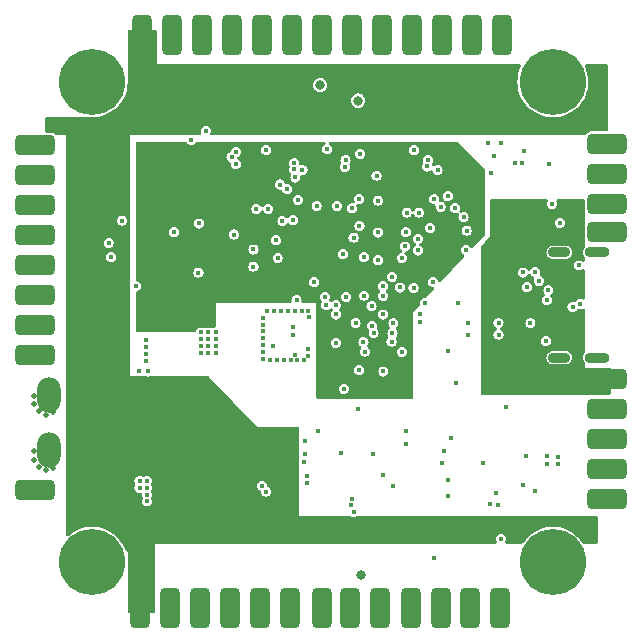
<source format=gbr>
%TF.GenerationSoftware,KiCad,Pcbnew,7.0.8*%
%TF.CreationDate,2024-02-20T09:26:03+00:00*%
%TF.ProjectId,CuttleBoard_8Layers,43757474-6c65-4426-9f61-72645f384c61,rev?*%
%TF.SameCoordinates,Original*%
%TF.FileFunction,Copper,L5,Inr*%
%TF.FilePolarity,Positive*%
%FSLAX46Y46*%
G04 Gerber Fmt 4.6, Leading zero omitted, Abs format (unit mm)*
G04 Created by KiCad (PCBNEW 7.0.8) date 2024-02-20 09:26:03*
%MOMM*%
%LPD*%
G01*
G04 APERTURE LIST*
G04 Aperture macros list*
%AMRoundRect*
0 Rectangle with rounded corners*
0 $1 Rounding radius*
0 $2 $3 $4 $5 $6 $7 $8 $9 X,Y pos of 4 corners*
0 Add a 4 corners polygon primitive as box body*
4,1,4,$2,$3,$4,$5,$6,$7,$8,$9,$2,$3,0*
0 Add four circle primitives for the rounded corners*
1,1,$1+$1,$2,$3*
1,1,$1+$1,$4,$5*
1,1,$1+$1,$6,$7*
1,1,$1+$1,$8,$9*
0 Add four rect primitives between the rounded corners*
20,1,$1+$1,$2,$3,$4,$5,0*
20,1,$1+$1,$4,$5,$6,$7,0*
20,1,$1+$1,$6,$7,$8,$9,0*
20,1,$1+$1,$8,$9,$2,$3,0*%
G04 Aperture macros list end*
%TA.AperFunction,CastellatedPad*%
%ADD10RoundRect,0.425000X-0.425000X-1.275000X0.425000X-1.275000X0.425000X1.275000X-0.425000X1.275000X0*%
%TD*%
%TA.AperFunction,CastellatedPad*%
%ADD11RoundRect,0.425000X0.425000X1.275000X-0.425000X1.275000X-0.425000X-1.275000X0.425000X-1.275000X0*%
%TD*%
%TA.AperFunction,ComponentPad*%
%ADD12C,5.600000*%
%TD*%
%TA.AperFunction,CastellatedPad*%
%ADD13RoundRect,0.425000X1.275000X-0.425000X1.275000X0.425000X-1.275000X0.425000X-1.275000X-0.425000X0*%
%TD*%
%TA.AperFunction,CastellatedPad*%
%ADD14RoundRect,0.425000X-1.275000X0.425000X-1.275000X-0.425000X1.275000X-0.425000X1.275000X0.425000X0*%
%TD*%
%TA.AperFunction,ComponentPad*%
%ADD15C,0.500000*%
%TD*%
%TA.AperFunction,ComponentPad*%
%ADD16O,2.000000X3.000000*%
%TD*%
%TA.AperFunction,ComponentPad*%
%ADD17O,2.108200X0.914400*%
%TD*%
%TA.AperFunction,ComponentPad*%
%ADD18O,1.905000X0.914400*%
%TD*%
%TA.AperFunction,ViaPad*%
%ADD19C,0.450000*%
%TD*%
%TA.AperFunction,ViaPad*%
%ADD20C,0.800000*%
%TD*%
%TA.AperFunction,Conductor*%
%ADD21C,0.500000*%
%TD*%
G04 APERTURE END LIST*
D10*
%TO.N,+5V*%
%TO.C,5V*%
X135240000Y-74772600D03*
D11*
X135240000Y-74772800D03*
%TD*%
D12*
%TO.N,GND*%
%TO.C,H4*%
X142100000Y-78700000D03*
%TD*%
D10*
%TO.N,GND*%
%TO.C,GND*%
X127508000Y-123222100D03*
D11*
X127508000Y-123222300D03*
%TD*%
D13*
%TO.N,GND*%
%TO.C,TP28*%
X98289800Y-101840000D03*
D14*
X98290000Y-101840000D03*
%TD*%
D13*
%TO.N,GND*%
%TO.C,GND*%
X146699800Y-106380000D03*
D14*
X146700000Y-106380000D03*
%TD*%
D10*
%TO.N,+12V*%
%TO.C,12V*%
X107188000Y-123222100D03*
D11*
X107188000Y-123222300D03*
%TD*%
D10*
%TO.N,GND*%
%TO.C,GND*%
X109728000Y-123222100D03*
D11*
X109728000Y-123222300D03*
%TD*%
D10*
%TO.N,UART9_TX*%
%TO.C,TX*%
X124968000Y-123222100D03*
D11*
X124968000Y-123222300D03*
%TD*%
D10*
%TO.N,GND*%
%TO.C,GND*%
X114808000Y-123222100D03*
D11*
X114808000Y-123222300D03*
%TD*%
D13*
%TO.N,+5V*%
%TO.C,5V*%
X146699800Y-103840000D03*
D14*
X146700000Y-103840000D03*
%TD*%
D10*
%TO.N,+12V*%
%TO.C,12V*%
X107300000Y-74765500D03*
D11*
X107300000Y-74765700D03*
%TD*%
D10*
%TO.N,I2C1_SCL*%
%TO.C,SCL*%
X120000000Y-74778100D03*
D11*
X120000000Y-74778300D03*
%TD*%
D13*
%TO.N,SWDIO*%
%TO.C,CLK*%
X146702900Y-111460000D03*
D14*
X146703100Y-111460000D03*
%TD*%
D13*
%TO.N,GND*%
%TO.C,GND*%
X98289800Y-86600000D03*
D14*
X98290000Y-86600000D03*
%TD*%
D10*
%TO.N,GND*%
%TO.C,GND*%
X137780000Y-74782900D03*
D11*
X137780000Y-74783100D03*
%TD*%
D13*
%TO.N,SWDCLK*%
%TO.C,IO*%
X146700000Y-114000000D03*
D14*
X146700200Y-114000000D03*
%TD*%
D13*
%TO.N,I2C4_SCL*%
%TO.C,SCL*%
X98289800Y-96760000D03*
D14*
X98290000Y-96760000D03*
%TD*%
D15*
%TO.N,/Coil+*%
%TO.C,TP1*%
X99200000Y-111600000D03*
X99800000Y-111400000D03*
X98600000Y-111300000D03*
X98200000Y-110700000D03*
X98200000Y-110000000D03*
D16*
X99400000Y-109900000D03*
%TD*%
D10*
%TO.N,UART4_RX*%
%TO.C,RX*%
X127620000Y-74772600D03*
D11*
X127620000Y-74772800D03*
%TD*%
D13*
%TO.N,I2C4_SDA*%
%TO.C,SDA*%
X98289800Y-99300000D03*
D14*
X98290000Y-99300000D03*
%TD*%
D13*
%TO.N,UART7_RX*%
%TO.C,RX*%
X98289800Y-89140000D03*
D14*
X98290000Y-89140000D03*
%TD*%
D10*
%TO.N,UART3_TX*%
%TO.C,RX*%
X130050000Y-123220000D03*
D11*
X130050000Y-123220200D03*
%TD*%
D13*
%TO.N,NRST*%
%TO.C,NRST*%
X146699800Y-108920000D03*
D14*
X146700000Y-108920000D03*
%TD*%
D10*
%TO.N,GND*%
%TO.C,GND*%
X132700000Y-74772600D03*
D11*
X132700000Y-74772800D03*
%TD*%
D17*
%TO.N,N/C*%
%TO.C,J1*%
X145847200Y-93150000D03*
X145847200Y-102050000D03*
D18*
X142647199Y-93150000D03*
X142647199Y-102050000D03*
%TD*%
D13*
%TO.N,I2C3_SDA*%
%TO.C,SDA*%
X146706000Y-86495000D03*
D14*
X146706200Y-86495000D03*
%TD*%
D10*
%TO.N,+5V*%
%TO.C,5V*%
X137668000Y-123216400D03*
D11*
X137668000Y-123216600D03*
%TD*%
D12*
%TO.N,GND*%
%TO.C,H3*%
X103100000Y-78700000D03*
%TD*%
D15*
%TO.N,/BattPad-*%
%TO.C,TP2*%
X99200000Y-106900000D03*
X99800000Y-106700000D03*
X98600000Y-106600000D03*
X98200000Y-106000000D03*
X98200000Y-105300000D03*
D16*
X99400000Y-105200000D03*
%TD*%
D10*
%TO.N,GND*%
%TO.C,GND*%
X119888000Y-123222100D03*
D11*
X119888000Y-123222300D03*
%TD*%
D13*
%TO.N,GND*%
%TO.C,TP29*%
X98289800Y-94220000D03*
D14*
X98290000Y-94220000D03*
%TD*%
D10*
%TO.N,UART9_RX*%
%TO.C,RX*%
X122521800Y-123222100D03*
D11*
X122521800Y-123222300D03*
%TD*%
D13*
%TO.N,UART7_TX*%
%TO.C,TX*%
X98289800Y-91680000D03*
D14*
X98290000Y-91680000D03*
%TD*%
D10*
%TO.N,+3V3*%
%TO.C,3.3V*%
X117348000Y-123222100D03*
D11*
X117348000Y-123222300D03*
%TD*%
D10*
%TO.N,GND*%
%TO.C,GND*%
X125080000Y-74779300D03*
D11*
X125080000Y-74779500D03*
%TD*%
D12*
%TO.N,GND*%
%TO.C,H2*%
X103100000Y-119400000D03*
%TD*%
D13*
%TO.N,I2C3_SCL*%
%TO.C,SCL*%
X146706000Y-89035000D03*
D14*
X146706200Y-89035000D03*
%TD*%
%TO.N,GND*%
%TO.C,GND*%
X146710200Y-91440000D03*
D13*
X146710000Y-91440000D03*
%TD*%
D10*
%TO.N,GND*%
%TO.C,GND*%
X117460000Y-74771400D03*
D11*
X117460000Y-74771600D03*
%TD*%
D10*
%TO.N,I2C1_SDA*%
%TO.C,SDA*%
X122540000Y-74778100D03*
D11*
X122540000Y-74778300D03*
%TD*%
D10*
%TO.N,+3V3*%
%TO.C,3.3V*%
X112380000Y-74765500D03*
D11*
X112380000Y-74765700D03*
%TD*%
D10*
%TO.N,+3V3*%
%TO.C,3.3V*%
X114920000Y-74765500D03*
D11*
X114920000Y-74765700D03*
%TD*%
D13*
%TO.N,+3V3*%
%TO.C,3.3V*%
X98289800Y-84060000D03*
D14*
X98290000Y-84060000D03*
%TD*%
D10*
%TO.N,UART3_RX*%
%TO.C,TX*%
X132590000Y-123220000D03*
D11*
X132590000Y-123220200D03*
%TD*%
D13*
%TO.N,GND*%
%TO.C,GND*%
X98289800Y-113300000D03*
D14*
X98290000Y-113300000D03*
%TD*%
D13*
%TO.N,GND*%
%TO.C,GND*%
X146702900Y-83960000D03*
D14*
X146703100Y-83960000D03*
%TD*%
D10*
%TO.N,+3V3*%
%TO.C,3.3V*%
X112268000Y-123222100D03*
D11*
X112268000Y-123222300D03*
%TD*%
D10*
%TO.N,GND*%
%TO.C,GND*%
X135128000Y-123216400D03*
D11*
X135128000Y-123216600D03*
%TD*%
D12*
%TO.N,GND*%
%TO.C,H1*%
X142100000Y-119400000D03*
%TD*%
D10*
%TO.N,UART4_TX*%
%TO.C,TX*%
X130160000Y-74766700D03*
D11*
X130160000Y-74766900D03*
%TD*%
D10*
%TO.N,GND*%
%TO.C,GND*%
X109840000Y-74765500D03*
D11*
X109840000Y-74765700D03*
%TD*%
D19*
%TO.N,GND*%
X125225000Y-115100000D03*
X117000000Y-89450000D03*
X124160000Y-110150000D03*
X144300000Y-94250000D03*
X131278571Y-97424897D03*
X120500000Y-88700000D03*
X118152800Y-102300000D03*
X107105000Y-112490000D03*
X112925000Y-99925000D03*
X107105000Y-113070000D03*
X115250000Y-85675000D03*
X112925000Y-100505000D03*
X117575400Y-99840600D03*
X137300000Y-113550000D03*
X138900000Y-85600000D03*
X123830000Y-89200002D03*
X142550000Y-110450000D03*
X124550000Y-85350000D03*
X121480000Y-98590000D03*
X123000000Y-84400000D03*
X141600000Y-110400000D03*
X118732800Y-102300000D03*
X141600000Y-111025000D03*
X124475000Y-85900000D03*
X136800000Y-114450000D03*
X121052800Y-102300000D03*
X140600000Y-94800000D03*
X121900000Y-95650000D03*
X129650000Y-108250000D03*
X112300000Y-99925000D03*
X107730000Y-112490000D03*
X141500000Y-100650000D03*
X136900000Y-86400000D03*
X121000000Y-110900000D03*
X134900000Y-99100000D03*
X139700000Y-84600000D03*
X117575400Y-101000600D03*
X134900000Y-100100000D03*
X104492500Y-92350000D03*
X132750000Y-110950000D03*
X119672800Y-98120000D03*
X133475000Y-108900000D03*
X105600000Y-90450000D03*
X107730000Y-114230000D03*
X123725000Y-100800000D03*
X111500000Y-83650000D03*
X113550000Y-100505000D03*
X125100000Y-114000000D03*
X127280000Y-88760000D03*
X120100000Y-99500000D03*
X107730000Y-113070000D03*
X121075000Y-110200000D03*
X120200000Y-85600000D03*
X130350000Y-84500000D03*
X136200000Y-110970000D03*
X107625000Y-100600000D03*
X120900000Y-86150000D03*
X107625000Y-102340000D03*
X119892800Y-102300000D03*
X122100000Y-89200000D03*
X117575400Y-102160600D03*
X120250000Y-101825000D03*
X107625000Y-101760000D03*
X117930000Y-98120000D03*
X106792500Y-96025000D03*
X120200000Y-86100000D03*
X107850000Y-103225000D03*
X118000000Y-89450000D03*
X126105393Y-96808299D03*
X137500000Y-99100000D03*
X131980000Y-95650000D03*
X137450000Y-114500000D03*
X140200000Y-99150000D03*
X112300000Y-101665000D03*
X118510000Y-98120000D03*
X131475000Y-85875000D03*
X132340000Y-86190000D03*
X118380000Y-101100000D03*
X104717500Y-93550000D03*
X113550000Y-101665000D03*
X117575400Y-101580600D03*
X119312800Y-102300000D03*
X122250000Y-108249998D03*
X120252800Y-98120000D03*
X127280000Y-91460000D03*
X112150000Y-90700000D03*
X120300000Y-86800000D03*
X112300000Y-100505000D03*
X132850000Y-109950000D03*
X117800000Y-113400000D03*
X120832800Y-98120000D03*
X117575400Y-100420600D03*
X107025000Y-103225000D03*
X127175000Y-86650000D03*
X129640000Y-91450000D03*
X134540000Y-90160000D03*
X121412800Y-101330000D03*
X112925000Y-101085000D03*
X125025000Y-114525000D03*
X120472800Y-102300000D03*
X121412800Y-101910000D03*
X137700000Y-83900000D03*
X116750000Y-94350000D03*
X131550000Y-85325000D03*
X137500000Y-100100000D03*
X122820529Y-96910948D03*
X112093940Y-94859402D03*
X139850000Y-110370000D03*
X112300000Y-101085000D03*
X112925000Y-101665000D03*
X117500000Y-112900000D03*
X107730000Y-113650000D03*
X139900000Y-96100000D03*
X142550000Y-111025000D03*
X121075000Y-109150000D03*
X121340000Y-98140000D03*
X115300000Y-84624500D03*
X117840000Y-84500000D03*
X136600000Y-83900000D03*
X134719738Y-92919738D03*
X117575400Y-99260600D03*
X119090000Y-98120000D03*
X127740000Y-98400000D03*
X129725000Y-89775500D03*
X114900000Y-85100000D03*
X137100000Y-85000000D03*
X117580000Y-98680000D03*
X113550000Y-101085000D03*
X129650000Y-109400000D03*
X129570000Y-92640000D03*
X139500000Y-85600000D03*
X130750000Y-89775000D03*
X133860000Y-104230000D03*
X126900000Y-110200000D03*
X113550000Y-99925000D03*
X125400175Y-99149771D03*
X125800000Y-84799998D03*
X120100000Y-100100000D03*
X107625000Y-101180000D03*
X141800000Y-85700000D03*
%TO.N,Net-(U1-EN)*%
X133250000Y-113800000D03*
X139600000Y-112800000D03*
X133250000Y-112450000D03*
%TO.N,Net-(C11-Pad1)*%
X138100000Y-106270000D03*
X140610000Y-113375500D03*
%TO.N,Net-(U3-EN)*%
X121325000Y-112675000D03*
X121325000Y-112075000D03*
X127725000Y-112025000D03*
%TO.N,Net-(U2B-VFBSMPS)*%
X122921116Y-97616105D03*
X126806664Y-99361369D03*
X126750500Y-97709274D03*
X127745500Y-96818347D03*
%TO.N,+5V*%
X137580000Y-104730000D03*
X136730000Y-103130000D03*
X143850000Y-89900000D03*
X137250000Y-103140000D03*
X136200000Y-102600000D03*
X139200000Y-104300000D03*
X136200000Y-103100000D03*
X137290000Y-102630000D03*
X143437250Y-89524500D03*
X136710000Y-102600000D03*
%TO.N,USB_VBUS*%
X141721800Y-96342200D03*
X134080000Y-97450500D03*
%TO.N,Net-(U2B-VLXSMPS)*%
X123712659Y-97599874D03*
D20*
%TO.N,+12V*%
X118400000Y-116150000D03*
X100400000Y-82600000D03*
X106106119Y-116400000D03*
X131310979Y-116185577D03*
X118975000Y-108375000D03*
X119987500Y-108502500D03*
X127100000Y-81500000D03*
X138800000Y-81700000D03*
X144400000Y-116300000D03*
X113450000Y-81900000D03*
D19*
%TO.N,+3V3*%
X130500000Y-87500000D03*
X116260000Y-84670000D03*
X123400000Y-87425000D03*
X122579998Y-100390000D03*
X126747052Y-96908932D03*
X122875000Y-101550000D03*
D20*
X125900000Y-120500000D03*
D19*
X126122689Y-99217311D03*
X115865000Y-91100000D03*
X110350006Y-92800000D03*
X122987969Y-96065725D03*
X122125000Y-87525000D03*
X134674500Y-88790000D03*
X127800000Y-104000000D03*
X123400000Y-86950000D03*
X107163200Y-89986800D03*
X128418807Y-98324500D03*
X119850000Y-84250000D03*
X135900000Y-89675000D03*
X116900000Y-84624500D03*
X112100000Y-94150000D03*
X125425500Y-92600000D03*
X129230178Y-88344822D03*
X121724646Y-96595353D03*
X129225000Y-87600000D03*
X107475000Y-84150000D03*
X134650000Y-86825000D03*
X125336809Y-98399500D03*
X117181037Y-85054300D03*
X125400000Y-103900000D03*
X122100000Y-88275000D03*
X116200000Y-85545474D03*
X107150000Y-85350000D03*
X122800000Y-87525000D03*
X129900000Y-87600000D03*
X130500000Y-87025000D03*
X126570000Y-92590000D03*
%TO.N,/PA9_USB_VBUS_sense*%
X139600000Y-94850000D03*
X130824000Y-98393284D03*
%TO.N,I2C3_SCL*%
X142700000Y-90650000D03*
X130824000Y-99042787D03*
%TO.N,I2C3_SDA*%
X128597500Y-99140367D03*
X142030000Y-89039998D03*
D20*
%TO.N,I2C2_SCL*%
X125622300Y-80297700D03*
D19*
X137700000Y-117400000D03*
X127750000Y-103225000D03*
%TO.N,I2C2_SDA*%
X132000000Y-119000000D03*
X125700000Y-103100000D03*
D20*
X122400000Y-79000000D03*
D19*
%TO.N,/USB_D-*%
X141597878Y-97207878D03*
X143769700Y-97759537D03*
%TO.N,MOSI_GYRO*%
X119200000Y-90500000D03*
X112708833Y-82840000D03*
X125099994Y-89419994D03*
X125230000Y-91890000D03*
X132050000Y-88640000D03*
X119000000Y-87400000D03*
X130670002Y-91990000D03*
%TO.N,MISO_GYRO*%
X131721800Y-91071800D03*
X119600000Y-87800010D03*
X125709999Y-88629999D03*
X125725000Y-90900000D03*
X132600000Y-89297568D03*
X120100000Y-90400000D03*
%TO.N,I2C4_SCL*%
X115100000Y-91640000D03*
%TO.N,Net-(J1-CC2)*%
X144425908Y-97507134D03*
X140925000Y-95550000D03*
%TO.N,Net-(U2A-BOOT0)*%
X127300000Y-93800000D03*
X134800000Y-91300000D03*
%TO.N,I2C1_SCL*%
X124603751Y-96914109D03*
X124310000Y-93300000D03*
%TO.N,I2C1_SDA*%
X126100000Y-93550000D03*
%TO.N,I2C4_SDA*%
X116750000Y-92900000D03*
X123724749Y-98400239D03*
X118662500Y-92112500D03*
%TO.N,CS_FLASH*%
X118800000Y-93610000D03*
X110025000Y-91450000D03*
%TO.N,CS_IMU1*%
X133200000Y-88390000D03*
X130675490Y-92985000D03*
%TO.N,INT_IMU1*%
X129313373Y-93611612D03*
X133830000Y-89390000D03*
%TO.N,Net-(C50-Pad1)*%
X125600000Y-106400000D03*
X128600000Y-112900000D03*
%TO.N,SWDCLK*%
X129149439Y-96119439D03*
%TO.N,SWDIO*%
X130304694Y-96155313D03*
%TO.N,UART4_RX*%
X127705584Y-96018773D03*
%TO.N,UART4_TX*%
X128510000Y-95211188D03*
%TO.N,UART7_RX*%
X126068046Y-100743044D03*
%TO.N,UART7_TX*%
X126175012Y-101550000D03*
%TO.N,UART9_RX*%
X126925006Y-100000000D03*
%TO.N,UART9_TX*%
X128523080Y-99998080D03*
%TO.N,NRST*%
X133200000Y-101500000D03*
X120400000Y-97200000D03*
X124400000Y-104700500D03*
%TO.N,UART3_RX*%
X128444641Y-100695347D03*
%TO.N,UART3_TX*%
X129303041Y-101559405D03*
%TD*%
D21*
%TO.N,+5V*%
X145899800Y-103840000D02*
X139660000Y-103840000D01*
X139660000Y-103840000D02*
X139200000Y-104300000D01*
%TD*%
%TA.AperFunction,Conductor*%
%TO.N,+5V*%
G36*
X137500000Y-104200000D02*
G01*
X136000000Y-104200000D01*
X136000000Y-102300000D01*
X137500000Y-102300000D01*
X137500000Y-104200000D01*
G37*
%TD.AperFunction*%
%TD*%
%TA.AperFunction,Conductor*%
%TO.N,+12V*%
G36*
X106881747Y-103634297D02*
G01*
X106882590Y-103631703D01*
X106891872Y-103634718D01*
X106891874Y-103634719D01*
X106936249Y-103641747D01*
X107024998Y-103655804D01*
X107025000Y-103655804D01*
X107025002Y-103655804D01*
X107095203Y-103644685D01*
X107158126Y-103634719D01*
X107158129Y-103634717D01*
X107167410Y-103631703D01*
X107168252Y-103634297D01*
X107206971Y-103625000D01*
X107668029Y-103625000D01*
X107706747Y-103634297D01*
X107707590Y-103631703D01*
X107716872Y-103634718D01*
X107716874Y-103634719D01*
X107761249Y-103641747D01*
X107849998Y-103655804D01*
X107850000Y-103655804D01*
X107850002Y-103655804D01*
X107920203Y-103644685D01*
X107983126Y-103634719D01*
X107983129Y-103634717D01*
X107992410Y-103631703D01*
X107993252Y-103634297D01*
X108031971Y-103625000D01*
X112921889Y-103625000D01*
X112988928Y-103644685D01*
X113011642Y-103663441D01*
X117050000Y-107900000D01*
X120501000Y-107900000D01*
X120568039Y-107919685D01*
X120613794Y-107972489D01*
X120625000Y-108024000D01*
X120625000Y-110668964D01*
X120611485Y-110725258D01*
X120590279Y-110766876D01*
X120569196Y-110899997D01*
X120569196Y-110900002D01*
X120590279Y-111033123D01*
X120590281Y-111033126D01*
X120611485Y-111074742D01*
X120625000Y-111131035D01*
X120625000Y-115450000D01*
X124944899Y-115450000D01*
X125001194Y-115463515D01*
X125091876Y-115509720D01*
X125224998Y-115530804D01*
X125225000Y-115530804D01*
X125225002Y-115530804D01*
X125358123Y-115509720D01*
X125358124Y-115509719D01*
X125358126Y-115509719D01*
X125448806Y-115463514D01*
X125505101Y-115450000D01*
X145776000Y-115450000D01*
X145843039Y-115469685D01*
X145888794Y-115522489D01*
X145900000Y-115574000D01*
X145900000Y-117676000D01*
X145880315Y-117743039D01*
X145827511Y-117788794D01*
X145776000Y-117800000D01*
X144711817Y-117800000D01*
X144644778Y-117780315D01*
X144612354Y-117750048D01*
X144402415Y-117468050D01*
X144402410Y-117468044D01*
X144286433Y-117345117D01*
X144162558Y-117213817D01*
X144014488Y-117089572D01*
X143894813Y-116989152D01*
X143894805Y-116989146D01*
X143602796Y-116797088D01*
X143290458Y-116640226D01*
X143290452Y-116640223D01*
X142962012Y-116520681D01*
X142962009Y-116520680D01*
X142621915Y-116440077D01*
X142578519Y-116435004D01*
X142274759Y-116399500D01*
X141925241Y-116399500D01*
X141621480Y-116435004D01*
X141578085Y-116440077D01*
X141578083Y-116440077D01*
X141237990Y-116520680D01*
X141237987Y-116520681D01*
X140909547Y-116640223D01*
X140909541Y-116640226D01*
X140597203Y-116797088D01*
X140305194Y-116989146D01*
X140305186Y-116989152D01*
X140037442Y-117213817D01*
X140037440Y-117213819D01*
X139797589Y-117468044D01*
X139797584Y-117468050D01*
X139587646Y-117750048D01*
X139531824Y-117792067D01*
X139488183Y-117800000D01*
X138176089Y-117800000D01*
X138109050Y-117780315D01*
X138063295Y-117727511D01*
X138053351Y-117658353D01*
X138065602Y-117619708D01*
X138109719Y-117533126D01*
X138120026Y-117468050D01*
X138130804Y-117400002D01*
X138130804Y-117399997D01*
X138109720Y-117266878D01*
X138109719Y-117266876D01*
X138109719Y-117266874D01*
X138048528Y-117146780D01*
X138048526Y-117146778D01*
X138048523Y-117146774D01*
X137953225Y-117051476D01*
X137953221Y-117051473D01*
X137953220Y-117051472D01*
X137833126Y-116990281D01*
X137833124Y-116990280D01*
X137833121Y-116990279D01*
X137700002Y-116969196D01*
X137699998Y-116969196D01*
X137566878Y-116990279D01*
X137446778Y-117051473D01*
X137446774Y-117051476D01*
X137351476Y-117146774D01*
X137351473Y-117146778D01*
X137290279Y-117266878D01*
X137269196Y-117399997D01*
X137269196Y-117400002D01*
X137290279Y-117533121D01*
X137290280Y-117533124D01*
X137290281Y-117533126D01*
X137334396Y-117619707D01*
X137347292Y-117688374D01*
X137321016Y-117753115D01*
X137263909Y-117793372D01*
X137223911Y-117800000D01*
X108400000Y-117800000D01*
X108400000Y-123562464D01*
X108380315Y-123629503D01*
X108327511Y-123675258D01*
X108276000Y-123686464D01*
X106224000Y-123686464D01*
X106156961Y-123666779D01*
X106111206Y-123613975D01*
X106100000Y-123562464D01*
X106100000Y-119497689D01*
X106100105Y-119494083D01*
X106105585Y-119400003D01*
X106105585Y-119399996D01*
X106100105Y-119305915D01*
X106100000Y-119302309D01*
X106100000Y-118500000D01*
X106099999Y-118499999D01*
X105882262Y-118258067D01*
X105860572Y-118224230D01*
X105785892Y-118051104D01*
X105785889Y-118051096D01*
X105611130Y-117748404D01*
X105595576Y-117727511D01*
X105402415Y-117468050D01*
X105402410Y-117468044D01*
X105377325Y-117441456D01*
X106300000Y-117450000D01*
X106300000Y-113070002D01*
X106674196Y-113070002D01*
X106695279Y-113203121D01*
X106695280Y-113203124D01*
X106695281Y-113203126D01*
X106756472Y-113323220D01*
X106756473Y-113323221D01*
X106756476Y-113323225D01*
X106851774Y-113418523D01*
X106851778Y-113418526D01*
X106851780Y-113418528D01*
X106971874Y-113479719D01*
X106971876Y-113479719D01*
X106971878Y-113479720D01*
X107104998Y-113500804D01*
X107105000Y-113500804D01*
X107105001Y-113500804D01*
X107127732Y-113497203D01*
X107159859Y-113492115D01*
X107229153Y-113501069D01*
X107282605Y-113546065D01*
X107303245Y-113612817D01*
X107301732Y-113633981D01*
X107299196Y-113649996D01*
X107299196Y-113650002D01*
X107320279Y-113783121D01*
X107320280Y-113783124D01*
X107320281Y-113783126D01*
X107362953Y-113866874D01*
X107371529Y-113883705D01*
X107384425Y-113952375D01*
X107371529Y-113996295D01*
X107320279Y-114096878D01*
X107299196Y-114229997D01*
X107299196Y-114230002D01*
X107320279Y-114363121D01*
X107320280Y-114363124D01*
X107320281Y-114363126D01*
X107322191Y-114366874D01*
X107381473Y-114483221D01*
X107381476Y-114483225D01*
X107476774Y-114578523D01*
X107476778Y-114578526D01*
X107476780Y-114578528D01*
X107596874Y-114639719D01*
X107596876Y-114639719D01*
X107596878Y-114639720D01*
X107729998Y-114660804D01*
X107730000Y-114660804D01*
X107730002Y-114660804D01*
X107863121Y-114639720D01*
X107863121Y-114639719D01*
X107863126Y-114639719D01*
X107983220Y-114578528D01*
X108078528Y-114483220D01*
X108139719Y-114363126D01*
X108154187Y-114271780D01*
X108160804Y-114230002D01*
X108160804Y-114229997D01*
X108139720Y-114096878D01*
X108139719Y-114096876D01*
X108139719Y-114096874D01*
X108088469Y-113996290D01*
X108075574Y-113927626D01*
X108088468Y-113883711D01*
X108139719Y-113783126D01*
X108149079Y-113724028D01*
X108160804Y-113650002D01*
X108160804Y-113649997D01*
X108139720Y-113516878D01*
X108139719Y-113516876D01*
X108139719Y-113516874D01*
X108088469Y-113416290D01*
X108075574Y-113347626D01*
X108088468Y-113303711D01*
X108139719Y-113203126D01*
X108147623Y-113153221D01*
X108160804Y-113070002D01*
X108160804Y-113069997D01*
X108139720Y-112936878D01*
X108139719Y-112936876D01*
X108139719Y-112936874D01*
X108120932Y-112900002D01*
X117069196Y-112900002D01*
X117090279Y-113033121D01*
X117090280Y-113033124D01*
X117090281Y-113033126D01*
X117151472Y-113153220D01*
X117151473Y-113153221D01*
X117151476Y-113153225D01*
X117246774Y-113248523D01*
X117246778Y-113248526D01*
X117246780Y-113248528D01*
X117301983Y-113276655D01*
X117352778Y-113324628D01*
X117369026Y-113390241D01*
X117369196Y-113390241D01*
X117369196Y-113390926D01*
X117369573Y-113392449D01*
X117369196Y-113396209D01*
X117369196Y-113400002D01*
X117390279Y-113533121D01*
X117390280Y-113533124D01*
X117390281Y-113533126D01*
X117451472Y-113653220D01*
X117451473Y-113653221D01*
X117451476Y-113653225D01*
X117546774Y-113748523D01*
X117546778Y-113748526D01*
X117546780Y-113748528D01*
X117666874Y-113809719D01*
X117666876Y-113809719D01*
X117666878Y-113809720D01*
X117799998Y-113830804D01*
X117800000Y-113830804D01*
X117800002Y-113830804D01*
X117933121Y-113809720D01*
X117933121Y-113809719D01*
X117933126Y-113809719D01*
X118053220Y-113748528D01*
X118148528Y-113653220D01*
X118209719Y-113533126D01*
X118209720Y-113533121D01*
X118230804Y-113400002D01*
X118230804Y-113399997D01*
X118209720Y-113266878D01*
X118209719Y-113266876D01*
X118209719Y-113266874D01*
X118148528Y-113146780D01*
X118148526Y-113146778D01*
X118148523Y-113146774D01*
X118053225Y-113051476D01*
X118053222Y-113051474D01*
X118053220Y-113051472D01*
X117998016Y-113023344D01*
X117947221Y-112975370D01*
X117930974Y-112909760D01*
X117930804Y-112909760D01*
X117930804Y-112909075D01*
X117930426Y-112907549D01*
X117930804Y-112903786D01*
X117930804Y-112899997D01*
X117909720Y-112766878D01*
X117909719Y-112766876D01*
X117909719Y-112766874D01*
X117848528Y-112646780D01*
X117848526Y-112646778D01*
X117848523Y-112646774D01*
X117753225Y-112551476D01*
X117753221Y-112551473D01*
X117753220Y-112551472D01*
X117633126Y-112490281D01*
X117633124Y-112490280D01*
X117633121Y-112490279D01*
X117500002Y-112469196D01*
X117499998Y-112469196D01*
X117366878Y-112490279D01*
X117246778Y-112551473D01*
X117246774Y-112551476D01*
X117151476Y-112646774D01*
X117151473Y-112646778D01*
X117090279Y-112766878D01*
X117069196Y-112899997D01*
X117069196Y-112900002D01*
X108120932Y-112900002D01*
X108088469Y-112836290D01*
X108075574Y-112767626D01*
X108088468Y-112723711D01*
X108139719Y-112623126D01*
X108139720Y-112623121D01*
X108160804Y-112490002D01*
X108160804Y-112489997D01*
X108139720Y-112356878D01*
X108139719Y-112356876D01*
X108139719Y-112356874D01*
X108078528Y-112236780D01*
X108078526Y-112236778D01*
X108078523Y-112236774D01*
X107983225Y-112141476D01*
X107983221Y-112141473D01*
X107983220Y-112141472D01*
X107863126Y-112080281D01*
X107863124Y-112080280D01*
X107863121Y-112080279D01*
X107730002Y-112059196D01*
X107729998Y-112059196D01*
X107596876Y-112080279D01*
X107473794Y-112142993D01*
X107405125Y-112155889D01*
X107361206Y-112142993D01*
X107238123Y-112080279D01*
X107105002Y-112059196D01*
X107104998Y-112059196D01*
X106971878Y-112080279D01*
X106851778Y-112141473D01*
X106851774Y-112141476D01*
X106756476Y-112236774D01*
X106756473Y-112236778D01*
X106695279Y-112356878D01*
X106674196Y-112489997D01*
X106674196Y-112490002D01*
X106695279Y-112623121D01*
X106695280Y-112623124D01*
X106695281Y-112623126D01*
X106736091Y-112703220D01*
X106746529Y-112723705D01*
X106759425Y-112792375D01*
X106746529Y-112836293D01*
X106697191Y-112933126D01*
X106695279Y-112936878D01*
X106674196Y-113069997D01*
X106674196Y-113070002D01*
X106300000Y-113070002D01*
X106300000Y-103625000D01*
X106843029Y-103625000D01*
X106881747Y-103634297D01*
G37*
%TD.AperFunction*%
%TD*%
%TA.AperFunction,Conductor*%
%TO.N,+12V*%
G36*
X103300000Y-83235000D02*
G01*
X106300000Y-83234640D01*
X106300000Y-117450000D01*
X105377325Y-117441456D01*
X105316200Y-117376668D01*
X105162558Y-117213817D01*
X105014488Y-117089572D01*
X104894813Y-116989152D01*
X104894805Y-116989146D01*
X104602796Y-116797088D01*
X104290458Y-116640226D01*
X104290452Y-116640223D01*
X103962012Y-116520681D01*
X103962009Y-116520680D01*
X103621915Y-116440077D01*
X103578519Y-116435004D01*
X103274759Y-116399500D01*
X102925241Y-116399500D01*
X102621480Y-116435004D01*
X102578085Y-116440077D01*
X102578083Y-116440077D01*
X102237990Y-116520680D01*
X102237987Y-116520681D01*
X101909547Y-116640223D01*
X101909541Y-116640226D01*
X101597203Y-116797088D01*
X101305194Y-116989146D01*
X101305186Y-116989152D01*
X101103706Y-117158215D01*
X101039698Y-117186228D01*
X100970706Y-117175189D01*
X100918634Y-117128602D01*
X100900000Y-117063226D01*
X100900000Y-93550002D01*
X104286696Y-93550002D01*
X104307779Y-93683121D01*
X104307780Y-93683124D01*
X104307781Y-93683126D01*
X104368972Y-93803220D01*
X104368973Y-93803221D01*
X104368976Y-93803225D01*
X104464274Y-93898523D01*
X104464278Y-93898526D01*
X104464280Y-93898528D01*
X104584374Y-93959719D01*
X104584376Y-93959719D01*
X104584378Y-93959720D01*
X104717498Y-93980804D01*
X104717500Y-93980804D01*
X104717502Y-93980804D01*
X104850621Y-93959720D01*
X104850621Y-93959719D01*
X104850626Y-93959719D01*
X104970720Y-93898528D01*
X105066028Y-93803220D01*
X105127219Y-93683126D01*
X105148304Y-93550000D01*
X105127219Y-93416874D01*
X105066028Y-93296780D01*
X105066026Y-93296778D01*
X105066023Y-93296774D01*
X104970725Y-93201476D01*
X104970721Y-93201473D01*
X104970720Y-93201472D01*
X104850626Y-93140281D01*
X104850624Y-93140280D01*
X104850621Y-93140279D01*
X104717502Y-93119196D01*
X104717498Y-93119196D01*
X104584378Y-93140279D01*
X104464278Y-93201473D01*
X104464274Y-93201476D01*
X104368976Y-93296774D01*
X104368973Y-93296778D01*
X104307779Y-93416878D01*
X104286696Y-93549997D01*
X104286696Y-93550002D01*
X100900000Y-93550002D01*
X100900000Y-92350002D01*
X104061696Y-92350002D01*
X104082779Y-92483121D01*
X104082780Y-92483124D01*
X104082781Y-92483126D01*
X104143972Y-92603220D01*
X104143973Y-92603221D01*
X104143976Y-92603225D01*
X104239274Y-92698523D01*
X104239278Y-92698526D01*
X104239280Y-92698528D01*
X104359374Y-92759719D01*
X104359376Y-92759719D01*
X104359378Y-92759720D01*
X104492498Y-92780804D01*
X104492500Y-92780804D01*
X104492502Y-92780804D01*
X104625621Y-92759720D01*
X104625621Y-92759719D01*
X104625626Y-92759719D01*
X104745720Y-92698528D01*
X104841028Y-92603220D01*
X104902219Y-92483126D01*
X104923304Y-92350000D01*
X104902219Y-92216874D01*
X104841028Y-92096780D01*
X104841026Y-92096778D01*
X104841023Y-92096774D01*
X104745725Y-92001476D01*
X104745721Y-92001473D01*
X104745720Y-92001472D01*
X104625626Y-91940281D01*
X104625624Y-91940280D01*
X104625621Y-91940279D01*
X104492502Y-91919196D01*
X104492498Y-91919196D01*
X104359378Y-91940279D01*
X104239278Y-92001473D01*
X104239274Y-92001476D01*
X104143976Y-92096774D01*
X104143973Y-92096778D01*
X104082779Y-92216878D01*
X104061696Y-92349997D01*
X104061696Y-92350002D01*
X100900000Y-92350002D01*
X100900000Y-90450002D01*
X105169196Y-90450002D01*
X105190279Y-90583121D01*
X105190280Y-90583124D01*
X105190281Y-90583126D01*
X105251472Y-90703220D01*
X105251473Y-90703221D01*
X105251476Y-90703225D01*
X105346774Y-90798523D01*
X105346778Y-90798526D01*
X105346780Y-90798528D01*
X105466874Y-90859719D01*
X105466876Y-90859719D01*
X105466878Y-90859720D01*
X105599998Y-90880804D01*
X105600000Y-90880804D01*
X105600002Y-90880804D01*
X105733121Y-90859720D01*
X105733121Y-90859719D01*
X105733126Y-90859719D01*
X105853220Y-90798528D01*
X105948528Y-90703220D01*
X106009719Y-90583126D01*
X106030804Y-90450000D01*
X106009719Y-90316874D01*
X105948528Y-90196780D01*
X105948526Y-90196778D01*
X105948523Y-90196774D01*
X105853225Y-90101476D01*
X105853221Y-90101473D01*
X105853220Y-90101472D01*
X105733126Y-90040281D01*
X105733124Y-90040280D01*
X105733121Y-90040279D01*
X105600002Y-90019196D01*
X105599998Y-90019196D01*
X105466878Y-90040279D01*
X105346778Y-90101473D01*
X105346774Y-90101476D01*
X105251476Y-90196774D01*
X105251473Y-90196778D01*
X105190279Y-90316878D01*
X105169196Y-90449997D01*
X105169196Y-90450002D01*
X100900000Y-90450002D01*
X100900000Y-83229285D01*
X103300000Y-83235000D01*
G37*
%TD.AperFunction*%
%TA.AperFunction,Conductor*%
G36*
X101550025Y-81708124D02*
G01*
X100900000Y-81709285D01*
X100900000Y-81709284D01*
X100923184Y-81709243D01*
X100933465Y-81703617D01*
X100961482Y-81700768D01*
X101550025Y-81708124D01*
G37*
%TD.AperFunction*%
%TA.AperFunction,Conductor*%
G36*
X106100000Y-81700000D02*
G01*
X102919177Y-81705680D01*
X102919179Y-81705679D01*
X102930680Y-81705659D01*
X102956431Y-81700500D01*
X103274752Y-81700500D01*
X103274759Y-81700500D01*
X103621914Y-81659923D01*
X103962011Y-81579319D01*
X104290451Y-81459777D01*
X104602793Y-81302913D01*
X104894811Y-81110849D01*
X105162558Y-80886183D01*
X105402412Y-80631953D01*
X105611130Y-80351596D01*
X105785889Y-80048904D01*
X105924326Y-79727971D01*
X106024569Y-79393136D01*
X106085262Y-79048927D01*
X106100000Y-78795889D01*
X106100000Y-81700000D01*
G37*
%TD.AperFunction*%
%TA.AperFunction,Conductor*%
G36*
X106100000Y-78604116D02*
G01*
X106096408Y-78542449D01*
X106100000Y-78521067D01*
X106100000Y-78604116D01*
G37*
%TD.AperFunction*%
%TD*%
%TA.AperFunction,Conductor*%
%TO.N,+5V*%
G36*
X146943039Y-102919685D02*
G01*
X146988794Y-102972489D01*
X147000000Y-103024000D01*
X147000000Y-105076000D01*
X146980315Y-105143039D01*
X146927511Y-105188794D01*
X146876000Y-105200000D01*
X142000000Y-105200000D01*
X142000000Y-102900000D01*
X144800000Y-102900000D01*
X146876000Y-102900000D01*
X146943039Y-102919685D01*
G37*
%TD.AperFunction*%
%TD*%
%TA.AperFunction,Conductor*%
%TO.N,+3V3*%
G36*
X134090629Y-83794670D02*
G01*
X134111366Y-83811366D01*
X136313681Y-86013681D01*
X136347166Y-86075004D01*
X136350000Y-86101362D01*
X136350000Y-91551474D01*
X136330315Y-91618513D01*
X136317063Y-91635637D01*
X135294235Y-92742318D01*
X135234277Y-92778190D01*
X135164443Y-92775952D01*
X135106906Y-92736314D01*
X135092693Y-92714459D01*
X135068266Y-92666518D01*
X135068264Y-92666516D01*
X135068261Y-92666512D01*
X134972963Y-92571214D01*
X134972959Y-92571211D01*
X134972958Y-92571210D01*
X134852864Y-92510019D01*
X134852862Y-92510018D01*
X134852859Y-92510017D01*
X134719740Y-92488934D01*
X134719736Y-92488934D01*
X134586616Y-92510017D01*
X134466516Y-92571211D01*
X134466512Y-92571214D01*
X134371214Y-92666512D01*
X134371211Y-92666516D01*
X134310017Y-92786616D01*
X134288934Y-92919735D01*
X134288934Y-92919740D01*
X134310017Y-93052859D01*
X134310018Y-93052862D01*
X134310019Y-93052864D01*
X134369150Y-93168915D01*
X134371211Y-93172959D01*
X134371214Y-93172963D01*
X134466512Y-93268261D01*
X134466514Y-93268262D01*
X134466518Y-93268266D01*
X134552830Y-93312244D01*
X134603625Y-93360218D01*
X134620420Y-93428039D01*
X134597883Y-93494173D01*
X134587597Y-93506891D01*
X132613028Y-95643343D01*
X132553070Y-95679215D01*
X132483236Y-95676977D01*
X132425699Y-95637339D01*
X132399492Y-95578579D01*
X132389719Y-95516874D01*
X132328528Y-95396780D01*
X132328526Y-95396778D01*
X132328523Y-95396774D01*
X132233225Y-95301476D01*
X132233221Y-95301473D01*
X132233220Y-95301472D01*
X132113126Y-95240281D01*
X132113124Y-95240280D01*
X132113121Y-95240279D01*
X131980002Y-95219196D01*
X131979998Y-95219196D01*
X131846878Y-95240279D01*
X131726778Y-95301473D01*
X131726774Y-95301476D01*
X131631476Y-95396774D01*
X131631473Y-95396778D01*
X131570279Y-95516878D01*
X131549196Y-95649997D01*
X131549196Y-95650002D01*
X131570279Y-95783121D01*
X131570280Y-95783124D01*
X131570281Y-95783126D01*
X131625691Y-95891874D01*
X131631473Y-95903221D01*
X131631476Y-95903225D01*
X131726774Y-95998523D01*
X131726778Y-95998526D01*
X131726780Y-95998528D01*
X131846874Y-96059719D01*
X131950405Y-96076116D01*
X132013537Y-96106044D01*
X132050469Y-96165356D01*
X132049471Y-96235218D01*
X132022068Y-96282752D01*
X131398630Y-96957302D01*
X131338672Y-96993174D01*
X131288175Y-96995613D01*
X131278575Y-96994093D01*
X131278569Y-96994093D01*
X131145449Y-97015176D01*
X131025349Y-97076370D01*
X131025345Y-97076373D01*
X130930047Y-97171671D01*
X130930044Y-97171675D01*
X130868850Y-97291775D01*
X130847767Y-97424894D01*
X130847767Y-97424897D01*
X130851345Y-97447490D01*
X130855725Y-97475144D01*
X130846769Y-97544437D01*
X130824314Y-97578703D01*
X130250095Y-98199999D01*
X130250001Y-105425623D01*
X130230316Y-105492662D01*
X130177511Y-105538416D01*
X130125623Y-105549620D01*
X122173240Y-105525375D01*
X122106261Y-105505487D01*
X122060667Y-105452543D01*
X122049619Y-105401761D01*
X122047455Y-104700502D01*
X123969196Y-104700502D01*
X123990279Y-104833621D01*
X123990280Y-104833624D01*
X123990281Y-104833626D01*
X124051472Y-104953720D01*
X124051473Y-104953721D01*
X124051476Y-104953725D01*
X124146774Y-105049023D01*
X124146778Y-105049026D01*
X124146780Y-105049028D01*
X124266874Y-105110219D01*
X124266876Y-105110219D01*
X124266878Y-105110220D01*
X124399998Y-105131304D01*
X124400000Y-105131304D01*
X124400002Y-105131304D01*
X124533121Y-105110220D01*
X124533121Y-105110219D01*
X124533126Y-105110219D01*
X124653220Y-105049028D01*
X124748528Y-104953720D01*
X124809719Y-104833626D01*
X124830804Y-104700500D01*
X124821177Y-104639719D01*
X124809720Y-104567378D01*
X124809719Y-104567376D01*
X124809719Y-104567374D01*
X124748528Y-104447280D01*
X124748526Y-104447278D01*
X124748523Y-104447274D01*
X124653225Y-104351976D01*
X124653221Y-104351973D01*
X124653220Y-104351972D01*
X124533126Y-104290781D01*
X124533124Y-104290780D01*
X124533121Y-104290779D01*
X124400002Y-104269696D01*
X124399998Y-104269696D01*
X124266878Y-104290779D01*
X124146778Y-104351973D01*
X124146774Y-104351976D01*
X124051476Y-104447274D01*
X124051473Y-104447278D01*
X123990279Y-104567378D01*
X123969196Y-104700497D01*
X123969196Y-104700502D01*
X122047455Y-104700502D01*
X122042515Y-103100002D01*
X125269196Y-103100002D01*
X125290279Y-103233121D01*
X125290280Y-103233124D01*
X125290281Y-103233126D01*
X125294500Y-103241406D01*
X125351473Y-103353221D01*
X125351476Y-103353225D01*
X125446774Y-103448523D01*
X125446778Y-103448526D01*
X125446780Y-103448528D01*
X125566874Y-103509719D01*
X125566876Y-103509719D01*
X125566878Y-103509720D01*
X125699998Y-103530804D01*
X125700000Y-103530804D01*
X125700002Y-103530804D01*
X125833121Y-103509720D01*
X125833121Y-103509719D01*
X125833126Y-103509719D01*
X125953220Y-103448528D01*
X126048528Y-103353220D01*
X126109719Y-103233126D01*
X126111006Y-103225002D01*
X127319196Y-103225002D01*
X127340279Y-103358121D01*
X127340280Y-103358124D01*
X127340281Y-103358126D01*
X127401472Y-103478220D01*
X127401473Y-103478221D01*
X127401476Y-103478225D01*
X127496774Y-103573523D01*
X127496778Y-103573526D01*
X127496780Y-103573528D01*
X127616874Y-103634719D01*
X127616876Y-103634719D01*
X127616878Y-103634720D01*
X127749998Y-103655804D01*
X127750000Y-103655804D01*
X127750002Y-103655804D01*
X127883121Y-103634720D01*
X127883121Y-103634719D01*
X127883126Y-103634719D01*
X128003220Y-103573528D01*
X128098528Y-103478220D01*
X128159719Y-103358126D01*
X128180804Y-103225000D01*
X128161006Y-103100002D01*
X128159720Y-103091878D01*
X128159719Y-103091876D01*
X128159719Y-103091874D01*
X128098528Y-102971780D01*
X128098526Y-102971778D01*
X128098523Y-102971774D01*
X128003225Y-102876476D01*
X128003221Y-102876473D01*
X128003220Y-102876472D01*
X127883126Y-102815281D01*
X127883124Y-102815280D01*
X127883121Y-102815279D01*
X127750002Y-102794196D01*
X127749998Y-102794196D01*
X127616878Y-102815279D01*
X127496778Y-102876473D01*
X127496774Y-102876476D01*
X127401476Y-102971774D01*
X127401473Y-102971778D01*
X127340279Y-103091878D01*
X127319196Y-103224997D01*
X127319196Y-103225002D01*
X126111006Y-103225002D01*
X126130804Y-103100000D01*
X126109719Y-102966874D01*
X126048528Y-102846780D01*
X126048526Y-102846778D01*
X126048523Y-102846774D01*
X125953225Y-102751476D01*
X125953221Y-102751473D01*
X125953220Y-102751472D01*
X125833126Y-102690281D01*
X125833124Y-102690280D01*
X125833121Y-102690279D01*
X125700002Y-102669196D01*
X125699998Y-102669196D01*
X125566878Y-102690279D01*
X125446778Y-102751473D01*
X125446774Y-102751476D01*
X125351476Y-102846774D01*
X125351473Y-102846778D01*
X125290279Y-102966878D01*
X125269196Y-103099997D01*
X125269196Y-103100002D01*
X122042515Y-103100002D01*
X122035416Y-100800002D01*
X123294196Y-100800002D01*
X123315279Y-100933121D01*
X123315280Y-100933124D01*
X123315281Y-100933126D01*
X123373239Y-101046874D01*
X123376473Y-101053221D01*
X123376476Y-101053225D01*
X123471774Y-101148523D01*
X123471778Y-101148526D01*
X123471780Y-101148528D01*
X123591874Y-101209719D01*
X123591876Y-101209719D01*
X123591878Y-101209720D01*
X123724998Y-101230804D01*
X123725000Y-101230804D01*
X123725002Y-101230804D01*
X123858121Y-101209720D01*
X123858121Y-101209719D01*
X123858126Y-101209719D01*
X123978220Y-101148528D01*
X124073528Y-101053220D01*
X124134719Y-100933126D01*
X124136626Y-100921087D01*
X124155804Y-100800002D01*
X124155804Y-100799997D01*
X124146784Y-100743046D01*
X125637242Y-100743046D01*
X125658325Y-100876165D01*
X125658326Y-100876168D01*
X125658327Y-100876170D01*
X125719518Y-100996264D01*
X125719519Y-100996265D01*
X125719522Y-100996269D01*
X125814820Y-101091567D01*
X125814823Y-101091569D01*
X125814826Y-101091572D01*
X125814828Y-101091573D01*
X125822718Y-101097305D01*
X125820407Y-101100485D01*
X125857257Y-101135333D01*
X125874009Y-101203165D01*
X125851428Y-101269285D01*
X125837810Y-101285453D01*
X125826486Y-101296776D01*
X125826485Y-101296778D01*
X125765291Y-101416878D01*
X125744208Y-101549997D01*
X125744208Y-101550002D01*
X125765291Y-101683121D01*
X125765292Y-101683124D01*
X125765293Y-101683126D01*
X125826484Y-101803220D01*
X125826485Y-101803221D01*
X125826488Y-101803225D01*
X125921786Y-101898523D01*
X125921790Y-101898526D01*
X125921792Y-101898528D01*
X126041886Y-101959719D01*
X126041888Y-101959719D01*
X126041890Y-101959720D01*
X126175010Y-101980804D01*
X126175012Y-101980804D01*
X126175014Y-101980804D01*
X126308133Y-101959720D01*
X126308133Y-101959719D01*
X126308138Y-101959719D01*
X126428232Y-101898528D01*
X126523540Y-101803220D01*
X126584731Y-101683126D01*
X126592650Y-101633126D01*
X126604326Y-101559407D01*
X128872237Y-101559407D01*
X128893320Y-101692526D01*
X128893321Y-101692529D01*
X128893322Y-101692531D01*
X128954513Y-101812625D01*
X128954514Y-101812626D01*
X128954517Y-101812630D01*
X129049815Y-101907928D01*
X129049819Y-101907931D01*
X129049821Y-101907933D01*
X129169915Y-101969124D01*
X129169917Y-101969124D01*
X129169919Y-101969125D01*
X129303039Y-101990209D01*
X129303041Y-101990209D01*
X129303043Y-101990209D01*
X129436162Y-101969125D01*
X129436162Y-101969124D01*
X129436167Y-101969124D01*
X129556261Y-101907933D01*
X129651569Y-101812625D01*
X129712760Y-101692531D01*
X129714250Y-101683126D01*
X129733845Y-101559407D01*
X129733845Y-101559402D01*
X129712761Y-101426283D01*
X129712760Y-101426281D01*
X129712760Y-101426279D01*
X129651569Y-101306185D01*
X129651567Y-101306183D01*
X129651564Y-101306179D01*
X129556266Y-101210881D01*
X129556262Y-101210878D01*
X129556261Y-101210877D01*
X129436167Y-101149686D01*
X129436165Y-101149685D01*
X129436162Y-101149684D01*
X129303043Y-101128601D01*
X129303039Y-101128601D01*
X129169919Y-101149684D01*
X129049819Y-101210878D01*
X129049815Y-101210881D01*
X128954517Y-101306179D01*
X128954514Y-101306183D01*
X128893320Y-101426283D01*
X128872237Y-101559402D01*
X128872237Y-101559407D01*
X126604326Y-101559407D01*
X126605816Y-101550002D01*
X126605816Y-101549997D01*
X126584732Y-101416878D01*
X126584731Y-101416876D01*
X126584731Y-101416874D01*
X126523540Y-101296780D01*
X126523536Y-101296776D01*
X126523535Y-101296774D01*
X126428237Y-101201476D01*
X126428233Y-101201473D01*
X126428232Y-101201472D01*
X126428230Y-101201471D01*
X126420340Y-101195739D01*
X126422637Y-101192576D01*
X126385716Y-101157567D01*
X126369056Y-101089713D01*
X126391724Y-101023623D01*
X126405246Y-101007591D01*
X126416574Y-100996264D01*
X126477765Y-100876170D01*
X126477766Y-100876165D01*
X126498850Y-100743046D01*
X126498850Y-100743041D01*
X126491296Y-100695349D01*
X128013837Y-100695349D01*
X128034920Y-100828468D01*
X128034921Y-100828471D01*
X128034922Y-100828473D01*
X128096113Y-100948567D01*
X128096114Y-100948568D01*
X128096117Y-100948572D01*
X128191415Y-101043870D01*
X128191419Y-101043873D01*
X128191421Y-101043875D01*
X128311515Y-101105066D01*
X128311517Y-101105066D01*
X128311519Y-101105067D01*
X128444639Y-101126151D01*
X128444641Y-101126151D01*
X128444643Y-101126151D01*
X128577762Y-101105067D01*
X128577762Y-101105066D01*
X128577767Y-101105066D01*
X128697861Y-101043875D01*
X128793169Y-100948567D01*
X128854360Y-100828473D01*
X128854361Y-100828468D01*
X128875445Y-100695349D01*
X128875445Y-100695344D01*
X128854361Y-100562225D01*
X128854360Y-100562223D01*
X128854360Y-100562221D01*
X128796132Y-100447943D01*
X128783237Y-100379277D01*
X128809513Y-100314536D01*
X128818921Y-100303986D01*
X128871608Y-100251300D01*
X128932799Y-100131206D01*
X128937742Y-100100000D01*
X128953884Y-99998082D01*
X128953884Y-99998077D01*
X128932800Y-99864958D01*
X128932799Y-99864956D01*
X128932799Y-99864954D01*
X128871608Y-99744860D01*
X128871606Y-99744858D01*
X128871603Y-99744854D01*
X128815674Y-99688925D01*
X128782189Y-99627602D01*
X128787173Y-99557910D01*
X128829045Y-99501977D01*
X128847062Y-99490759D01*
X128847535Y-99490517D01*
X128850720Y-99488895D01*
X128946028Y-99393587D01*
X129007219Y-99273493D01*
X129011450Y-99246780D01*
X129028304Y-99140369D01*
X129028304Y-99140364D01*
X129007220Y-99007245D01*
X129007219Y-99007243D01*
X129007219Y-99007241D01*
X128946028Y-98887147D01*
X128946026Y-98887145D01*
X128946023Y-98887141D01*
X128850725Y-98791843D01*
X128850721Y-98791840D01*
X128850720Y-98791839D01*
X128730626Y-98730648D01*
X128730624Y-98730647D01*
X128730621Y-98730646D01*
X128597502Y-98709563D01*
X128597498Y-98709563D01*
X128464378Y-98730646D01*
X128464374Y-98730647D01*
X128464374Y-98730648D01*
X128423505Y-98751472D01*
X128344278Y-98791840D01*
X128344274Y-98791843D01*
X128248976Y-98887141D01*
X128248973Y-98887145D01*
X128248972Y-98887147D01*
X128205432Y-98972600D01*
X128187779Y-99007245D01*
X128166696Y-99140364D01*
X128166696Y-99140369D01*
X128187779Y-99273488D01*
X128187780Y-99273491D01*
X128187781Y-99273493D01*
X128248972Y-99393587D01*
X128248973Y-99393588D01*
X128248976Y-99393592D01*
X128304905Y-99449521D01*
X128338390Y-99510844D01*
X128333406Y-99580536D01*
X128291534Y-99636469D01*
X128273528Y-99647682D01*
X128269865Y-99649548D01*
X128269854Y-99649556D01*
X128174556Y-99744854D01*
X128174553Y-99744858D01*
X128174552Y-99744860D01*
X128119084Y-99853723D01*
X128113359Y-99864958D01*
X128092276Y-99998077D01*
X128092276Y-99998082D01*
X128113359Y-100131201D01*
X128113360Y-100131204D01*
X128113361Y-100131206D01*
X128171587Y-100245481D01*
X128184483Y-100314148D01*
X128158207Y-100378889D01*
X128148784Y-100389455D01*
X128096114Y-100442124D01*
X128096114Y-100442125D01*
X128034920Y-100562225D01*
X128013837Y-100695344D01*
X128013837Y-100695349D01*
X126491296Y-100695349D01*
X126477766Y-100609922D01*
X126477765Y-100609920D01*
X126477765Y-100609918D01*
X126416574Y-100489824D01*
X126416572Y-100489822D01*
X126416569Y-100489818D01*
X126321271Y-100394520D01*
X126321267Y-100394517D01*
X126321266Y-100394516D01*
X126201172Y-100333325D01*
X126201170Y-100333324D01*
X126201167Y-100333323D01*
X126068048Y-100312240D01*
X126068044Y-100312240D01*
X125934924Y-100333323D01*
X125934920Y-100333324D01*
X125934920Y-100333325D01*
X125895874Y-100353220D01*
X125814824Y-100394517D01*
X125814820Y-100394520D01*
X125719522Y-100489818D01*
X125719519Y-100489822D01*
X125719518Y-100489824D01*
X125663381Y-100600000D01*
X125658325Y-100609922D01*
X125637242Y-100743041D01*
X125637242Y-100743046D01*
X124146784Y-100743046D01*
X124134720Y-100666878D01*
X124134719Y-100666876D01*
X124134719Y-100666874D01*
X124073528Y-100546780D01*
X124073526Y-100546778D01*
X124073523Y-100546774D01*
X123978225Y-100451476D01*
X123978221Y-100451473D01*
X123978220Y-100451472D01*
X123858126Y-100390281D01*
X123858124Y-100390280D01*
X123858121Y-100390279D01*
X123725002Y-100369196D01*
X123724998Y-100369196D01*
X123591878Y-100390279D01*
X123471778Y-100451473D01*
X123471774Y-100451476D01*
X123376476Y-100546774D01*
X123376473Y-100546778D01*
X123315279Y-100666878D01*
X123294196Y-100799997D01*
X123294196Y-100800002D01*
X122035416Y-100800002D01*
X122030323Y-99149773D01*
X124969371Y-99149773D01*
X124990454Y-99282892D01*
X124990455Y-99282895D01*
X124990456Y-99282897D01*
X125051647Y-99402991D01*
X125051648Y-99402992D01*
X125051651Y-99402996D01*
X125146949Y-99498294D01*
X125146953Y-99498297D01*
X125146955Y-99498299D01*
X125267049Y-99559490D01*
X125267051Y-99559490D01*
X125267053Y-99559491D01*
X125400173Y-99580575D01*
X125400175Y-99580575D01*
X125400177Y-99580575D01*
X125533296Y-99559491D01*
X125533296Y-99559490D01*
X125533301Y-99559490D01*
X125653395Y-99498299D01*
X125748703Y-99402991D01*
X125769909Y-99361371D01*
X126375860Y-99361371D01*
X126396943Y-99494490D01*
X126396944Y-99494491D01*
X126396945Y-99494495D01*
X126458136Y-99614589D01*
X126458137Y-99614590D01*
X126458140Y-99614594D01*
X126517448Y-99673902D01*
X126550933Y-99735225D01*
X126545949Y-99804917D01*
X126540252Y-99817877D01*
X126515285Y-99866876D01*
X126494202Y-99999997D01*
X126494202Y-100000002D01*
X126515285Y-100133121D01*
X126515286Y-100133124D01*
X126515287Y-100133126D01*
X126576478Y-100253220D01*
X126576479Y-100253221D01*
X126576482Y-100253225D01*
X126671780Y-100348523D01*
X126671784Y-100348526D01*
X126671786Y-100348528D01*
X126791880Y-100409719D01*
X126791882Y-100409719D01*
X126791884Y-100409720D01*
X126925004Y-100430804D01*
X126925006Y-100430804D01*
X126925008Y-100430804D01*
X127058127Y-100409720D01*
X127058127Y-100409719D01*
X127058132Y-100409719D01*
X127178226Y-100348528D01*
X127273534Y-100253220D01*
X127334725Y-100133126D01*
X127339972Y-100100000D01*
X127355810Y-100000002D01*
X127355810Y-99999997D01*
X127334726Y-99866878D01*
X127334725Y-99866876D01*
X127334725Y-99866874D01*
X127273534Y-99746780D01*
X127273532Y-99746778D01*
X127273529Y-99746774D01*
X127214221Y-99687466D01*
X127180736Y-99626143D01*
X127185720Y-99556451D01*
X127191409Y-99543507D01*
X127216383Y-99494495D01*
X127216431Y-99494196D01*
X127237468Y-99361371D01*
X127237468Y-99361366D01*
X127216384Y-99228247D01*
X127216383Y-99228245D01*
X127216383Y-99228243D01*
X127155192Y-99108149D01*
X127155190Y-99108147D01*
X127155187Y-99108143D01*
X127059889Y-99012845D01*
X127059885Y-99012842D01*
X127059884Y-99012841D01*
X126939790Y-98951650D01*
X126939788Y-98951649D01*
X126939785Y-98951648D01*
X126806666Y-98930565D01*
X126806662Y-98930565D01*
X126673542Y-98951648D01*
X126553442Y-99012842D01*
X126553438Y-99012845D01*
X126458140Y-99108143D01*
X126458137Y-99108147D01*
X126458136Y-99108149D01*
X126423609Y-99175913D01*
X126396943Y-99228247D01*
X126375860Y-99361366D01*
X126375860Y-99361371D01*
X125769909Y-99361371D01*
X125809894Y-99282897D01*
X125809895Y-99282892D01*
X125830979Y-99149773D01*
X125830979Y-99149768D01*
X125809895Y-99016649D01*
X125809894Y-99016647D01*
X125809894Y-99016645D01*
X125748703Y-98896551D01*
X125748701Y-98896549D01*
X125748698Y-98896545D01*
X125653400Y-98801247D01*
X125653396Y-98801244D01*
X125653395Y-98801243D01*
X125533301Y-98740052D01*
X125533299Y-98740051D01*
X125533296Y-98740050D01*
X125400177Y-98718967D01*
X125400173Y-98718967D01*
X125267053Y-98740050D01*
X125146953Y-98801244D01*
X125146949Y-98801247D01*
X125051651Y-98896545D01*
X125051648Y-98896549D01*
X124990454Y-99016649D01*
X124969371Y-99149768D01*
X124969371Y-99149773D01*
X122030323Y-99149773D01*
X122025000Y-97425000D01*
X122025000Y-97424999D01*
X120940494Y-97421781D01*
X120873513Y-97401898D01*
X120827915Y-97348959D01*
X120818177Y-97279771D01*
X120818389Y-97278383D01*
X120818898Y-97275174D01*
X120830804Y-97200000D01*
X120830373Y-97197280D01*
X120809720Y-97066878D01*
X120809719Y-97066876D01*
X120809719Y-97066874D01*
X120748528Y-96946780D01*
X120748526Y-96946778D01*
X120748523Y-96946774D01*
X120712699Y-96910950D01*
X122389725Y-96910950D01*
X122410808Y-97044069D01*
X122410809Y-97044072D01*
X122410810Y-97044074D01*
X122468260Y-97156825D01*
X122472002Y-97164169D01*
X122472005Y-97164173D01*
X122542006Y-97234174D01*
X122575491Y-97295497D01*
X122570507Y-97365189D01*
X122564810Y-97378149D01*
X122511395Y-97482981D01*
X122490312Y-97616102D01*
X122490312Y-97616107D01*
X122511395Y-97749226D01*
X122511396Y-97749229D01*
X122511397Y-97749231D01*
X122572588Y-97869325D01*
X122572589Y-97869326D01*
X122572592Y-97869330D01*
X122667890Y-97964628D01*
X122667894Y-97964631D01*
X122667896Y-97964633D01*
X122787990Y-98025824D01*
X122787992Y-98025824D01*
X122787994Y-98025825D01*
X122921114Y-98046909D01*
X122921116Y-98046909D01*
X122921118Y-98046909D01*
X123054237Y-98025825D01*
X123054237Y-98025824D01*
X123054242Y-98025824D01*
X123174336Y-97964633D01*
X123237322Y-97901646D01*
X123298642Y-97868162D01*
X123368334Y-97873146D01*
X123412683Y-97901647D01*
X123429456Y-97918420D01*
X123462941Y-97979743D01*
X123457957Y-98049435D01*
X123429457Y-98093782D01*
X123376222Y-98147016D01*
X123376222Y-98147017D01*
X123315028Y-98267117D01*
X123293945Y-98400236D01*
X123293945Y-98400241D01*
X123315028Y-98533360D01*
X123315029Y-98533363D01*
X123315030Y-98533365D01*
X123376100Y-98653221D01*
X123376222Y-98653460D01*
X123376225Y-98653464D01*
X123471523Y-98748762D01*
X123471527Y-98748765D01*
X123471529Y-98748767D01*
X123591623Y-98809958D01*
X123591625Y-98809958D01*
X123591627Y-98809959D01*
X123724747Y-98831043D01*
X123724749Y-98831043D01*
X123724751Y-98831043D01*
X123857870Y-98809959D01*
X123857870Y-98809958D01*
X123857875Y-98809958D01*
X123977969Y-98748767D01*
X124073277Y-98653459D01*
X124134468Y-98533365D01*
X124134507Y-98533121D01*
X124155553Y-98400241D01*
X124155553Y-98400236D01*
X124155516Y-98400002D01*
X127309196Y-98400002D01*
X127330279Y-98533121D01*
X127330280Y-98533124D01*
X127330281Y-98533126D01*
X127391472Y-98653220D01*
X127391473Y-98653221D01*
X127391476Y-98653225D01*
X127486774Y-98748523D01*
X127486778Y-98748526D01*
X127486780Y-98748528D01*
X127606874Y-98809719D01*
X127606876Y-98809719D01*
X127606878Y-98809720D01*
X127739998Y-98830804D01*
X127740000Y-98830804D01*
X127740002Y-98830804D01*
X127873121Y-98809720D01*
X127873121Y-98809719D01*
X127873126Y-98809719D01*
X127993220Y-98748528D01*
X128088528Y-98653220D01*
X128149719Y-98533126D01*
X128158407Y-98478274D01*
X128170804Y-98400002D01*
X128170804Y-98399997D01*
X128149720Y-98266878D01*
X128149719Y-98266876D01*
X128149719Y-98266874D01*
X128088528Y-98146780D01*
X128088526Y-98146778D01*
X128088523Y-98146774D01*
X127993225Y-98051476D01*
X127993221Y-98051473D01*
X127993220Y-98051472D01*
X127873126Y-97990281D01*
X127873124Y-97990280D01*
X127873121Y-97990279D01*
X127740002Y-97969196D01*
X127739998Y-97969196D01*
X127606878Y-97990279D01*
X127486778Y-98051473D01*
X127486774Y-98051476D01*
X127391476Y-98146774D01*
X127391473Y-98146778D01*
X127330279Y-98266878D01*
X127309196Y-98399997D01*
X127309196Y-98400002D01*
X124155516Y-98400002D01*
X124134469Y-98267117D01*
X124134468Y-98267115D01*
X124134468Y-98267113D01*
X124073277Y-98147019D01*
X124073274Y-98147016D01*
X124073272Y-98147013D01*
X124007951Y-98081692D01*
X123974466Y-98020369D01*
X123979450Y-97950677D01*
X124007949Y-97906331D01*
X124061187Y-97853094D01*
X124122378Y-97733000D01*
X124122809Y-97730281D01*
X124126136Y-97709276D01*
X126319696Y-97709276D01*
X126340779Y-97842395D01*
X126340780Y-97842398D01*
X126340781Y-97842400D01*
X126394792Y-97948402D01*
X126401973Y-97962495D01*
X126401976Y-97962499D01*
X126497274Y-98057797D01*
X126497278Y-98057800D01*
X126497280Y-98057802D01*
X126617374Y-98118993D01*
X126617376Y-98118993D01*
X126617378Y-98118994D01*
X126750498Y-98140078D01*
X126750500Y-98140078D01*
X126750502Y-98140078D01*
X126883621Y-98118994D01*
X126883621Y-98118993D01*
X126883626Y-98118993D01*
X127003720Y-98057802D01*
X127099028Y-97962494D01*
X127160219Y-97842400D01*
X127165406Y-97809652D01*
X127181304Y-97709276D01*
X127181304Y-97709271D01*
X127160220Y-97576152D01*
X127160219Y-97576150D01*
X127160219Y-97576148D01*
X127099028Y-97456054D01*
X127099026Y-97456052D01*
X127099023Y-97456048D01*
X127003725Y-97360750D01*
X127003721Y-97360747D01*
X127003720Y-97360746D01*
X126883626Y-97299555D01*
X126883624Y-97299554D01*
X126883621Y-97299553D01*
X126750502Y-97278470D01*
X126750498Y-97278470D01*
X126617376Y-97299553D01*
X126497279Y-97360745D01*
X126401973Y-97456052D01*
X126340779Y-97576152D01*
X126319696Y-97709271D01*
X126319696Y-97709276D01*
X124126136Y-97709276D01*
X124143463Y-97599876D01*
X124143463Y-97599871D01*
X124122379Y-97466752D01*
X124122378Y-97466750D01*
X124122378Y-97466748D01*
X124061187Y-97346654D01*
X124061185Y-97346652D01*
X124061182Y-97346648D01*
X123965884Y-97251350D01*
X123965880Y-97251347D01*
X123965879Y-97251346D01*
X123845785Y-97190155D01*
X123845783Y-97190154D01*
X123845780Y-97190153D01*
X123712661Y-97169070D01*
X123712657Y-97169070D01*
X123579537Y-97190153D01*
X123459437Y-97251347D01*
X123459436Y-97251347D01*
X123396452Y-97314332D01*
X123335128Y-97347816D01*
X123265437Y-97342831D01*
X123221088Y-97314329D01*
X123199636Y-97292876D01*
X123166152Y-97231552D01*
X123171138Y-97161861D01*
X123176825Y-97148922D01*
X123230248Y-97044074D01*
X123234825Y-97015176D01*
X123250832Y-96914111D01*
X124172947Y-96914111D01*
X124194030Y-97047230D01*
X124194031Y-97047233D01*
X124194032Y-97047235D01*
X124254991Y-97166873D01*
X124255224Y-97167330D01*
X124255227Y-97167334D01*
X124350525Y-97262632D01*
X124350529Y-97262635D01*
X124350531Y-97262637D01*
X124470625Y-97323828D01*
X124470627Y-97323828D01*
X124470629Y-97323829D01*
X124603749Y-97344913D01*
X124603751Y-97344913D01*
X124603753Y-97344913D01*
X124736872Y-97323829D01*
X124736872Y-97323828D01*
X124736877Y-97323828D01*
X124856971Y-97262637D01*
X124952279Y-97167329D01*
X125013470Y-97047235D01*
X125013971Y-97044074D01*
X125034555Y-96914111D01*
X125034555Y-96914106D01*
X125017797Y-96808301D01*
X125674589Y-96808301D01*
X125695672Y-96941420D01*
X125695673Y-96941423D01*
X125695674Y-96941425D01*
X125749587Y-97047235D01*
X125756866Y-97061520D01*
X125756869Y-97061524D01*
X125852167Y-97156822D01*
X125852171Y-97156825D01*
X125852173Y-97156827D01*
X125972267Y-97218018D01*
X125972269Y-97218018D01*
X125972271Y-97218019D01*
X126105391Y-97239103D01*
X126105393Y-97239103D01*
X126105395Y-97239103D01*
X126238514Y-97218019D01*
X126238514Y-97218018D01*
X126238519Y-97218018D01*
X126358613Y-97156827D01*
X126453921Y-97061519D01*
X126515112Y-96941425D01*
X126519438Y-96914111D01*
X126536197Y-96808301D01*
X126536197Y-96808296D01*
X126515113Y-96675177D01*
X126515112Y-96675175D01*
X126515112Y-96675173D01*
X126453921Y-96555079D01*
X126453919Y-96555077D01*
X126453916Y-96555073D01*
X126358618Y-96459775D01*
X126358614Y-96459772D01*
X126358613Y-96459771D01*
X126238519Y-96398580D01*
X126238517Y-96398579D01*
X126238514Y-96398578D01*
X126105395Y-96377495D01*
X126105391Y-96377495D01*
X125972271Y-96398578D01*
X125972267Y-96398579D01*
X125972267Y-96398580D01*
X125952733Y-96408533D01*
X125852171Y-96459772D01*
X125852167Y-96459775D01*
X125756869Y-96555073D01*
X125756866Y-96555077D01*
X125695672Y-96675177D01*
X125674589Y-96808296D01*
X125674589Y-96808301D01*
X125017797Y-96808301D01*
X125013471Y-96780987D01*
X125013470Y-96780985D01*
X125013470Y-96780983D01*
X124952279Y-96660889D01*
X124952277Y-96660887D01*
X124952274Y-96660883D01*
X124856976Y-96565585D01*
X124856972Y-96565582D01*
X124856971Y-96565581D01*
X124736877Y-96504390D01*
X124736875Y-96504389D01*
X124736872Y-96504388D01*
X124603753Y-96483305D01*
X124603749Y-96483305D01*
X124470629Y-96504388D01*
X124350529Y-96565582D01*
X124350525Y-96565585D01*
X124255227Y-96660883D01*
X124255224Y-96660887D01*
X124194030Y-96780987D01*
X124172947Y-96914106D01*
X124172947Y-96914111D01*
X123250832Y-96914111D01*
X123251333Y-96910950D01*
X123251333Y-96910945D01*
X123230249Y-96777826D01*
X123230248Y-96777824D01*
X123230248Y-96777822D01*
X123169057Y-96657728D01*
X123169055Y-96657726D01*
X123169052Y-96657722D01*
X123073754Y-96562424D01*
X123073750Y-96562421D01*
X123073749Y-96562420D01*
X122953655Y-96501229D01*
X122953653Y-96501228D01*
X122953650Y-96501227D01*
X122820531Y-96480144D01*
X122820527Y-96480144D01*
X122687407Y-96501227D01*
X122687403Y-96501228D01*
X122687403Y-96501229D01*
X122682281Y-96503839D01*
X122567307Y-96562421D01*
X122567303Y-96562424D01*
X122472005Y-96657722D01*
X122472002Y-96657726D01*
X122410808Y-96777826D01*
X122389725Y-96910945D01*
X122389725Y-96910950D01*
X120712699Y-96910950D01*
X120653225Y-96851476D01*
X120653221Y-96851473D01*
X120653220Y-96851472D01*
X120533126Y-96790281D01*
X120533124Y-96790280D01*
X120533121Y-96790279D01*
X120400002Y-96769196D01*
X120399998Y-96769196D01*
X120266878Y-96790279D01*
X120266874Y-96790280D01*
X120266874Y-96790281D01*
X120186811Y-96831075D01*
X120146778Y-96851473D01*
X120146774Y-96851476D01*
X120051476Y-96946774D01*
X120051473Y-96946778D01*
X119990279Y-97066878D01*
X119969196Y-97199997D01*
X119969196Y-97200000D01*
X119974193Y-97231552D01*
X119981102Y-97275174D01*
X119972146Y-97344468D01*
X119927149Y-97397919D01*
X119860397Y-97418558D01*
X119858260Y-97418570D01*
X113600000Y-97399999D01*
X113600000Y-99380370D01*
X113580315Y-99447409D01*
X113527511Y-99493164D01*
X113495398Y-99502843D01*
X113416876Y-99515279D01*
X113293794Y-99577993D01*
X113225125Y-99590889D01*
X113181206Y-99577993D01*
X113058123Y-99515279D01*
X112925002Y-99494196D01*
X112924998Y-99494196D01*
X112791876Y-99515279D01*
X112668794Y-99577993D01*
X112600125Y-99590889D01*
X112556206Y-99577993D01*
X112433123Y-99515279D01*
X112300002Y-99494196D01*
X112299998Y-99494196D01*
X112166878Y-99515279D01*
X112046778Y-99576473D01*
X112046774Y-99576476D01*
X111951476Y-99671774D01*
X111951473Y-99671779D01*
X111951472Y-99671780D01*
X111921746Y-99730121D01*
X111890277Y-99791881D01*
X111888922Y-99796052D01*
X111885904Y-99800463D01*
X111885851Y-99800569D01*
X111885837Y-99800562D01*
X111849479Y-99853723D01*
X111785118Y-99880915D01*
X111771451Y-99881721D01*
X106924263Y-99899543D01*
X106857152Y-99880105D01*
X106811203Y-99827470D01*
X106799807Y-99775737D01*
X106799469Y-99557910D01*
X106794816Y-96561532D01*
X106814396Y-96494466D01*
X106867128Y-96448629D01*
X106899413Y-96438870D01*
X106925626Y-96434719D01*
X107045720Y-96373528D01*
X107141028Y-96278220D01*
X107202219Y-96158126D01*
X107208346Y-96119441D01*
X107223304Y-96025002D01*
X107223304Y-96024997D01*
X107202220Y-95891878D01*
X107202219Y-95891876D01*
X107202219Y-95891874D01*
X107141028Y-95771780D01*
X107141026Y-95771778D01*
X107141023Y-95771774D01*
X107045725Y-95676476D01*
X107045722Y-95676474D01*
X107045720Y-95676472D01*
X106993770Y-95650002D01*
X121469196Y-95650002D01*
X121490279Y-95783121D01*
X121490280Y-95783124D01*
X121490281Y-95783126D01*
X121545691Y-95891874D01*
X121551473Y-95903221D01*
X121551476Y-95903225D01*
X121646774Y-95998523D01*
X121646778Y-95998526D01*
X121646780Y-95998528D01*
X121766874Y-96059719D01*
X121766876Y-96059719D01*
X121766878Y-96059720D01*
X121899998Y-96080804D01*
X121900000Y-96080804D01*
X121900002Y-96080804D01*
X122033121Y-96059720D01*
X122033121Y-96059719D01*
X122033126Y-96059719D01*
X122113483Y-96018775D01*
X127274780Y-96018775D01*
X127295863Y-96151894D01*
X127295864Y-96151897D01*
X127295865Y-96151899D01*
X127347157Y-96252565D01*
X127357057Y-96271994D01*
X127357060Y-96271998D01*
X127435899Y-96350837D01*
X127469384Y-96412160D01*
X127464400Y-96481852D01*
X127435899Y-96526199D01*
X127396976Y-96565121D01*
X127396973Y-96565125D01*
X127335779Y-96685225D01*
X127314696Y-96818344D01*
X127314696Y-96818349D01*
X127335779Y-96951468D01*
X127335780Y-96951471D01*
X127335781Y-96951473D01*
X127391853Y-97061520D01*
X127396973Y-97071568D01*
X127396976Y-97071572D01*
X127492274Y-97166870D01*
X127492278Y-97166873D01*
X127492280Y-97166875D01*
X127612374Y-97228066D01*
X127612376Y-97228066D01*
X127612378Y-97228067D01*
X127745498Y-97249151D01*
X127745500Y-97249151D01*
X127745502Y-97249151D01*
X127878621Y-97228067D01*
X127878621Y-97228066D01*
X127878626Y-97228066D01*
X127998720Y-97166875D01*
X128094028Y-97071567D01*
X128155219Y-96951473D01*
X128155220Y-96951468D01*
X128176304Y-96818349D01*
X128176304Y-96818344D01*
X128155220Y-96685225D01*
X128155219Y-96685223D01*
X128155219Y-96685221D01*
X128094028Y-96565127D01*
X128094026Y-96565125D01*
X128094023Y-96565121D01*
X128015184Y-96486282D01*
X127981699Y-96424959D01*
X127986683Y-96355267D01*
X128015184Y-96310920D01*
X128054112Y-96271993D01*
X128115303Y-96151899D01*
X128120444Y-96119441D01*
X128718635Y-96119441D01*
X128739718Y-96252560D01*
X128739719Y-96252563D01*
X128739720Y-96252565D01*
X128798181Y-96367301D01*
X128800912Y-96372660D01*
X128800915Y-96372664D01*
X128896213Y-96467962D01*
X128896217Y-96467965D01*
X128896219Y-96467967D01*
X129016313Y-96529158D01*
X129016315Y-96529158D01*
X129016317Y-96529159D01*
X129149437Y-96550243D01*
X129149439Y-96550243D01*
X129149441Y-96550243D01*
X129282560Y-96529159D01*
X129282560Y-96529158D01*
X129282565Y-96529158D01*
X129402659Y-96467967D01*
X129497967Y-96372659D01*
X129559158Y-96252565D01*
X129559159Y-96252560D01*
X129574561Y-96155315D01*
X129873890Y-96155315D01*
X129894973Y-96288434D01*
X129894974Y-96288437D01*
X129894975Y-96288439D01*
X129951094Y-96398578D01*
X129956167Y-96408534D01*
X129956170Y-96408538D01*
X130051468Y-96503836D01*
X130051472Y-96503839D01*
X130051474Y-96503841D01*
X130171568Y-96565032D01*
X130171570Y-96565032D01*
X130171572Y-96565033D01*
X130304692Y-96586117D01*
X130304694Y-96586117D01*
X130304696Y-96586117D01*
X130437815Y-96565033D01*
X130437815Y-96565032D01*
X130437820Y-96565032D01*
X130557914Y-96503841D01*
X130653222Y-96408533D01*
X130714413Y-96288439D01*
X130716031Y-96278225D01*
X130735498Y-96155315D01*
X130735498Y-96155310D01*
X130714414Y-96022191D01*
X130714413Y-96022189D01*
X130714413Y-96022187D01*
X130653222Y-95902093D01*
X130653220Y-95902091D01*
X130653217Y-95902087D01*
X130557919Y-95806789D01*
X130557915Y-95806786D01*
X130557914Y-95806785D01*
X130437820Y-95745594D01*
X130437818Y-95745593D01*
X130437815Y-95745592D01*
X130304696Y-95724509D01*
X130304692Y-95724509D01*
X130171572Y-95745592D01*
X130051472Y-95806786D01*
X130051468Y-95806789D01*
X129956170Y-95902087D01*
X129956167Y-95902091D01*
X129894973Y-96022191D01*
X129873890Y-96155310D01*
X129873890Y-96155315D01*
X129574561Y-96155315D01*
X129580243Y-96119441D01*
X129580243Y-96119436D01*
X129559159Y-95986317D01*
X129559158Y-95986315D01*
X129559158Y-95986313D01*
X129497967Y-95866219D01*
X129497965Y-95866217D01*
X129497962Y-95866213D01*
X129402664Y-95770915D01*
X129402660Y-95770912D01*
X129402659Y-95770911D01*
X129282565Y-95709720D01*
X129282563Y-95709719D01*
X129282560Y-95709718D01*
X129149441Y-95688635D01*
X129149437Y-95688635D01*
X129016317Y-95709718D01*
X128896217Y-95770912D01*
X128896213Y-95770915D01*
X128800915Y-95866213D01*
X128800912Y-95866217D01*
X128739718Y-95986317D01*
X128718635Y-96119436D01*
X128718635Y-96119441D01*
X128120444Y-96119441D01*
X128122566Y-96106044D01*
X128136388Y-96018775D01*
X128136388Y-96018770D01*
X128115304Y-95885651D01*
X128115303Y-95885649D01*
X128115303Y-95885647D01*
X128054112Y-95765553D01*
X128054110Y-95765551D01*
X128054107Y-95765547D01*
X127958809Y-95670249D01*
X127958805Y-95670246D01*
X127958804Y-95670245D01*
X127838710Y-95609054D01*
X127838708Y-95609053D01*
X127838705Y-95609052D01*
X127705586Y-95587969D01*
X127705582Y-95587969D01*
X127572462Y-95609052D01*
X127452362Y-95670246D01*
X127452358Y-95670249D01*
X127357060Y-95765547D01*
X127357057Y-95765551D01*
X127295863Y-95885651D01*
X127274780Y-96018770D01*
X127274780Y-96018775D01*
X122113483Y-96018775D01*
X122153220Y-95998528D01*
X122248528Y-95903220D01*
X122309719Y-95783126D01*
X122311516Y-95771780D01*
X122330804Y-95650002D01*
X122330804Y-95649997D01*
X122309720Y-95516878D01*
X122309719Y-95516876D01*
X122309719Y-95516874D01*
X122248528Y-95396780D01*
X122248526Y-95396778D01*
X122248523Y-95396774D01*
X122153225Y-95301476D01*
X122153221Y-95301473D01*
X122153220Y-95301472D01*
X122033126Y-95240281D01*
X122033124Y-95240280D01*
X122033121Y-95240279D01*
X121900002Y-95219196D01*
X121899998Y-95219196D01*
X121766878Y-95240279D01*
X121646778Y-95301473D01*
X121646774Y-95301476D01*
X121551476Y-95396774D01*
X121551473Y-95396778D01*
X121490279Y-95516878D01*
X121469196Y-95649997D01*
X121469196Y-95650002D01*
X106993770Y-95650002D01*
X106936668Y-95620907D01*
X106925623Y-95615279D01*
X106897750Y-95610865D01*
X106834615Y-95580935D01*
X106797685Y-95521623D01*
X106793149Y-95488592D01*
X106792172Y-94859404D01*
X111663136Y-94859404D01*
X111684219Y-94992523D01*
X111684220Y-94992526D01*
X111684221Y-94992528D01*
X111727803Y-95078062D01*
X111745413Y-95112623D01*
X111745416Y-95112627D01*
X111840714Y-95207925D01*
X111840718Y-95207928D01*
X111840720Y-95207930D01*
X111960814Y-95269121D01*
X111960816Y-95269121D01*
X111960818Y-95269122D01*
X112093938Y-95290206D01*
X112093940Y-95290206D01*
X112093942Y-95290206D01*
X112227061Y-95269122D01*
X112227061Y-95269121D01*
X112227066Y-95269121D01*
X112340762Y-95211190D01*
X128079196Y-95211190D01*
X128100279Y-95344309D01*
X128100280Y-95344312D01*
X128100281Y-95344314D01*
X128127011Y-95396774D01*
X128161473Y-95464409D01*
X128161476Y-95464413D01*
X128256774Y-95559711D01*
X128256778Y-95559714D01*
X128256780Y-95559716D01*
X128376874Y-95620907D01*
X128376876Y-95620907D01*
X128376878Y-95620908D01*
X128509998Y-95641992D01*
X128510000Y-95641992D01*
X128510002Y-95641992D01*
X128643121Y-95620908D01*
X128643121Y-95620907D01*
X128643126Y-95620907D01*
X128763220Y-95559716D01*
X128858528Y-95464408D01*
X128919719Y-95344314D01*
X128926504Y-95301476D01*
X128940804Y-95211190D01*
X128940804Y-95211185D01*
X128919720Y-95078066D01*
X128919719Y-95078064D01*
X128919719Y-95078062D01*
X128858528Y-94957968D01*
X128858526Y-94957966D01*
X128858523Y-94957962D01*
X128763225Y-94862664D01*
X128763221Y-94862661D01*
X128763220Y-94862660D01*
X128643126Y-94801469D01*
X128643124Y-94801468D01*
X128643121Y-94801467D01*
X128510002Y-94780384D01*
X128509998Y-94780384D01*
X128376878Y-94801467D01*
X128256778Y-94862661D01*
X128256774Y-94862664D01*
X128161476Y-94957962D01*
X128161473Y-94957966D01*
X128100279Y-95078066D01*
X128079196Y-95211185D01*
X128079196Y-95211190D01*
X112340762Y-95211190D01*
X112347160Y-95207930D01*
X112442468Y-95112622D01*
X112503659Y-94992528D01*
X112509134Y-94957962D01*
X112524744Y-94859404D01*
X112524744Y-94859399D01*
X112503660Y-94726280D01*
X112503659Y-94726278D01*
X112503659Y-94726276D01*
X112442468Y-94606182D01*
X112442466Y-94606180D01*
X112442463Y-94606176D01*
X112347165Y-94510878D01*
X112347161Y-94510875D01*
X112347160Y-94510874D01*
X112227066Y-94449683D01*
X112227064Y-94449682D01*
X112227061Y-94449681D01*
X112093942Y-94428598D01*
X112093938Y-94428598D01*
X111960818Y-94449681D01*
X111840718Y-94510875D01*
X111840714Y-94510878D01*
X111745416Y-94606176D01*
X111745413Y-94606180D01*
X111684219Y-94726280D01*
X111663136Y-94859399D01*
X111663136Y-94859404D01*
X106792172Y-94859404D01*
X106791381Y-94350002D01*
X116319196Y-94350002D01*
X116340279Y-94483121D01*
X116340280Y-94483124D01*
X116340281Y-94483126D01*
X116401472Y-94603220D01*
X116401473Y-94603221D01*
X116401476Y-94603225D01*
X116496774Y-94698523D01*
X116496778Y-94698526D01*
X116496780Y-94698528D01*
X116616874Y-94759719D01*
X116616876Y-94759719D01*
X116616878Y-94759720D01*
X116749998Y-94780804D01*
X116750000Y-94780804D01*
X116750002Y-94780804D01*
X116883121Y-94759720D01*
X116883121Y-94759719D01*
X116883126Y-94759719D01*
X117003220Y-94698528D01*
X117098528Y-94603220D01*
X117159719Y-94483126D01*
X117165016Y-94449681D01*
X117180804Y-94350002D01*
X117180804Y-94349997D01*
X117159720Y-94216878D01*
X117159719Y-94216876D01*
X117159719Y-94216874D01*
X117098528Y-94096780D01*
X117098526Y-94096778D01*
X117098523Y-94096774D01*
X117003225Y-94001476D01*
X117003221Y-94001473D01*
X117003220Y-94001472D01*
X116883126Y-93940281D01*
X116883124Y-93940280D01*
X116883121Y-93940279D01*
X116750002Y-93919196D01*
X116749998Y-93919196D01*
X116616878Y-93940279D01*
X116616874Y-93940280D01*
X116616874Y-93940281D01*
X116577899Y-93960140D01*
X116496778Y-94001473D01*
X116496774Y-94001476D01*
X116401476Y-94096774D01*
X116401473Y-94096778D01*
X116340279Y-94216878D01*
X116319196Y-94349997D01*
X116319196Y-94350002D01*
X106791381Y-94350002D01*
X106790232Y-93610002D01*
X118369196Y-93610002D01*
X118390279Y-93743121D01*
X118390280Y-93743124D01*
X118390281Y-93743126D01*
X118451472Y-93863220D01*
X118451473Y-93863221D01*
X118451476Y-93863225D01*
X118546774Y-93958523D01*
X118546778Y-93958526D01*
X118546780Y-93958528D01*
X118666874Y-94019719D01*
X118666876Y-94019719D01*
X118666878Y-94019720D01*
X118799998Y-94040804D01*
X118800000Y-94040804D01*
X118800002Y-94040804D01*
X118933121Y-94019720D01*
X118933121Y-94019719D01*
X118933126Y-94019719D01*
X119053220Y-93958528D01*
X119148528Y-93863220D01*
X119209719Y-93743126D01*
X119219223Y-93683121D01*
X119230804Y-93610002D01*
X119230804Y-93609997D01*
X119209720Y-93476878D01*
X119209719Y-93476876D01*
X119209719Y-93476874D01*
X119148528Y-93356780D01*
X119148526Y-93356778D01*
X119148523Y-93356774D01*
X119091751Y-93300002D01*
X123879196Y-93300002D01*
X123900279Y-93433121D01*
X123900280Y-93433124D01*
X123900281Y-93433126D01*
X123961472Y-93553220D01*
X123961473Y-93553221D01*
X123961476Y-93553225D01*
X124056774Y-93648523D01*
X124056778Y-93648526D01*
X124056780Y-93648528D01*
X124176874Y-93709719D01*
X124176876Y-93709719D01*
X124176878Y-93709720D01*
X124309998Y-93730804D01*
X124310000Y-93730804D01*
X124310002Y-93730804D01*
X124443121Y-93709720D01*
X124443121Y-93709719D01*
X124443126Y-93709719D01*
X124563220Y-93648528D01*
X124658528Y-93553220D01*
X124660168Y-93550002D01*
X125669196Y-93550002D01*
X125690279Y-93683121D01*
X125690280Y-93683124D01*
X125690281Y-93683126D01*
X125751472Y-93803220D01*
X125751473Y-93803221D01*
X125751476Y-93803225D01*
X125846774Y-93898523D01*
X125846778Y-93898526D01*
X125846780Y-93898528D01*
X125966874Y-93959719D01*
X125966876Y-93959719D01*
X125966878Y-93959720D01*
X126099998Y-93980804D01*
X126100000Y-93980804D01*
X126100002Y-93980804D01*
X126233121Y-93959720D01*
X126233121Y-93959719D01*
X126233126Y-93959719D01*
X126353220Y-93898528D01*
X126448528Y-93803220D01*
X126450168Y-93800002D01*
X126869196Y-93800002D01*
X126890279Y-93933121D01*
X126890280Y-93933124D01*
X126890281Y-93933126D01*
X126951472Y-94053220D01*
X126951473Y-94053221D01*
X126951476Y-94053225D01*
X127046774Y-94148523D01*
X127046778Y-94148526D01*
X127046780Y-94148528D01*
X127166874Y-94209719D01*
X127166876Y-94209719D01*
X127166878Y-94209720D01*
X127299998Y-94230804D01*
X127300000Y-94230804D01*
X127300002Y-94230804D01*
X127433121Y-94209720D01*
X127433121Y-94209719D01*
X127433126Y-94209719D01*
X127553220Y-94148528D01*
X127648528Y-94053220D01*
X127709719Y-93933126D01*
X127709720Y-93933121D01*
X127730804Y-93800002D01*
X127730804Y-93799997D01*
X127709720Y-93666878D01*
X127709719Y-93666876D01*
X127709719Y-93666874D01*
X127681563Y-93611614D01*
X128882569Y-93611614D01*
X128903652Y-93744733D01*
X128903653Y-93744736D01*
X128903654Y-93744738D01*
X128964845Y-93864832D01*
X128964846Y-93864833D01*
X128964849Y-93864837D01*
X129060147Y-93960135D01*
X129060151Y-93960138D01*
X129060153Y-93960140D01*
X129180247Y-94021331D01*
X129180249Y-94021331D01*
X129180251Y-94021332D01*
X129313371Y-94042416D01*
X129313373Y-94042416D01*
X129313375Y-94042416D01*
X129446494Y-94021332D01*
X129446494Y-94021331D01*
X129446499Y-94021331D01*
X129566593Y-93960140D01*
X129661901Y-93864832D01*
X129723092Y-93744738D01*
X129723093Y-93744733D01*
X129744177Y-93611614D01*
X129744177Y-93611609D01*
X129723093Y-93478490D01*
X129723092Y-93478488D01*
X129723092Y-93478486D01*
X129661901Y-93358392D01*
X129661899Y-93358390D01*
X129661896Y-93358386D01*
X129573154Y-93269644D01*
X129539669Y-93208321D01*
X129544653Y-93138629D01*
X129586525Y-93082696D01*
X129641438Y-93059490D01*
X129703121Y-93049720D01*
X129703121Y-93049719D01*
X129703126Y-93049719D01*
X129823220Y-92988528D01*
X129918528Y-92893220D01*
X129979719Y-92773126D01*
X129980709Y-92766874D01*
X130000804Y-92640002D01*
X130000804Y-92639997D01*
X129979720Y-92506878D01*
X129979719Y-92506876D01*
X129979719Y-92506874D01*
X129918528Y-92386780D01*
X129918526Y-92386778D01*
X129918523Y-92386774D01*
X129823225Y-92291476D01*
X129823221Y-92291473D01*
X129823220Y-92291472D01*
X129703126Y-92230281D01*
X129703124Y-92230280D01*
X129703121Y-92230279D01*
X129570002Y-92209196D01*
X129569998Y-92209196D01*
X129436878Y-92230279D01*
X129316778Y-92291473D01*
X129316774Y-92291476D01*
X129221476Y-92386774D01*
X129221473Y-92386778D01*
X129160279Y-92506878D01*
X129139196Y-92639997D01*
X129139196Y-92640002D01*
X129160279Y-92773121D01*
X129160280Y-92773124D01*
X129160281Y-92773126D01*
X129219975Y-92890281D01*
X129221473Y-92893221D01*
X129221476Y-92893225D01*
X129310218Y-92981967D01*
X129343703Y-93043290D01*
X129338719Y-93112982D01*
X129296847Y-93168915D01*
X129241936Y-93192121D01*
X129180251Y-93201891D01*
X129180247Y-93201892D01*
X129180247Y-93201893D01*
X129100184Y-93242687D01*
X129060151Y-93263085D01*
X129060147Y-93263088D01*
X128964849Y-93358386D01*
X128964846Y-93358390D01*
X128903652Y-93478490D01*
X128882569Y-93611609D01*
X128882569Y-93611614D01*
X127681563Y-93611614D01*
X127648528Y-93546780D01*
X127648526Y-93546778D01*
X127648523Y-93546774D01*
X127553225Y-93451476D01*
X127553221Y-93451473D01*
X127553220Y-93451472D01*
X127433126Y-93390281D01*
X127433124Y-93390280D01*
X127433121Y-93390279D01*
X127300002Y-93369196D01*
X127299998Y-93369196D01*
X127166878Y-93390279D01*
X127166874Y-93390280D01*
X127166874Y-93390281D01*
X127092770Y-93428039D01*
X127046778Y-93451473D01*
X127046774Y-93451476D01*
X126951476Y-93546774D01*
X126951473Y-93546778D01*
X126890279Y-93666878D01*
X126869196Y-93799997D01*
X126869196Y-93800002D01*
X126450168Y-93800002D01*
X126509719Y-93683126D01*
X126509720Y-93683121D01*
X126530804Y-93550002D01*
X126530804Y-93549997D01*
X126509720Y-93416878D01*
X126509719Y-93416876D01*
X126509719Y-93416874D01*
X126448528Y-93296780D01*
X126448526Y-93296778D01*
X126448523Y-93296774D01*
X126353225Y-93201476D01*
X126353221Y-93201473D01*
X126353220Y-93201472D01*
X126233126Y-93140281D01*
X126233124Y-93140280D01*
X126233121Y-93140279D01*
X126100002Y-93119196D01*
X126099998Y-93119196D01*
X125966878Y-93140279D01*
X125966874Y-93140280D01*
X125966874Y-93140281D01*
X125910677Y-93168915D01*
X125846778Y-93201473D01*
X125846774Y-93201476D01*
X125751476Y-93296774D01*
X125751473Y-93296778D01*
X125690279Y-93416878D01*
X125669196Y-93549997D01*
X125669196Y-93550002D01*
X124660168Y-93550002D01*
X124719719Y-93433126D01*
X124720525Y-93428039D01*
X124740804Y-93300002D01*
X124740804Y-93299997D01*
X124719720Y-93166878D01*
X124719719Y-93166876D01*
X124719719Y-93166874D01*
X124658528Y-93046780D01*
X124658526Y-93046778D01*
X124658523Y-93046774D01*
X124563225Y-92951476D01*
X124563221Y-92951473D01*
X124563220Y-92951472D01*
X124443126Y-92890281D01*
X124443124Y-92890280D01*
X124443121Y-92890279D01*
X124310002Y-92869196D01*
X124309998Y-92869196D01*
X124176878Y-92890279D01*
X124176874Y-92890280D01*
X124176874Y-92890281D01*
X124119067Y-92919735D01*
X124056778Y-92951473D01*
X124056774Y-92951476D01*
X123961476Y-93046774D01*
X123961473Y-93046778D01*
X123900279Y-93166878D01*
X123879196Y-93299997D01*
X123879196Y-93300002D01*
X119091751Y-93300002D01*
X119053225Y-93261476D01*
X119053221Y-93261473D01*
X119053220Y-93261472D01*
X118933126Y-93200281D01*
X118933124Y-93200280D01*
X118933121Y-93200279D01*
X118800002Y-93179196D01*
X118799998Y-93179196D01*
X118666878Y-93200279D01*
X118546778Y-93261473D01*
X118546774Y-93261476D01*
X118451476Y-93356774D01*
X118451473Y-93356778D01*
X118390279Y-93476878D01*
X118369196Y-93609997D01*
X118369196Y-93610002D01*
X106790232Y-93610002D01*
X106789130Y-92900002D01*
X116319196Y-92900002D01*
X116340279Y-93033121D01*
X116340280Y-93033124D01*
X116340281Y-93033126D01*
X116401472Y-93153220D01*
X116401473Y-93153221D01*
X116401476Y-93153225D01*
X116496774Y-93248523D01*
X116496778Y-93248526D01*
X116496780Y-93248528D01*
X116616874Y-93309719D01*
X116616876Y-93309719D01*
X116616878Y-93309720D01*
X116749998Y-93330804D01*
X116750000Y-93330804D01*
X116750002Y-93330804D01*
X116883121Y-93309720D01*
X116883121Y-93309719D01*
X116883126Y-93309719D01*
X117003220Y-93248528D01*
X117098528Y-93153220D01*
X117159719Y-93033126D01*
X117166783Y-92988526D01*
X117180804Y-92900002D01*
X117180804Y-92899997D01*
X117159720Y-92766878D01*
X117159719Y-92766876D01*
X117159719Y-92766874D01*
X117098528Y-92646780D01*
X117098526Y-92646778D01*
X117098523Y-92646774D01*
X117003225Y-92551476D01*
X117003221Y-92551473D01*
X117003220Y-92551472D01*
X116883126Y-92490281D01*
X116883124Y-92490280D01*
X116883121Y-92490279D01*
X116750002Y-92469196D01*
X116749998Y-92469196D01*
X116616878Y-92490279D01*
X116496778Y-92551473D01*
X116496774Y-92551476D01*
X116401476Y-92646774D01*
X116401473Y-92646778D01*
X116340279Y-92766878D01*
X116319196Y-92899997D01*
X116319196Y-92900002D01*
X106789130Y-92900002D01*
X106787907Y-92112502D01*
X118231696Y-92112502D01*
X118252779Y-92245621D01*
X118252780Y-92245624D01*
X118252781Y-92245626D01*
X118300116Y-92338526D01*
X118313973Y-92365721D01*
X118313976Y-92365725D01*
X118409274Y-92461023D01*
X118409278Y-92461026D01*
X118409280Y-92461028D01*
X118529374Y-92522219D01*
X118529376Y-92522219D01*
X118529378Y-92522220D01*
X118662498Y-92543304D01*
X118662500Y-92543304D01*
X118662502Y-92543304D01*
X118795621Y-92522220D01*
X118795621Y-92522219D01*
X118795626Y-92522219D01*
X118915720Y-92461028D01*
X119011028Y-92365720D01*
X119072219Y-92245626D01*
X119073344Y-92238523D01*
X119093304Y-92112502D01*
X119093304Y-92112497D01*
X119072220Y-91979378D01*
X119072219Y-91979376D01*
X119072219Y-91979374D01*
X119026682Y-91890002D01*
X124799196Y-91890002D01*
X124820279Y-92023121D01*
X124820280Y-92023124D01*
X124820281Y-92023126D01*
X124871234Y-92123126D01*
X124881473Y-92143221D01*
X124881476Y-92143225D01*
X124976774Y-92238523D01*
X124976778Y-92238526D01*
X124976780Y-92238528D01*
X125096874Y-92299719D01*
X125096876Y-92299719D01*
X125096878Y-92299720D01*
X125229998Y-92320804D01*
X125230000Y-92320804D01*
X125230002Y-92320804D01*
X125363121Y-92299720D01*
X125363121Y-92299719D01*
X125363126Y-92299719D01*
X125483220Y-92238528D01*
X125578528Y-92143220D01*
X125639719Y-92023126D01*
X125639720Y-92023121D01*
X125644966Y-91990002D01*
X130239198Y-91990002D01*
X130260281Y-92123121D01*
X130260282Y-92123124D01*
X130260283Y-92123126D01*
X130321474Y-92243220D01*
X130321475Y-92243221D01*
X130321478Y-92243225D01*
X130416776Y-92338523D01*
X130416778Y-92338524D01*
X130416782Y-92338528D01*
X130495063Y-92378414D01*
X130545858Y-92426388D01*
X130562653Y-92494209D01*
X130540116Y-92560343D01*
X130495063Y-92599382D01*
X130422270Y-92636472D01*
X130422269Y-92636473D01*
X130422264Y-92636476D01*
X130326966Y-92731774D01*
X130326963Y-92731778D01*
X130265769Y-92851878D01*
X130244686Y-92984997D01*
X130244686Y-92985002D01*
X130265769Y-93118121D01*
X130265770Y-93118124D01*
X130265771Y-93118126D01*
X130311728Y-93208321D01*
X130326963Y-93238221D01*
X130326966Y-93238225D01*
X130422264Y-93333523D01*
X130422268Y-93333526D01*
X130422270Y-93333528D01*
X130542364Y-93394719D01*
X130542366Y-93394719D01*
X130542368Y-93394720D01*
X130675488Y-93415804D01*
X130675490Y-93415804D01*
X130675492Y-93415804D01*
X130808611Y-93394720D01*
X130808611Y-93394719D01*
X130808616Y-93394719D01*
X130928710Y-93333528D01*
X131024018Y-93238220D01*
X131085209Y-93118126D01*
X131094496Y-93059490D01*
X131106294Y-92985002D01*
X131106294Y-92984997D01*
X131085210Y-92851878D01*
X131085209Y-92851876D01*
X131085209Y-92851874D01*
X131024018Y-92731780D01*
X131024016Y-92731778D01*
X131024013Y-92731774D01*
X130928715Y-92636476D01*
X130928712Y-92636474D01*
X130928710Y-92636472D01*
X130850428Y-92596585D01*
X130799633Y-92548611D01*
X130782838Y-92480790D01*
X130805376Y-92414655D01*
X130850426Y-92375619D01*
X130923222Y-92338528D01*
X131018530Y-92243220D01*
X131079721Y-92123126D01*
X131081404Y-92112500D01*
X131100806Y-91990002D01*
X131100806Y-91989997D01*
X131079722Y-91856878D01*
X131079721Y-91856876D01*
X131079721Y-91856874D01*
X131018530Y-91736780D01*
X131018528Y-91736778D01*
X131018525Y-91736774D01*
X130923227Y-91641476D01*
X130923223Y-91641473D01*
X130923222Y-91641472D01*
X130803128Y-91580281D01*
X130803126Y-91580280D01*
X130803123Y-91580279D01*
X130670004Y-91559196D01*
X130670000Y-91559196D01*
X130536880Y-91580279D01*
X130416780Y-91641473D01*
X130416776Y-91641476D01*
X130321478Y-91736774D01*
X130321475Y-91736778D01*
X130260281Y-91856878D01*
X130239198Y-91989997D01*
X130239198Y-91990002D01*
X125644966Y-91990002D01*
X125660804Y-91890002D01*
X125660804Y-91889997D01*
X125639720Y-91756878D01*
X125639719Y-91756876D01*
X125639719Y-91756874D01*
X125578528Y-91636780D01*
X125578526Y-91636778D01*
X125578523Y-91636774D01*
X125483225Y-91541476D01*
X125483221Y-91541473D01*
X125483220Y-91541472D01*
X125363126Y-91480281D01*
X125363124Y-91480280D01*
X125363121Y-91480279D01*
X125235091Y-91460002D01*
X126849196Y-91460002D01*
X126870279Y-91593121D01*
X126870280Y-91593124D01*
X126870281Y-91593126D01*
X126929689Y-91709720D01*
X126931473Y-91713221D01*
X126931476Y-91713225D01*
X127026774Y-91808523D01*
X127026778Y-91808526D01*
X127026780Y-91808528D01*
X127146874Y-91869719D01*
X127146876Y-91869719D01*
X127146878Y-91869720D01*
X127279998Y-91890804D01*
X127280000Y-91890804D01*
X127280002Y-91890804D01*
X127413121Y-91869720D01*
X127413121Y-91869719D01*
X127413126Y-91869719D01*
X127533220Y-91808528D01*
X127628528Y-91713220D01*
X127689719Y-91593126D01*
X127691304Y-91583121D01*
X127710804Y-91460002D01*
X127710804Y-91459997D01*
X127709221Y-91450002D01*
X129209196Y-91450002D01*
X129230279Y-91583121D01*
X129230280Y-91583124D01*
X129230281Y-91583126D01*
X129291472Y-91703220D01*
X129291473Y-91703221D01*
X129291476Y-91703225D01*
X129386774Y-91798523D01*
X129386778Y-91798526D01*
X129386780Y-91798528D01*
X129506874Y-91859719D01*
X129506876Y-91859719D01*
X129506878Y-91859720D01*
X129639998Y-91880804D01*
X129640000Y-91880804D01*
X129640002Y-91880804D01*
X129773121Y-91859720D01*
X129773121Y-91859719D01*
X129773126Y-91859719D01*
X129893220Y-91798528D01*
X129988528Y-91703220D01*
X130049719Y-91583126D01*
X130054455Y-91553225D01*
X130070804Y-91450002D01*
X130070804Y-91449997D01*
X130049720Y-91316878D01*
X130049719Y-91316876D01*
X130049719Y-91316874D01*
X129988528Y-91196780D01*
X129988526Y-91196778D01*
X129988523Y-91196774D01*
X129893225Y-91101476D01*
X129893221Y-91101473D01*
X129893220Y-91101472D01*
X129834989Y-91071802D01*
X131290996Y-91071802D01*
X131312079Y-91204921D01*
X131312080Y-91204924D01*
X131312081Y-91204926D01*
X131373272Y-91325020D01*
X131373273Y-91325021D01*
X131373276Y-91325025D01*
X131468574Y-91420323D01*
X131468578Y-91420326D01*
X131468580Y-91420328D01*
X131588674Y-91481519D01*
X131588676Y-91481519D01*
X131588678Y-91481520D01*
X131721798Y-91502604D01*
X131721800Y-91502604D01*
X131721802Y-91502604D01*
X131854921Y-91481520D01*
X131854921Y-91481519D01*
X131854926Y-91481519D01*
X131975020Y-91420328D01*
X132070328Y-91325020D01*
X132083075Y-91300002D01*
X134369196Y-91300002D01*
X134390279Y-91433121D01*
X134390280Y-91433124D01*
X134390281Y-91433126D01*
X134451472Y-91553220D01*
X134451473Y-91553221D01*
X134451476Y-91553225D01*
X134546774Y-91648523D01*
X134546778Y-91648526D01*
X134546780Y-91648528D01*
X134666874Y-91709719D01*
X134666876Y-91709719D01*
X134666878Y-91709720D01*
X134799998Y-91730804D01*
X134800000Y-91730804D01*
X134800002Y-91730804D01*
X134933121Y-91709720D01*
X134933121Y-91709719D01*
X134933126Y-91709719D01*
X135053220Y-91648528D01*
X135148528Y-91553220D01*
X135209719Y-91433126D01*
X135211746Y-91420328D01*
X135230804Y-91300002D01*
X135230804Y-91299997D01*
X135209720Y-91166878D01*
X135209719Y-91166876D01*
X135209719Y-91166874D01*
X135148528Y-91046780D01*
X135148526Y-91046778D01*
X135148523Y-91046774D01*
X135053225Y-90951476D01*
X135053221Y-90951473D01*
X135053220Y-90951472D01*
X134933126Y-90890281D01*
X134933124Y-90890280D01*
X134933121Y-90890279D01*
X134800002Y-90869196D01*
X134799998Y-90869196D01*
X134666878Y-90890279D01*
X134666874Y-90890280D01*
X134666874Y-90890281D01*
X134628725Y-90909719D01*
X134546778Y-90951473D01*
X134546774Y-90951476D01*
X134451476Y-91046774D01*
X134451473Y-91046778D01*
X134390279Y-91166878D01*
X134369196Y-91299997D01*
X134369196Y-91300002D01*
X132083075Y-91300002D01*
X132131519Y-91204926D01*
X132139708Y-91153221D01*
X132152604Y-91071802D01*
X132152604Y-91071797D01*
X132131520Y-90938678D01*
X132131519Y-90938676D01*
X132131519Y-90938674D01*
X132070328Y-90818580D01*
X132070326Y-90818578D01*
X132070323Y-90818574D01*
X131975025Y-90723276D01*
X131975021Y-90723273D01*
X131975020Y-90723272D01*
X131854926Y-90662081D01*
X131854924Y-90662080D01*
X131854921Y-90662079D01*
X131721802Y-90640996D01*
X131721798Y-90640996D01*
X131588678Y-90662079D01*
X131468578Y-90723273D01*
X131468574Y-90723276D01*
X131373276Y-90818574D01*
X131373273Y-90818578D01*
X131373272Y-90818580D01*
X131336739Y-90890281D01*
X131312079Y-90938678D01*
X131290996Y-91071797D01*
X131290996Y-91071802D01*
X129834989Y-91071802D01*
X129773126Y-91040281D01*
X129773124Y-91040280D01*
X129773121Y-91040279D01*
X129640002Y-91019196D01*
X129639998Y-91019196D01*
X129506878Y-91040279D01*
X129386778Y-91101473D01*
X129386774Y-91101476D01*
X129291476Y-91196774D01*
X129291473Y-91196778D01*
X129230279Y-91316878D01*
X129209196Y-91449997D01*
X129209196Y-91450002D01*
X127709221Y-91450002D01*
X127689720Y-91326878D01*
X127689719Y-91326876D01*
X127689719Y-91326874D01*
X127628528Y-91206780D01*
X127628526Y-91206778D01*
X127628523Y-91206774D01*
X127533225Y-91111476D01*
X127533221Y-91111473D01*
X127533220Y-91111472D01*
X127413126Y-91050281D01*
X127413124Y-91050280D01*
X127413121Y-91050279D01*
X127280002Y-91029196D01*
X127279998Y-91029196D01*
X127146878Y-91050279D01*
X127026778Y-91111473D01*
X127026774Y-91111476D01*
X126931476Y-91206774D01*
X126931473Y-91206778D01*
X126870279Y-91326878D01*
X126849196Y-91459997D01*
X126849196Y-91460002D01*
X125235091Y-91460002D01*
X125230002Y-91459196D01*
X125229998Y-91459196D01*
X125096878Y-91480279D01*
X125096874Y-91480280D01*
X125096874Y-91480281D01*
X125016811Y-91521075D01*
X124976778Y-91541473D01*
X124976774Y-91541476D01*
X124881476Y-91636774D01*
X124881473Y-91636778D01*
X124820279Y-91756878D01*
X124799196Y-91889997D01*
X124799196Y-91890002D01*
X119026682Y-91890002D01*
X119011028Y-91859280D01*
X119011026Y-91859278D01*
X119011023Y-91859274D01*
X118915725Y-91763976D01*
X118915721Y-91763973D01*
X118915720Y-91763972D01*
X118795626Y-91702781D01*
X118795624Y-91702780D01*
X118795621Y-91702779D01*
X118662502Y-91681696D01*
X118662498Y-91681696D01*
X118529378Y-91702779D01*
X118529374Y-91702780D01*
X118529374Y-91702781D01*
X118508886Y-91713220D01*
X118409278Y-91763973D01*
X118409274Y-91763976D01*
X118313976Y-91859274D01*
X118313973Y-91859278D01*
X118252779Y-91979378D01*
X118231696Y-92112497D01*
X118231696Y-92112502D01*
X106787907Y-92112502D01*
X106786878Y-91450002D01*
X109594196Y-91450002D01*
X109615279Y-91583121D01*
X109615280Y-91583124D01*
X109615281Y-91583126D01*
X109676472Y-91703220D01*
X109676473Y-91703221D01*
X109676476Y-91703225D01*
X109771774Y-91798523D01*
X109771778Y-91798526D01*
X109771780Y-91798528D01*
X109891874Y-91859719D01*
X109891876Y-91859719D01*
X109891878Y-91859720D01*
X110024998Y-91880804D01*
X110025000Y-91880804D01*
X110025002Y-91880804D01*
X110158121Y-91859720D01*
X110158121Y-91859719D01*
X110158126Y-91859719D01*
X110278220Y-91798528D01*
X110373528Y-91703220D01*
X110405739Y-91640002D01*
X114669196Y-91640002D01*
X114690279Y-91773121D01*
X114690280Y-91773124D01*
X114690281Y-91773126D01*
X114750241Y-91890804D01*
X114751473Y-91893221D01*
X114751476Y-91893225D01*
X114846774Y-91988523D01*
X114846778Y-91988526D01*
X114846780Y-91988528D01*
X114966874Y-92049719D01*
X114966876Y-92049719D01*
X114966878Y-92049720D01*
X115099998Y-92070804D01*
X115100000Y-92070804D01*
X115100002Y-92070804D01*
X115233121Y-92049720D01*
X115233121Y-92049719D01*
X115233126Y-92049719D01*
X115353220Y-91988528D01*
X115448528Y-91893220D01*
X115509719Y-91773126D01*
X115511169Y-91763972D01*
X115530804Y-91640002D01*
X115530804Y-91639997D01*
X115509720Y-91506878D01*
X115509719Y-91506876D01*
X115509719Y-91506874D01*
X115448528Y-91386780D01*
X115448526Y-91386778D01*
X115448523Y-91386774D01*
X115353225Y-91291476D01*
X115353221Y-91291473D01*
X115353220Y-91291472D01*
X115233126Y-91230281D01*
X115233124Y-91230280D01*
X115233121Y-91230279D01*
X115100002Y-91209196D01*
X115099998Y-91209196D01*
X114966878Y-91230279D01*
X114846778Y-91291473D01*
X114846774Y-91291476D01*
X114751476Y-91386774D01*
X114751473Y-91386778D01*
X114751472Y-91386780D01*
X114714164Y-91460002D01*
X114690279Y-91506878D01*
X114669196Y-91639997D01*
X114669196Y-91640002D01*
X110405739Y-91640002D01*
X110434719Y-91583126D01*
X110439455Y-91553225D01*
X110455804Y-91450002D01*
X110455804Y-91449997D01*
X110434720Y-91316878D01*
X110434719Y-91316876D01*
X110434719Y-91316874D01*
X110373528Y-91196780D01*
X110373526Y-91196778D01*
X110373523Y-91196774D01*
X110278225Y-91101476D01*
X110278221Y-91101473D01*
X110278220Y-91101472D01*
X110158126Y-91040281D01*
X110158124Y-91040280D01*
X110158121Y-91040279D01*
X110025002Y-91019196D01*
X110024998Y-91019196D01*
X109891878Y-91040279D01*
X109771778Y-91101473D01*
X109771774Y-91101476D01*
X109676476Y-91196774D01*
X109676473Y-91196778D01*
X109615279Y-91316878D01*
X109594196Y-91449997D01*
X109594196Y-91450002D01*
X106786878Y-91450002D01*
X106785713Y-90700002D01*
X111719196Y-90700002D01*
X111740279Y-90833121D01*
X111740280Y-90833124D01*
X111740281Y-90833126D01*
X111801472Y-90953220D01*
X111801473Y-90953221D01*
X111801476Y-90953225D01*
X111896774Y-91048523D01*
X111896778Y-91048526D01*
X111896780Y-91048528D01*
X112016874Y-91109719D01*
X112016876Y-91109719D01*
X112016878Y-91109720D01*
X112149998Y-91130804D01*
X112150000Y-91130804D01*
X112150002Y-91130804D01*
X112283121Y-91109720D01*
X112283121Y-91109719D01*
X112283126Y-91109719D01*
X112403220Y-91048528D01*
X112498528Y-90953220D01*
X112559719Y-90833126D01*
X112563426Y-90809720D01*
X112580804Y-90700002D01*
X112580804Y-90699997D01*
X112559720Y-90566878D01*
X112559719Y-90566876D01*
X112559719Y-90566874D01*
X112525646Y-90500002D01*
X118769196Y-90500002D01*
X118790279Y-90633121D01*
X118790280Y-90633124D01*
X118790281Y-90633126D01*
X118851472Y-90753220D01*
X118851473Y-90753221D01*
X118851476Y-90753225D01*
X118946774Y-90848523D01*
X118946778Y-90848526D01*
X118946780Y-90848528D01*
X119066874Y-90909719D01*
X119066876Y-90909719D01*
X119066878Y-90909720D01*
X119199998Y-90930804D01*
X119200000Y-90930804D01*
X119200002Y-90930804D01*
X119333121Y-90909720D01*
X119333121Y-90909719D01*
X119333126Y-90909719D01*
X119352197Y-90900002D01*
X125294196Y-90900002D01*
X125315279Y-91033121D01*
X125315280Y-91033124D01*
X125315281Y-91033126D01*
X125376472Y-91153220D01*
X125376473Y-91153221D01*
X125376476Y-91153225D01*
X125471774Y-91248523D01*
X125471778Y-91248526D01*
X125471780Y-91248528D01*
X125591874Y-91309719D01*
X125591876Y-91309719D01*
X125591878Y-91309720D01*
X125724998Y-91330804D01*
X125725000Y-91330804D01*
X125725002Y-91330804D01*
X125858121Y-91309720D01*
X125858121Y-91309719D01*
X125858126Y-91309719D01*
X125978220Y-91248528D01*
X126073528Y-91153220D01*
X126134719Y-91033126D01*
X126134720Y-91033121D01*
X126155804Y-90900002D01*
X126155804Y-90899997D01*
X126134720Y-90766878D01*
X126134719Y-90766876D01*
X126134719Y-90766874D01*
X126073528Y-90646780D01*
X126073526Y-90646778D01*
X126073523Y-90646774D01*
X125978225Y-90551476D01*
X125978221Y-90551473D01*
X125978220Y-90551472D01*
X125858126Y-90490281D01*
X125858124Y-90490280D01*
X125858121Y-90490279D01*
X125725002Y-90469196D01*
X125724998Y-90469196D01*
X125591878Y-90490279D01*
X125591874Y-90490280D01*
X125591874Y-90490281D01*
X125556072Y-90508523D01*
X125471778Y-90551473D01*
X125471774Y-90551476D01*
X125376476Y-90646774D01*
X125376473Y-90646778D01*
X125315279Y-90766878D01*
X125294196Y-90899997D01*
X125294196Y-90900002D01*
X119352197Y-90900002D01*
X119453220Y-90848528D01*
X119548528Y-90753220D01*
X119573302Y-90704597D01*
X119621271Y-90653805D01*
X119689092Y-90637009D01*
X119755227Y-90659545D01*
X119771465Y-90673214D01*
X119846774Y-90748523D01*
X119846778Y-90748526D01*
X119846780Y-90748528D01*
X119966874Y-90809719D01*
X119966876Y-90809719D01*
X119966878Y-90809720D01*
X120099998Y-90830804D01*
X120100000Y-90830804D01*
X120100002Y-90830804D01*
X120233121Y-90809720D01*
X120233121Y-90809719D01*
X120233126Y-90809719D01*
X120353220Y-90748528D01*
X120448528Y-90653220D01*
X120509719Y-90533126D01*
X120513616Y-90508523D01*
X120530804Y-90400002D01*
X120530804Y-90399997D01*
X120509720Y-90266878D01*
X120509719Y-90266876D01*
X120509719Y-90266874D01*
X120448528Y-90146780D01*
X120448526Y-90146778D01*
X120448523Y-90146774D01*
X120353225Y-90051476D01*
X120353221Y-90051473D01*
X120353220Y-90051472D01*
X120233126Y-89990281D01*
X120233124Y-89990280D01*
X120233121Y-89990279D01*
X120100002Y-89969196D01*
X120099998Y-89969196D01*
X119966878Y-89990279D01*
X119846778Y-90051473D01*
X119846774Y-90051476D01*
X119751476Y-90146774D01*
X119751474Y-90146778D01*
X119751472Y-90146780D01*
X119726698Y-90195400D01*
X119678725Y-90246195D01*
X119610904Y-90262990D01*
X119544769Y-90240453D01*
X119528534Y-90226785D01*
X119453225Y-90151476D01*
X119453221Y-90151473D01*
X119453220Y-90151472D01*
X119333126Y-90090281D01*
X119333124Y-90090280D01*
X119333121Y-90090279D01*
X119200002Y-90069196D01*
X119199998Y-90069196D01*
X119066878Y-90090279D01*
X118946778Y-90151473D01*
X118946774Y-90151476D01*
X118851476Y-90246774D01*
X118851473Y-90246778D01*
X118790279Y-90366878D01*
X118769196Y-90499997D01*
X118769196Y-90500002D01*
X112525646Y-90500002D01*
X112498528Y-90446780D01*
X112498526Y-90446778D01*
X112498523Y-90446774D01*
X112403225Y-90351476D01*
X112403221Y-90351473D01*
X112403220Y-90351472D01*
X112283126Y-90290281D01*
X112283124Y-90290280D01*
X112283121Y-90290279D01*
X112150002Y-90269196D01*
X112149998Y-90269196D01*
X112016878Y-90290279D01*
X111896778Y-90351473D01*
X111896774Y-90351476D01*
X111801476Y-90446774D01*
X111801473Y-90446778D01*
X111801472Y-90446780D01*
X111757477Y-90533126D01*
X111740279Y-90566878D01*
X111719196Y-90699997D01*
X111719196Y-90700002D01*
X106785713Y-90700002D01*
X106783772Y-89450002D01*
X116569196Y-89450002D01*
X116590279Y-89583121D01*
X116590280Y-89583124D01*
X116590281Y-89583126D01*
X116651472Y-89703220D01*
X116651473Y-89703221D01*
X116651476Y-89703225D01*
X116746774Y-89798523D01*
X116746778Y-89798526D01*
X116746780Y-89798528D01*
X116866874Y-89859719D01*
X116866876Y-89859719D01*
X116866878Y-89859720D01*
X116999998Y-89880804D01*
X117000000Y-89880804D01*
X117000002Y-89880804D01*
X117133121Y-89859720D01*
X117133121Y-89859719D01*
X117133126Y-89859719D01*
X117253220Y-89798528D01*
X117348528Y-89703220D01*
X117389516Y-89622775D01*
X117437489Y-89571981D01*
X117505310Y-89555186D01*
X117571445Y-89577723D01*
X117610483Y-89622774D01*
X117651472Y-89703220D01*
X117651473Y-89703221D01*
X117651476Y-89703225D01*
X117746774Y-89798523D01*
X117746778Y-89798526D01*
X117746780Y-89798528D01*
X117866874Y-89859719D01*
X117866876Y-89859719D01*
X117866878Y-89859720D01*
X117999998Y-89880804D01*
X118000000Y-89880804D01*
X118000002Y-89880804D01*
X118133121Y-89859720D01*
X118133121Y-89859719D01*
X118133126Y-89859719D01*
X118253220Y-89798528D01*
X118348528Y-89703220D01*
X118409719Y-89583126D01*
X118414144Y-89555186D01*
X118430804Y-89450002D01*
X118430804Y-89449997D01*
X118409720Y-89316878D01*
X118409719Y-89316876D01*
X118409719Y-89316874D01*
X118350170Y-89200002D01*
X121669196Y-89200002D01*
X121690279Y-89333121D01*
X121690280Y-89333124D01*
X121690281Y-89333126D01*
X121751472Y-89453220D01*
X121751473Y-89453221D01*
X121751476Y-89453225D01*
X121846774Y-89548523D01*
X121846777Y-89548525D01*
X121846780Y-89548528D01*
X121966874Y-89609719D01*
X121966876Y-89609719D01*
X121966878Y-89609720D01*
X122099998Y-89630804D01*
X122100000Y-89630804D01*
X122100002Y-89630804D01*
X122233121Y-89609720D01*
X122233121Y-89609719D01*
X122233126Y-89609719D01*
X122353220Y-89548528D01*
X122448528Y-89453220D01*
X122509719Y-89333126D01*
X122511438Y-89322275D01*
X122530804Y-89200004D01*
X123399196Y-89200004D01*
X123420279Y-89333123D01*
X123420280Y-89333126D01*
X123420281Y-89333128D01*
X123481472Y-89453222D01*
X123481473Y-89453223D01*
X123481476Y-89453227D01*
X123576774Y-89548525D01*
X123576778Y-89548528D01*
X123576780Y-89548530D01*
X123696874Y-89609721D01*
X123696876Y-89609721D01*
X123696878Y-89609722D01*
X123829998Y-89630806D01*
X123830000Y-89630806D01*
X123830002Y-89630806D01*
X123963121Y-89609722D01*
X123963121Y-89609721D01*
X123963126Y-89609721D01*
X124083220Y-89548530D01*
X124178528Y-89453222D01*
X124195458Y-89419996D01*
X124669190Y-89419996D01*
X124690273Y-89553115D01*
X124690274Y-89553118D01*
X124690275Y-89553120D01*
X124737648Y-89646094D01*
X124751467Y-89673215D01*
X124751470Y-89673219D01*
X124846768Y-89768517D01*
X124846772Y-89768520D01*
X124846774Y-89768522D01*
X124966868Y-89829713D01*
X124966870Y-89829713D01*
X124966872Y-89829714D01*
X125099992Y-89850798D01*
X125099994Y-89850798D01*
X125099996Y-89850798D01*
X125233115Y-89829714D01*
X125233115Y-89829713D01*
X125233120Y-89829713D01*
X125339515Y-89775502D01*
X129294196Y-89775502D01*
X129315279Y-89908621D01*
X129315280Y-89908624D01*
X129315281Y-89908626D01*
X129376218Y-90028221D01*
X129376473Y-90028721D01*
X129376476Y-90028725D01*
X129471774Y-90124023D01*
X129471778Y-90124026D01*
X129471780Y-90124028D01*
X129591874Y-90185219D01*
X129591876Y-90185219D01*
X129591878Y-90185220D01*
X129724998Y-90206304D01*
X129725000Y-90206304D01*
X129725002Y-90206304D01*
X129858121Y-90185220D01*
X129858121Y-90185219D01*
X129858126Y-90185219D01*
X129978220Y-90124028D01*
X130073528Y-90028720D01*
X130127143Y-89923493D01*
X130175116Y-89872698D01*
X130242937Y-89855903D01*
X130309072Y-89878440D01*
X130348110Y-89923492D01*
X130401472Y-90028220D01*
X130401474Y-90028222D01*
X130401476Y-90028225D01*
X130496774Y-90123523D01*
X130496778Y-90123526D01*
X130496780Y-90123528D01*
X130616874Y-90184719D01*
X130616876Y-90184719D01*
X130616878Y-90184720D01*
X130749998Y-90205804D01*
X130750000Y-90205804D01*
X130750002Y-90205804D01*
X130883121Y-90184720D01*
X130883121Y-90184719D01*
X130883126Y-90184719D01*
X131003220Y-90123528D01*
X131098528Y-90028220D01*
X131159719Y-89908126D01*
X131159933Y-89906774D01*
X131180804Y-89775002D01*
X131180804Y-89774997D01*
X131159720Y-89641878D01*
X131159719Y-89641876D01*
X131159719Y-89641874D01*
X131098528Y-89521780D01*
X131098526Y-89521778D01*
X131098523Y-89521774D01*
X131003225Y-89426476D01*
X131003221Y-89426473D01*
X131003220Y-89426472D01*
X130883126Y-89365281D01*
X130883124Y-89365280D01*
X130883121Y-89365279D01*
X130750002Y-89344196D01*
X130749998Y-89344196D01*
X130616878Y-89365279D01*
X130496778Y-89426473D01*
X130496774Y-89426476D01*
X130401476Y-89521774D01*
X130401469Y-89521783D01*
X130347856Y-89627005D01*
X130299882Y-89677801D01*
X130232061Y-89694596D01*
X130165926Y-89672058D01*
X130126889Y-89627008D01*
X130073528Y-89522280D01*
X130073526Y-89522278D01*
X130073523Y-89522274D01*
X129978225Y-89426976D01*
X129978221Y-89426973D01*
X129978220Y-89426972D01*
X129858126Y-89365781D01*
X129858124Y-89365780D01*
X129858121Y-89365779D01*
X129725002Y-89344696D01*
X129724998Y-89344696D01*
X129591878Y-89365779D01*
X129471778Y-89426973D01*
X129471774Y-89426976D01*
X129376476Y-89522274D01*
X129376473Y-89522278D01*
X129315279Y-89642378D01*
X129294196Y-89775497D01*
X129294196Y-89775502D01*
X125339515Y-89775502D01*
X125353214Y-89768522D01*
X125448522Y-89673214D01*
X125509713Y-89553120D01*
X125510082Y-89550789D01*
X125530798Y-89419996D01*
X125530798Y-89419991D01*
X125509714Y-89286872D01*
X125509713Y-89286870D01*
X125509713Y-89286868D01*
X125477316Y-89223286D01*
X125464421Y-89154620D01*
X125490697Y-89089879D01*
X125547804Y-89049622D01*
X125607198Y-89044521D01*
X125657634Y-89052509D01*
X125709997Y-89060803D01*
X125709999Y-89060803D01*
X125710001Y-89060803D01*
X125843120Y-89039719D01*
X125843120Y-89039718D01*
X125843125Y-89039718D01*
X125963219Y-88978527D01*
X126058527Y-88883219D01*
X126119718Y-88763125D01*
X126120213Y-88760002D01*
X126849196Y-88760002D01*
X126870279Y-88893121D01*
X126870280Y-88893124D01*
X126870281Y-88893126D01*
X126931472Y-89013220D01*
X126931473Y-89013221D01*
X126931476Y-89013225D01*
X127026774Y-89108523D01*
X127026778Y-89108526D01*
X127026780Y-89108528D01*
X127146874Y-89169719D01*
X127146876Y-89169719D01*
X127146878Y-89169720D01*
X127279998Y-89190804D01*
X127280000Y-89190804D01*
X127280002Y-89190804D01*
X127413121Y-89169720D01*
X127413121Y-89169719D01*
X127413126Y-89169719D01*
X127533220Y-89108528D01*
X127628528Y-89013220D01*
X127689719Y-88893126D01*
X127690555Y-88887847D01*
X127710804Y-88760002D01*
X127710804Y-88759997D01*
X127691799Y-88640002D01*
X131619196Y-88640002D01*
X131640279Y-88773121D01*
X131640280Y-88773124D01*
X131640281Y-88773126D01*
X131701472Y-88893220D01*
X131701473Y-88893221D01*
X131701476Y-88893225D01*
X131796774Y-88988523D01*
X131796778Y-88988526D01*
X131796780Y-88988528D01*
X131916874Y-89049719D01*
X131916876Y-89049719D01*
X131916878Y-89049720D01*
X132049998Y-89070804D01*
X132059759Y-89070804D01*
X132059759Y-89074867D01*
X132109232Y-89080999D01*
X132162918Y-89125715D01*
X132183906Y-89192358D01*
X132182404Y-89214173D01*
X132175641Y-89256874D01*
X132169197Y-89297565D01*
X132169196Y-89297570D01*
X132190279Y-89430689D01*
X132190280Y-89430692D01*
X132190281Y-89430694D01*
X132251472Y-89550788D01*
X132251473Y-89550789D01*
X132251476Y-89550793D01*
X132346774Y-89646091D01*
X132346778Y-89646094D01*
X132346780Y-89646096D01*
X132466874Y-89707287D01*
X132466876Y-89707287D01*
X132466878Y-89707288D01*
X132599998Y-89728372D01*
X132600000Y-89728372D01*
X132600002Y-89728372D01*
X132733121Y-89707288D01*
X132733121Y-89707287D01*
X132733126Y-89707287D01*
X132853220Y-89646096D01*
X132948528Y-89550788D01*
X133009719Y-89430694D01*
X133010308Y-89426976D01*
X133016164Y-89390002D01*
X133399196Y-89390002D01*
X133420279Y-89523121D01*
X133420280Y-89523124D01*
X133420281Y-89523126D01*
X133481041Y-89642374D01*
X133481473Y-89643221D01*
X133481476Y-89643225D01*
X133576774Y-89738523D01*
X133576778Y-89738526D01*
X133576780Y-89738528D01*
X133696874Y-89799719D01*
X133696876Y-89799719D01*
X133696878Y-89799720D01*
X133829998Y-89820804D01*
X133830000Y-89820804D01*
X133830002Y-89820804D01*
X133963121Y-89799720D01*
X133963121Y-89799719D01*
X133963126Y-89799719D01*
X134005186Y-89778287D01*
X134073850Y-89765392D01*
X134138591Y-89791667D01*
X134178849Y-89848773D01*
X134181843Y-89918578D01*
X134171963Y-89945067D01*
X134130279Y-90026876D01*
X134109196Y-90159997D01*
X134109196Y-90160002D01*
X134130279Y-90293121D01*
X134130280Y-90293124D01*
X134130281Y-90293126D01*
X134191472Y-90413220D01*
X134191473Y-90413221D01*
X134191476Y-90413225D01*
X134286774Y-90508523D01*
X134286778Y-90508526D01*
X134286780Y-90508528D01*
X134406874Y-90569719D01*
X134406876Y-90569719D01*
X134406878Y-90569720D01*
X134539998Y-90590804D01*
X134540000Y-90590804D01*
X134540002Y-90590804D01*
X134673121Y-90569720D01*
X134673121Y-90569719D01*
X134673126Y-90569719D01*
X134793220Y-90508528D01*
X134888528Y-90413220D01*
X134949719Y-90293126D01*
X134954492Y-90262990D01*
X134970804Y-90160002D01*
X134970804Y-90159997D01*
X134949720Y-90026878D01*
X134949719Y-90026876D01*
X134949719Y-90026874D01*
X134888528Y-89906780D01*
X134888526Y-89906778D01*
X134888523Y-89906774D01*
X134793225Y-89811476D01*
X134793221Y-89811473D01*
X134793220Y-89811472D01*
X134673126Y-89750281D01*
X134673124Y-89750280D01*
X134673121Y-89750279D01*
X134540002Y-89729196D01*
X134539998Y-89729196D01*
X134406876Y-89750279D01*
X134364815Y-89771711D01*
X134296146Y-89784607D01*
X134231406Y-89758330D01*
X134191149Y-89701223D01*
X134188157Y-89631418D01*
X134198032Y-89604940D01*
X134239719Y-89523126D01*
X134239853Y-89522280D01*
X134260804Y-89390002D01*
X134260804Y-89389997D01*
X134239720Y-89256878D01*
X134239719Y-89256876D01*
X134239719Y-89256874D01*
X134178528Y-89136780D01*
X134178526Y-89136778D01*
X134178523Y-89136774D01*
X134083225Y-89041476D01*
X134083221Y-89041473D01*
X134083220Y-89041472D01*
X133963126Y-88980281D01*
X133963124Y-88980280D01*
X133963121Y-88980279D01*
X133830002Y-88959196D01*
X133829998Y-88959196D01*
X133696878Y-88980279D01*
X133576778Y-89041473D01*
X133576774Y-89041476D01*
X133481476Y-89136774D01*
X133481473Y-89136778D01*
X133420279Y-89256878D01*
X133399196Y-89389997D01*
X133399196Y-89390002D01*
X133016164Y-89390002D01*
X133030804Y-89297570D01*
X133030804Y-89297565D01*
X133009720Y-89164446D01*
X133009719Y-89164444D01*
X133009719Y-89164442D01*
X132948528Y-89044348D01*
X132948526Y-89044346D01*
X132948523Y-89044342D01*
X132880423Y-88976242D01*
X132849414Y-88919454D01*
X132840741Y-88922690D01*
X132775601Y-88909491D01*
X132733123Y-88887847D01*
X132600002Y-88866764D01*
X132590241Y-88866764D01*
X132590241Y-88862801D01*
X132540018Y-88856241D01*
X132486627Y-88811171D01*
X132466079Y-88744391D01*
X132467596Y-88723393D01*
X132480804Y-88640001D01*
X132480804Y-88639997D01*
X132459720Y-88506878D01*
X132459719Y-88506876D01*
X132459719Y-88506874D01*
X132400170Y-88390002D01*
X132769196Y-88390002D01*
X132790279Y-88523121D01*
X132790280Y-88523124D01*
X132790281Y-88523126D01*
X132851472Y-88643220D01*
X132851473Y-88643221D01*
X132851476Y-88643225D01*
X132919576Y-88711325D01*
X132950584Y-88768112D01*
X132959258Y-88764877D01*
X133024396Y-88778075D01*
X133066874Y-88799719D01*
X133066876Y-88799719D01*
X133066878Y-88799720D01*
X133199998Y-88820804D01*
X133200000Y-88820804D01*
X133200002Y-88820804D01*
X133333121Y-88799720D01*
X133333121Y-88799719D01*
X133333126Y-88799719D01*
X133453220Y-88738528D01*
X133548528Y-88643220D01*
X133609719Y-88523126D01*
X133609720Y-88523121D01*
X133630804Y-88390002D01*
X133630804Y-88389997D01*
X133609720Y-88256878D01*
X133609719Y-88256876D01*
X133609719Y-88256874D01*
X133548528Y-88136780D01*
X133548526Y-88136778D01*
X133548523Y-88136774D01*
X133453225Y-88041476D01*
X133453221Y-88041473D01*
X133453220Y-88041472D01*
X133333126Y-87980281D01*
X133333124Y-87980280D01*
X133333121Y-87980279D01*
X133200002Y-87959196D01*
X133199998Y-87959196D01*
X133066878Y-87980279D01*
X132946778Y-88041473D01*
X132946774Y-88041476D01*
X132851476Y-88136774D01*
X132851473Y-88136778D01*
X132790279Y-88256878D01*
X132769196Y-88389997D01*
X132769196Y-88390002D01*
X132400170Y-88390002D01*
X132398528Y-88386780D01*
X132398526Y-88386778D01*
X132398523Y-88386774D01*
X132303225Y-88291476D01*
X132303221Y-88291473D01*
X132303220Y-88291472D01*
X132183126Y-88230281D01*
X132183124Y-88230280D01*
X132183121Y-88230279D01*
X132050002Y-88209196D01*
X132049998Y-88209196D01*
X131916878Y-88230279D01*
X131916874Y-88230280D01*
X131916874Y-88230281D01*
X131840499Y-88269196D01*
X131796778Y-88291473D01*
X131796774Y-88291476D01*
X131701476Y-88386774D01*
X131701473Y-88386778D01*
X131640279Y-88506878D01*
X131619196Y-88639997D01*
X131619196Y-88640002D01*
X127691799Y-88640002D01*
X127689720Y-88626878D01*
X127689719Y-88626876D01*
X127689719Y-88626874D01*
X127628528Y-88506780D01*
X127628526Y-88506778D01*
X127628523Y-88506774D01*
X127533225Y-88411476D01*
X127533221Y-88411473D01*
X127533220Y-88411472D01*
X127413126Y-88350281D01*
X127413124Y-88350280D01*
X127413121Y-88350279D01*
X127280002Y-88329196D01*
X127279998Y-88329196D01*
X127146878Y-88350279D01*
X127026778Y-88411473D01*
X127026774Y-88411476D01*
X126931476Y-88506774D01*
X126931473Y-88506778D01*
X126870279Y-88626878D01*
X126849196Y-88759997D01*
X126849196Y-88760002D01*
X126120213Y-88760002D01*
X126120213Y-88760000D01*
X126140803Y-88630001D01*
X126140803Y-88629996D01*
X126119719Y-88496877D01*
X126119718Y-88496875D01*
X126119718Y-88496873D01*
X126058527Y-88376779D01*
X126058525Y-88376777D01*
X126058522Y-88376773D01*
X125963224Y-88281475D01*
X125963220Y-88281472D01*
X125963219Y-88281471D01*
X125843125Y-88220280D01*
X125843123Y-88220279D01*
X125843120Y-88220278D01*
X125710001Y-88199195D01*
X125709997Y-88199195D01*
X125576877Y-88220278D01*
X125456777Y-88281472D01*
X125456773Y-88281475D01*
X125361475Y-88376773D01*
X125361472Y-88376777D01*
X125300278Y-88496877D01*
X125279195Y-88629996D01*
X125279195Y-88630001D01*
X125300278Y-88763122D01*
X125332675Y-88826704D01*
X125345571Y-88895373D01*
X125319294Y-88960113D01*
X125262188Y-89000370D01*
X125202792Y-89005471D01*
X125099996Y-88989190D01*
X125099992Y-88989190D01*
X124966872Y-89010273D01*
X124966868Y-89010274D01*
X124966868Y-89010275D01*
X124891802Y-89048523D01*
X124846772Y-89071467D01*
X124846768Y-89071470D01*
X124751470Y-89166768D01*
X124751467Y-89166772D01*
X124690273Y-89286872D01*
X124669190Y-89419991D01*
X124669190Y-89419996D01*
X124195458Y-89419996D01*
X124239719Y-89333128D01*
X124239720Y-89333121D01*
X124260804Y-89200004D01*
X124260804Y-89199999D01*
X124239720Y-89066880D01*
X124239719Y-89066878D01*
X124239719Y-89066876D01*
X124178528Y-88946782D01*
X124178524Y-88946778D01*
X124178523Y-88946776D01*
X124083225Y-88851478D01*
X124083221Y-88851475D01*
X124083220Y-88851474D01*
X123963126Y-88790283D01*
X123963124Y-88790282D01*
X123963121Y-88790281D01*
X123830002Y-88769198D01*
X123829998Y-88769198D01*
X123696878Y-88790281D01*
X123576778Y-88851475D01*
X123576774Y-88851478D01*
X123481476Y-88946776D01*
X123481473Y-88946780D01*
X123466461Y-88976242D01*
X123433225Y-89041473D01*
X123420279Y-89066880D01*
X123399196Y-89199999D01*
X123399196Y-89200004D01*
X122530804Y-89200004D01*
X122530804Y-89200002D01*
X122530804Y-89199997D01*
X122509720Y-89066878D01*
X122509719Y-89066876D01*
X122509719Y-89066874D01*
X122448528Y-88946780D01*
X122448524Y-88946776D01*
X122448523Y-88946774D01*
X122353225Y-88851476D01*
X122353221Y-88851473D01*
X122353220Y-88851472D01*
X122233126Y-88790281D01*
X122233124Y-88790280D01*
X122233121Y-88790279D01*
X122100002Y-88769196D01*
X122099998Y-88769196D01*
X121966878Y-88790279D01*
X121846778Y-88851473D01*
X121846774Y-88851476D01*
X121751476Y-88946774D01*
X121751473Y-88946778D01*
X121690279Y-89066878D01*
X121669196Y-89199997D01*
X121669196Y-89200002D01*
X118350170Y-89200002D01*
X118348528Y-89196780D01*
X118348526Y-89196778D01*
X118348523Y-89196774D01*
X118253225Y-89101476D01*
X118253221Y-89101473D01*
X118253220Y-89101472D01*
X118133126Y-89040281D01*
X118133124Y-89040280D01*
X118133121Y-89040279D01*
X118000002Y-89019196D01*
X117999998Y-89019196D01*
X117866878Y-89040279D01*
X117866874Y-89040280D01*
X117866874Y-89040281D01*
X117814671Y-89066880D01*
X117746778Y-89101473D01*
X117746774Y-89101476D01*
X117651476Y-89196774D01*
X117651474Y-89196778D01*
X117651472Y-89196780D01*
X117642610Y-89214173D01*
X117610485Y-89277222D01*
X117562510Y-89328018D01*
X117494689Y-89344813D01*
X117428554Y-89322275D01*
X117389515Y-89277222D01*
X117379147Y-89256874D01*
X117348528Y-89196780D01*
X117348524Y-89196776D01*
X117348523Y-89196774D01*
X117253225Y-89101476D01*
X117253221Y-89101473D01*
X117253220Y-89101472D01*
X117133126Y-89040281D01*
X117133124Y-89040280D01*
X117133121Y-89040279D01*
X117000002Y-89019196D01*
X116999998Y-89019196D01*
X116866878Y-89040279D01*
X116866874Y-89040280D01*
X116866874Y-89040281D01*
X116814671Y-89066880D01*
X116746778Y-89101473D01*
X116746774Y-89101476D01*
X116651476Y-89196774D01*
X116651473Y-89196778D01*
X116590279Y-89316878D01*
X116569196Y-89449997D01*
X116569196Y-89450002D01*
X106783772Y-89450002D01*
X106782607Y-88700002D01*
X120069196Y-88700002D01*
X120090279Y-88833121D01*
X120090280Y-88833124D01*
X120090281Y-88833126D01*
X120151472Y-88953220D01*
X120151473Y-88953221D01*
X120151476Y-88953225D01*
X120246774Y-89048523D01*
X120246778Y-89048526D01*
X120246780Y-89048528D01*
X120366874Y-89109719D01*
X120366876Y-89109719D01*
X120366878Y-89109720D01*
X120499998Y-89130804D01*
X120500000Y-89130804D01*
X120500002Y-89130804D01*
X120633121Y-89109720D01*
X120633121Y-89109719D01*
X120633126Y-89109719D01*
X120753220Y-89048528D01*
X120848528Y-88953220D01*
X120909719Y-88833126D01*
X120911671Y-88820804D01*
X120930804Y-88700002D01*
X120930804Y-88699997D01*
X120909720Y-88566878D01*
X120909719Y-88566876D01*
X120909719Y-88566874D01*
X120848528Y-88446780D01*
X120848526Y-88446778D01*
X120848523Y-88446774D01*
X120753225Y-88351476D01*
X120753221Y-88351473D01*
X120753220Y-88351472D01*
X120633126Y-88290281D01*
X120633124Y-88290280D01*
X120633121Y-88290279D01*
X120500002Y-88269196D01*
X120499998Y-88269196D01*
X120366878Y-88290279D01*
X120246778Y-88351473D01*
X120246774Y-88351476D01*
X120151476Y-88446774D01*
X120151473Y-88446778D01*
X120090279Y-88566878D01*
X120069196Y-88699997D01*
X120069196Y-88700002D01*
X106782607Y-88700002D01*
X106780589Y-87400002D01*
X118569196Y-87400002D01*
X118590279Y-87533121D01*
X118590280Y-87533124D01*
X118590281Y-87533126D01*
X118651472Y-87653220D01*
X118651473Y-87653221D01*
X118651476Y-87653225D01*
X118746774Y-87748523D01*
X118746778Y-87748526D01*
X118746780Y-87748528D01*
X118866874Y-87809719D01*
X118866876Y-87809719D01*
X118866878Y-87809720D01*
X118999998Y-87830804D01*
X119000000Y-87830804D01*
X119047339Y-87823306D01*
X119116631Y-87832260D01*
X119170084Y-87877256D01*
X119189210Y-87926378D01*
X119190279Y-87933132D01*
X119251473Y-88053231D01*
X119251476Y-88053235D01*
X119346774Y-88148533D01*
X119346778Y-88148536D01*
X119346780Y-88148538D01*
X119466874Y-88209729D01*
X119466876Y-88209729D01*
X119466878Y-88209730D01*
X119599998Y-88230814D01*
X119600000Y-88230814D01*
X119600002Y-88230814D01*
X119733121Y-88209730D01*
X119733121Y-88209729D01*
X119733126Y-88209729D01*
X119853220Y-88148538D01*
X119948528Y-88053230D01*
X120009719Y-87933136D01*
X120009720Y-87933131D01*
X120030804Y-87800012D01*
X120030804Y-87800007D01*
X120009720Y-87666888D01*
X120009719Y-87666886D01*
X120009719Y-87666884D01*
X119948528Y-87546790D01*
X119948526Y-87546788D01*
X119948523Y-87546784D01*
X119853225Y-87451486D01*
X119853221Y-87451483D01*
X119853220Y-87451482D01*
X119733126Y-87390291D01*
X119733124Y-87390290D01*
X119733121Y-87390289D01*
X119600002Y-87369206D01*
X119600000Y-87369206D01*
X119552659Y-87376704D01*
X119483365Y-87367748D01*
X119429914Y-87322751D01*
X119410788Y-87273625D01*
X119409719Y-87266874D01*
X119348528Y-87146780D01*
X119348526Y-87146778D01*
X119348523Y-87146774D01*
X119253225Y-87051476D01*
X119253221Y-87051473D01*
X119253220Y-87051472D01*
X119133126Y-86990281D01*
X119133124Y-86990280D01*
X119133121Y-86990279D01*
X119000002Y-86969196D01*
X118999998Y-86969196D01*
X118866878Y-86990279D01*
X118746778Y-87051473D01*
X118746774Y-87051476D01*
X118651476Y-87146774D01*
X118651473Y-87146778D01*
X118590279Y-87266878D01*
X118569196Y-87399997D01*
X118569196Y-87400002D01*
X106780589Y-87400002D01*
X106777018Y-85100002D01*
X114469196Y-85100002D01*
X114490279Y-85233121D01*
X114490280Y-85233124D01*
X114490281Y-85233126D01*
X114551472Y-85353220D01*
X114551473Y-85353221D01*
X114551476Y-85353225D01*
X114646774Y-85448523D01*
X114646777Y-85448525D01*
X114646780Y-85448528D01*
X114759240Y-85505829D01*
X114810036Y-85553802D01*
X114826831Y-85621623D01*
X114825419Y-85635708D01*
X114819197Y-85674997D01*
X114819196Y-85675002D01*
X114840279Y-85808121D01*
X114840280Y-85808124D01*
X114840281Y-85808126D01*
X114890300Y-85906293D01*
X114901473Y-85928221D01*
X114901476Y-85928225D01*
X114996774Y-86023523D01*
X114996778Y-86023526D01*
X114996780Y-86023528D01*
X115116874Y-86084719D01*
X115116876Y-86084719D01*
X115116878Y-86084720D01*
X115249998Y-86105804D01*
X115250000Y-86105804D01*
X115250002Y-86105804D01*
X115286634Y-86100002D01*
X119769196Y-86100002D01*
X119790279Y-86233121D01*
X119790280Y-86233124D01*
X119790281Y-86233126D01*
X119851472Y-86353220D01*
X119919349Y-86421097D01*
X119952833Y-86482418D01*
X119947849Y-86552110D01*
X119942152Y-86565071D01*
X119890279Y-86666876D01*
X119869196Y-86799997D01*
X119869196Y-86800002D01*
X119890279Y-86933121D01*
X119890280Y-86933124D01*
X119890281Y-86933126D01*
X119951472Y-87053220D01*
X119951473Y-87053221D01*
X119951476Y-87053225D01*
X120046774Y-87148523D01*
X120046778Y-87148526D01*
X120046780Y-87148528D01*
X120166874Y-87209719D01*
X120166876Y-87209719D01*
X120166878Y-87209720D01*
X120299998Y-87230804D01*
X120300000Y-87230804D01*
X120300002Y-87230804D01*
X120433121Y-87209720D01*
X120433121Y-87209719D01*
X120433126Y-87209719D01*
X120553220Y-87148528D01*
X120648528Y-87053220D01*
X120709719Y-86933126D01*
X120714455Y-86903225D01*
X120730804Y-86800002D01*
X120730804Y-86799997D01*
X120717539Y-86716246D01*
X120726100Y-86650002D01*
X126744196Y-86650002D01*
X126765279Y-86783121D01*
X126765280Y-86783124D01*
X126765281Y-86783126D01*
X126773879Y-86800000D01*
X126826473Y-86903221D01*
X126826476Y-86903225D01*
X126921774Y-86998523D01*
X126921778Y-86998526D01*
X126921780Y-86998528D01*
X127041874Y-87059719D01*
X127041876Y-87059719D01*
X127041878Y-87059720D01*
X127174998Y-87080804D01*
X127175000Y-87080804D01*
X127175002Y-87080804D01*
X127308121Y-87059720D01*
X127308121Y-87059719D01*
X127308126Y-87059719D01*
X127428220Y-86998528D01*
X127523528Y-86903220D01*
X127584719Y-86783126D01*
X127603131Y-86666876D01*
X127605804Y-86650002D01*
X127605804Y-86649997D01*
X127584720Y-86516878D01*
X127584719Y-86516876D01*
X127584719Y-86516874D01*
X127523528Y-86396780D01*
X127523526Y-86396778D01*
X127523523Y-86396774D01*
X127428225Y-86301476D01*
X127428221Y-86301473D01*
X127428220Y-86301472D01*
X127308126Y-86240281D01*
X127308124Y-86240280D01*
X127308121Y-86240279D01*
X127175002Y-86219196D01*
X127174998Y-86219196D01*
X127041878Y-86240279D01*
X126921778Y-86301473D01*
X126921774Y-86301476D01*
X126826476Y-86396774D01*
X126826473Y-86396778D01*
X126765279Y-86516878D01*
X126744196Y-86649997D01*
X126744196Y-86650002D01*
X120726100Y-86650002D01*
X120726494Y-86646952D01*
X120771490Y-86593500D01*
X120838241Y-86572861D01*
X120859406Y-86574374D01*
X120900000Y-86580804D01*
X120900002Y-86580804D01*
X121033121Y-86559720D01*
X121033121Y-86559719D01*
X121033126Y-86559719D01*
X121153220Y-86498528D01*
X121248528Y-86403220D01*
X121309719Y-86283126D01*
X121316505Y-86240281D01*
X121330804Y-86150002D01*
X121330804Y-86149997D01*
X121309720Y-86016878D01*
X121309719Y-86016876D01*
X121309719Y-86016874D01*
X121250170Y-85900002D01*
X124044196Y-85900002D01*
X124065279Y-86033121D01*
X124065280Y-86033124D01*
X124065281Y-86033126D01*
X124126472Y-86153220D01*
X124126473Y-86153221D01*
X124126476Y-86153225D01*
X124221774Y-86248523D01*
X124221778Y-86248526D01*
X124221780Y-86248528D01*
X124341874Y-86309719D01*
X124341876Y-86309719D01*
X124341878Y-86309720D01*
X124474998Y-86330804D01*
X124475000Y-86330804D01*
X124475002Y-86330804D01*
X124608121Y-86309720D01*
X124608121Y-86309719D01*
X124608126Y-86309719D01*
X124728220Y-86248528D01*
X124823528Y-86153220D01*
X124884719Y-86033126D01*
X124886239Y-86023528D01*
X124905804Y-85900002D01*
X124905804Y-85899997D01*
X124901845Y-85875002D01*
X131044196Y-85875002D01*
X131065279Y-86008121D01*
X131065280Y-86008124D01*
X131065281Y-86008126D01*
X131126472Y-86128220D01*
X131126473Y-86128221D01*
X131126476Y-86128225D01*
X131221774Y-86223523D01*
X131221778Y-86223526D01*
X131221780Y-86223528D01*
X131341874Y-86284719D01*
X131341876Y-86284719D01*
X131341878Y-86284720D01*
X131474998Y-86305804D01*
X131475000Y-86305804D01*
X131475002Y-86305804D01*
X131608121Y-86284720D01*
X131608121Y-86284719D01*
X131608126Y-86284719D01*
X131728220Y-86223528D01*
X131728225Y-86223522D01*
X131731571Y-86221092D01*
X131736338Y-86219390D01*
X131736915Y-86219097D01*
X131736952Y-86219171D01*
X131797376Y-86197609D01*
X131865431Y-86213430D01*
X131914129Y-86263533D01*
X131926935Y-86302006D01*
X131930279Y-86323122D01*
X131930280Y-86323125D01*
X131930281Y-86323126D01*
X131971091Y-86403221D01*
X131991473Y-86443221D01*
X131991476Y-86443225D01*
X132086774Y-86538523D01*
X132086778Y-86538526D01*
X132086780Y-86538528D01*
X132206874Y-86599719D01*
X132206876Y-86599719D01*
X132206878Y-86599720D01*
X132339998Y-86620804D01*
X132340000Y-86620804D01*
X132340002Y-86620804D01*
X132473121Y-86599720D01*
X132473121Y-86599719D01*
X132473126Y-86599719D01*
X132593220Y-86538528D01*
X132688528Y-86443220D01*
X132749719Y-86323126D01*
X132749720Y-86323121D01*
X132770804Y-86190002D01*
X132770804Y-86189997D01*
X132749720Y-86056878D01*
X132749719Y-86056876D01*
X132749719Y-86056874D01*
X132688528Y-85936780D01*
X132688526Y-85936778D01*
X132688523Y-85936774D01*
X132593225Y-85841476D01*
X132593221Y-85841473D01*
X132593220Y-85841472D01*
X132473126Y-85780281D01*
X132473124Y-85780280D01*
X132473121Y-85780279D01*
X132340002Y-85759196D01*
X132339998Y-85759196D01*
X132206878Y-85780279D01*
X132086774Y-85841475D01*
X132083418Y-85843914D01*
X132078650Y-85845614D01*
X132078085Y-85845903D01*
X132078047Y-85845829D01*
X132017610Y-85867391D01*
X131949557Y-85851563D01*
X131900865Y-85801455D01*
X131888063Y-85762990D01*
X131884719Y-85741874D01*
X131875039Y-85722877D01*
X131862144Y-85654209D01*
X131888421Y-85589468D01*
X131897841Y-85578906D01*
X131898528Y-85578220D01*
X131959719Y-85458126D01*
X131976334Y-85353225D01*
X131980804Y-85325002D01*
X131980804Y-85324997D01*
X131959720Y-85191878D01*
X131959719Y-85191876D01*
X131959719Y-85191874D01*
X131898528Y-85071780D01*
X131898526Y-85071778D01*
X131898523Y-85071774D01*
X131803225Y-84976476D01*
X131803221Y-84976473D01*
X131803220Y-84976472D01*
X131683126Y-84915281D01*
X131683124Y-84915280D01*
X131683121Y-84915279D01*
X131550002Y-84894196D01*
X131549998Y-84894196D01*
X131416878Y-84915279D01*
X131296778Y-84976473D01*
X131296774Y-84976476D01*
X131201476Y-85071774D01*
X131201473Y-85071778D01*
X131140279Y-85191878D01*
X131119196Y-85324997D01*
X131119196Y-85325002D01*
X131140280Y-85458123D01*
X131140280Y-85458124D01*
X131140281Y-85458126D01*
X131144738Y-85466874D01*
X131149960Y-85477123D01*
X131162855Y-85545792D01*
X131136577Y-85610532D01*
X131127161Y-85621090D01*
X131126474Y-85621776D01*
X131065279Y-85741878D01*
X131044196Y-85874997D01*
X131044196Y-85875002D01*
X124901845Y-85875002D01*
X124884720Y-85766876D01*
X124875040Y-85747878D01*
X124862144Y-85679209D01*
X124888421Y-85614468D01*
X124897841Y-85603906D01*
X124898528Y-85603220D01*
X124959719Y-85483126D01*
X124960670Y-85477123D01*
X124980804Y-85350002D01*
X124980804Y-85349997D01*
X124959720Y-85216878D01*
X124959719Y-85216876D01*
X124959719Y-85216874D01*
X124898528Y-85096780D01*
X124898526Y-85096778D01*
X124898523Y-85096774D01*
X124803225Y-85001476D01*
X124803221Y-85001473D01*
X124803220Y-85001472D01*
X124683126Y-84940281D01*
X124683124Y-84940280D01*
X124683121Y-84940279D01*
X124550002Y-84919196D01*
X124549998Y-84919196D01*
X124416878Y-84940279D01*
X124416874Y-84940280D01*
X124416874Y-84940281D01*
X124352614Y-84973023D01*
X124296778Y-85001473D01*
X124296774Y-85001476D01*
X124201476Y-85096774D01*
X124201473Y-85096778D01*
X124140279Y-85216878D01*
X124119196Y-85349997D01*
X124119196Y-85350002D01*
X124140280Y-85483123D01*
X124140280Y-85483124D01*
X124140281Y-85483126D01*
X124146109Y-85494565D01*
X124149960Y-85502123D01*
X124162855Y-85570792D01*
X124136577Y-85635532D01*
X124127161Y-85646090D01*
X124126474Y-85646776D01*
X124065279Y-85766878D01*
X124044196Y-85899997D01*
X124044196Y-85900002D01*
X121250170Y-85900002D01*
X121248528Y-85896780D01*
X121248526Y-85896778D01*
X121248523Y-85896774D01*
X121153225Y-85801476D01*
X121153221Y-85801473D01*
X121153220Y-85801472D01*
X121033126Y-85740281D01*
X121033124Y-85740280D01*
X121033121Y-85740279D01*
X120900002Y-85719196D01*
X120900000Y-85719196D01*
X120876753Y-85722878D01*
X120773082Y-85739297D01*
X120703788Y-85730341D01*
X120650337Y-85685344D01*
X120629698Y-85618592D01*
X120630804Y-85603126D01*
X120630804Y-85599997D01*
X120609720Y-85466878D01*
X120609719Y-85466876D01*
X120609719Y-85466874D01*
X120548528Y-85346780D01*
X120548526Y-85346778D01*
X120548523Y-85346774D01*
X120453225Y-85251476D01*
X120453221Y-85251473D01*
X120453220Y-85251472D01*
X120333126Y-85190281D01*
X120333124Y-85190280D01*
X120333121Y-85190279D01*
X120200002Y-85169196D01*
X120199998Y-85169196D01*
X120066878Y-85190279D01*
X120066874Y-85190280D01*
X120066874Y-85190281D01*
X120006198Y-85221197D01*
X119946778Y-85251473D01*
X119946774Y-85251476D01*
X119851476Y-85346774D01*
X119851473Y-85346778D01*
X119790279Y-85466878D01*
X119769196Y-85599997D01*
X119769196Y-85600002D01*
X119790279Y-85733122D01*
X119821148Y-85793707D01*
X119834043Y-85862376D01*
X119821148Y-85906293D01*
X119790279Y-85966877D01*
X119769196Y-86099997D01*
X119769196Y-86100002D01*
X115286634Y-86100002D01*
X115383121Y-86084720D01*
X115383121Y-86084719D01*
X115383126Y-86084719D01*
X115503220Y-86023528D01*
X115598528Y-85928220D01*
X115659719Y-85808126D01*
X115666252Y-85766878D01*
X115680804Y-85675002D01*
X115680804Y-85674997D01*
X115659720Y-85541878D01*
X115659719Y-85541876D01*
X115659719Y-85541874D01*
X115598528Y-85421780D01*
X115598526Y-85421778D01*
X115598523Y-85421774D01*
X115503225Y-85326476D01*
X115503221Y-85326473D01*
X115503220Y-85326472D01*
X115390757Y-85269169D01*
X115339963Y-85221197D01*
X115323168Y-85153376D01*
X115324591Y-85139221D01*
X115324777Y-85138054D01*
X115354746Y-85074938D01*
X115414081Y-85038044D01*
X115427841Y-85035055D01*
X115433126Y-85034219D01*
X115553220Y-84973028D01*
X115648528Y-84877720D01*
X115709719Y-84757626D01*
X115711160Y-84748528D01*
X115730804Y-84624502D01*
X115730804Y-84624497D01*
X115711086Y-84500002D01*
X117409196Y-84500002D01*
X117430279Y-84633121D01*
X117430280Y-84633124D01*
X117430281Y-84633126D01*
X117491472Y-84753220D01*
X117491473Y-84753221D01*
X117491476Y-84753225D01*
X117586774Y-84848523D01*
X117586778Y-84848526D01*
X117586780Y-84848528D01*
X117706874Y-84909719D01*
X117706876Y-84909719D01*
X117706878Y-84909720D01*
X117839998Y-84930804D01*
X117840000Y-84930804D01*
X117840002Y-84930804D01*
X117973121Y-84909720D01*
X117973121Y-84909719D01*
X117973126Y-84909719D01*
X118093220Y-84848528D01*
X118188528Y-84753220D01*
X118249719Y-84633126D01*
X118263395Y-84546778D01*
X118270804Y-84500002D01*
X118270804Y-84499997D01*
X118249720Y-84366878D01*
X118249719Y-84366876D01*
X118249719Y-84366874D01*
X118188528Y-84246780D01*
X118188526Y-84246778D01*
X118188523Y-84246774D01*
X118093225Y-84151476D01*
X118093221Y-84151473D01*
X118093220Y-84151472D01*
X117973126Y-84090281D01*
X117973124Y-84090280D01*
X117973121Y-84090279D01*
X117840002Y-84069196D01*
X117839998Y-84069196D01*
X117706878Y-84090279D01*
X117586778Y-84151473D01*
X117586774Y-84151476D01*
X117491476Y-84246774D01*
X117491473Y-84246778D01*
X117430279Y-84366878D01*
X117409196Y-84499997D01*
X117409196Y-84500002D01*
X115711086Y-84500002D01*
X115709720Y-84491378D01*
X115709719Y-84491376D01*
X115709719Y-84491374D01*
X115648528Y-84371280D01*
X115648526Y-84371278D01*
X115648523Y-84371274D01*
X115553225Y-84275976D01*
X115553221Y-84275973D01*
X115553220Y-84275972D01*
X115433126Y-84214781D01*
X115433124Y-84214780D01*
X115433121Y-84214779D01*
X115300002Y-84193696D01*
X115299998Y-84193696D01*
X115166878Y-84214779D01*
X115046778Y-84275973D01*
X115046774Y-84275976D01*
X114951476Y-84371274D01*
X114951473Y-84371278D01*
X114890279Y-84491378D01*
X114875235Y-84586368D01*
X114845306Y-84649502D01*
X114785995Y-84686434D01*
X114772161Y-84689443D01*
X114766876Y-84690279D01*
X114686811Y-84731075D01*
X114646780Y-84751472D01*
X114646779Y-84751473D01*
X114646774Y-84751476D01*
X114551476Y-84846774D01*
X114551473Y-84846778D01*
X114551472Y-84846780D01*
X114507478Y-84933124D01*
X114490279Y-84966878D01*
X114469196Y-85099997D01*
X114469196Y-85100002D01*
X106777018Y-85100002D01*
X106775192Y-83924076D01*
X106794773Y-83857009D01*
X106847505Y-83811172D01*
X106899076Y-83799886D01*
X111020799Y-83796111D01*
X111087854Y-83815734D01*
X111131394Y-83863816D01*
X111151469Y-83903216D01*
X111151476Y-83903225D01*
X111246774Y-83998523D01*
X111246778Y-83998526D01*
X111246780Y-83998528D01*
X111366874Y-84059719D01*
X111366876Y-84059719D01*
X111366878Y-84059720D01*
X111499998Y-84080804D01*
X111500000Y-84080804D01*
X111500002Y-84080804D01*
X111633121Y-84059720D01*
X111633121Y-84059719D01*
X111633126Y-84059719D01*
X111753220Y-83998528D01*
X111848528Y-83903220D01*
X111869053Y-83862936D01*
X111917024Y-83812143D01*
X111979418Y-83795234D01*
X122752429Y-83785368D01*
X122819485Y-83804991D01*
X122865288Y-83857753D01*
X122875295Y-83926903D01*
X122846328Y-83990485D01*
X122808837Y-84019852D01*
X122746781Y-84051471D01*
X122746774Y-84051476D01*
X122651476Y-84146774D01*
X122651473Y-84146778D01*
X122590279Y-84266878D01*
X122569196Y-84399997D01*
X122569196Y-84400002D01*
X122590279Y-84533121D01*
X122590280Y-84533124D01*
X122590281Y-84533126D01*
X122641234Y-84633126D01*
X122651473Y-84653221D01*
X122651476Y-84653225D01*
X122746774Y-84748523D01*
X122746778Y-84748526D01*
X122746780Y-84748528D01*
X122866874Y-84809719D01*
X122866876Y-84809719D01*
X122866878Y-84809720D01*
X122999998Y-84830804D01*
X123000000Y-84830804D01*
X123000002Y-84830804D01*
X123133121Y-84809720D01*
X123133121Y-84809719D01*
X123133126Y-84809719D01*
X123152201Y-84800000D01*
X125369196Y-84800000D01*
X125390279Y-84933119D01*
X125390280Y-84933122D01*
X125390281Y-84933124D01*
X125450667Y-85051638D01*
X125451473Y-85053219D01*
X125451476Y-85053223D01*
X125546774Y-85148521D01*
X125546778Y-85148524D01*
X125546780Y-85148526D01*
X125666874Y-85209717D01*
X125666876Y-85209717D01*
X125666878Y-85209718D01*
X125799998Y-85230802D01*
X125800000Y-85230802D01*
X125800002Y-85230802D01*
X125933121Y-85209718D01*
X125933121Y-85209717D01*
X125933126Y-85209717D01*
X126053220Y-85148526D01*
X126148528Y-85053218D01*
X126209719Y-84933124D01*
X126209720Y-84933119D01*
X126230804Y-84800000D01*
X126230804Y-84799995D01*
X126209720Y-84666876D01*
X126209719Y-84666874D01*
X126209719Y-84666872D01*
X126148528Y-84546778D01*
X126148526Y-84546776D01*
X126148523Y-84546772D01*
X126101753Y-84500002D01*
X129919196Y-84500002D01*
X129940279Y-84633121D01*
X129940280Y-84633124D01*
X129940281Y-84633126D01*
X130001472Y-84753220D01*
X130001473Y-84753221D01*
X130001476Y-84753225D01*
X130096774Y-84848523D01*
X130096778Y-84848526D01*
X130096780Y-84848528D01*
X130216874Y-84909719D01*
X130216876Y-84909719D01*
X130216878Y-84909720D01*
X130349998Y-84930804D01*
X130350000Y-84930804D01*
X130350002Y-84930804D01*
X130483121Y-84909720D01*
X130483121Y-84909719D01*
X130483126Y-84909719D01*
X130603220Y-84848528D01*
X130698528Y-84753220D01*
X130759719Y-84633126D01*
X130773395Y-84546778D01*
X130780804Y-84500002D01*
X130780804Y-84499997D01*
X130759720Y-84366878D01*
X130759719Y-84366876D01*
X130759719Y-84366874D01*
X130698528Y-84246780D01*
X130698526Y-84246778D01*
X130698523Y-84246774D01*
X130603225Y-84151476D01*
X130603221Y-84151473D01*
X130603220Y-84151472D01*
X130483126Y-84090281D01*
X130483124Y-84090280D01*
X130483121Y-84090279D01*
X130350002Y-84069196D01*
X130349998Y-84069196D01*
X130216878Y-84090279D01*
X130096778Y-84151473D01*
X130096774Y-84151476D01*
X130001476Y-84246774D01*
X130001473Y-84246778D01*
X129940279Y-84366878D01*
X129919196Y-84499997D01*
X129919196Y-84500002D01*
X126101753Y-84500002D01*
X126053225Y-84451474D01*
X126053221Y-84451471D01*
X126053220Y-84451470D01*
X125933126Y-84390279D01*
X125933124Y-84390278D01*
X125933121Y-84390277D01*
X125800002Y-84369194D01*
X125799998Y-84369194D01*
X125666878Y-84390277D01*
X125666874Y-84390278D01*
X125666874Y-84390279D01*
X125647792Y-84400002D01*
X125546778Y-84451471D01*
X125546774Y-84451474D01*
X125451476Y-84546772D01*
X125451473Y-84546776D01*
X125451472Y-84546778D01*
X125397235Y-84653225D01*
X125390279Y-84666876D01*
X125369196Y-84799995D01*
X125369196Y-84800000D01*
X123152201Y-84800000D01*
X123253220Y-84748528D01*
X123348528Y-84653220D01*
X123409719Y-84533126D01*
X123409720Y-84533121D01*
X123430804Y-84400002D01*
X123430804Y-84399997D01*
X123409720Y-84266878D01*
X123409719Y-84266876D01*
X123409719Y-84266874D01*
X123348528Y-84146780D01*
X123348526Y-84146778D01*
X123348523Y-84146774D01*
X123253225Y-84051476D01*
X123253221Y-84051473D01*
X123253220Y-84051472D01*
X123217214Y-84033126D01*
X123190274Y-84019399D01*
X123139479Y-83971425D01*
X123122684Y-83903604D01*
X123145222Y-83837469D01*
X123199937Y-83794018D01*
X123246449Y-83784916D01*
X134023571Y-83775047D01*
X134090629Y-83794670D01*
G37*
%TD.AperFunction*%
%TD*%
%TA.AperFunction,Conductor*%
%TO.N,+12V*%
G36*
X108493032Y-74312666D02*
G01*
X108538791Y-74365467D01*
X108550000Y-74416986D01*
X108550000Y-77200000D01*
X139290754Y-77200000D01*
X139357793Y-77219685D01*
X139403548Y-77272489D01*
X139413492Y-77341647D01*
X139404613Y-77373114D01*
X139275674Y-77672027D01*
X139175430Y-78006865D01*
X139175428Y-78006872D01*
X139114739Y-78351061D01*
X139114738Y-78351072D01*
X139094415Y-78699996D01*
X139094415Y-78700003D01*
X139114738Y-79048927D01*
X139114739Y-79048938D01*
X139175428Y-79393127D01*
X139175430Y-79393134D01*
X139275674Y-79727972D01*
X139414107Y-80048895D01*
X139414113Y-80048908D01*
X139588870Y-80351597D01*
X139797584Y-80631949D01*
X139797589Y-80631955D01*
X139886299Y-80725981D01*
X140037442Y-80886183D01*
X140213903Y-81034251D01*
X140305186Y-81110847D01*
X140305194Y-81110853D01*
X140597203Y-81302911D01*
X140597207Y-81302913D01*
X140909549Y-81459777D01*
X141237989Y-81579319D01*
X141578086Y-81659923D01*
X141925241Y-81700500D01*
X141925248Y-81700500D01*
X142274752Y-81700500D01*
X142274759Y-81700500D01*
X142621914Y-81659923D01*
X142962011Y-81579319D01*
X143290451Y-81459777D01*
X143602793Y-81302913D01*
X143894811Y-81110849D01*
X144162558Y-80886183D01*
X144402412Y-80631953D01*
X144611130Y-80351596D01*
X144785889Y-80048904D01*
X144924326Y-79727971D01*
X145024569Y-79393136D01*
X145040491Y-79302841D01*
X145085260Y-79048938D01*
X145085259Y-79048938D01*
X145085262Y-79048927D01*
X145105585Y-78700000D01*
X145085262Y-78351073D01*
X145085260Y-78351061D01*
X145024571Y-78006872D01*
X145024569Y-78006865D01*
X144924325Y-77672027D01*
X144795387Y-77373114D01*
X144786909Y-77303760D01*
X144817272Y-77240833D01*
X144876836Y-77204310D01*
X144909246Y-77200000D01*
X146645272Y-77200000D01*
X146712311Y-77219685D01*
X146758066Y-77272489D01*
X146769269Y-77324723D01*
X146762885Y-78414955D01*
X146737283Y-82786226D01*
X146717206Y-82853149D01*
X146664135Y-82898594D01*
X146613285Y-82909500D01*
X145364738Y-82909501D01*
X145329272Y-82912291D01*
X145177514Y-82956380D01*
X145177509Y-82956382D01*
X145041483Y-83036827D01*
X145041474Y-83036834D01*
X144929732Y-83148577D01*
X144929729Y-83148579D01*
X144917568Y-83169143D01*
X144866498Y-83216825D01*
X144810853Y-83230019D01*
X113188089Y-83233813D01*
X113121047Y-83214136D01*
X113075286Y-83161338D01*
X113065334Y-83092181D01*
X113077587Y-83053524D01*
X113118552Y-82973126D01*
X113121204Y-82956382D01*
X113139637Y-82840002D01*
X113139637Y-82839997D01*
X113118553Y-82706878D01*
X113118552Y-82706876D01*
X113118552Y-82706874D01*
X113057361Y-82586780D01*
X113057359Y-82586778D01*
X113057356Y-82586774D01*
X112962058Y-82491476D01*
X112962054Y-82491473D01*
X112962053Y-82491472D01*
X112841959Y-82430281D01*
X112841957Y-82430280D01*
X112841954Y-82430279D01*
X112708835Y-82409196D01*
X112708831Y-82409196D01*
X112575711Y-82430279D01*
X112455611Y-82491473D01*
X112455607Y-82491476D01*
X112360309Y-82586774D01*
X112360306Y-82586778D01*
X112299112Y-82706878D01*
X112278029Y-82839997D01*
X112278029Y-82840002D01*
X112299112Y-82973121D01*
X112299113Y-82973124D01*
X112299114Y-82973126D01*
X112340135Y-83053635D01*
X112353031Y-83122301D01*
X112326755Y-83187042D01*
X112269649Y-83227299D01*
X112229665Y-83233927D01*
X111603268Y-83234002D01*
X111583858Y-83232476D01*
X111506967Y-83220299D01*
X111500000Y-83219196D01*
X111499999Y-83219196D01*
X111499997Y-83219196D01*
X111415990Y-83232501D01*
X111396608Y-83234028D01*
X106300000Y-83234639D01*
X106300000Y-83234640D01*
X103300000Y-83235000D01*
X100900000Y-83229285D01*
X100899999Y-83229284D01*
X100093021Y-83227363D01*
X100026028Y-83207518D01*
X100005635Y-83191044D01*
X99951425Y-83136834D01*
X99951416Y-83136827D01*
X99815390Y-83056382D01*
X99815385Y-83056380D01*
X99663633Y-83012292D01*
X99663620Y-83012290D01*
X99628165Y-83009500D01*
X99628163Y-83009500D01*
X99627963Y-83009500D01*
X99224000Y-83009500D01*
X99156961Y-82989815D01*
X99111206Y-82937011D01*
X99100000Y-82885500D01*
X99100000Y-81836278D01*
X99119685Y-81769239D01*
X99172489Y-81723484D01*
X99223774Y-81712278D01*
X106100000Y-81700000D01*
X106100000Y-80297701D01*
X125016618Y-80297701D01*
X125037255Y-80454460D01*
X125037256Y-80454462D01*
X125097764Y-80600541D01*
X125194018Y-80725982D01*
X125319459Y-80822236D01*
X125465538Y-80882744D01*
X125543919Y-80893063D01*
X125622299Y-80903382D01*
X125622300Y-80903382D01*
X125622301Y-80903382D01*
X125674554Y-80896502D01*
X125779062Y-80882744D01*
X125925141Y-80822236D01*
X126050582Y-80725982D01*
X126146836Y-80600541D01*
X126207344Y-80454462D01*
X126227982Y-80297700D01*
X126207344Y-80140938D01*
X126146836Y-79994859D01*
X126050582Y-79869418D01*
X125925141Y-79773164D01*
X125779062Y-79712656D01*
X125779060Y-79712655D01*
X125622301Y-79692018D01*
X125622299Y-79692018D01*
X125465539Y-79712655D01*
X125465537Y-79712656D01*
X125319460Y-79773163D01*
X125194018Y-79869418D01*
X125097763Y-79994860D01*
X125037256Y-80140937D01*
X125037255Y-80140939D01*
X125016618Y-80297698D01*
X125016618Y-80297701D01*
X106100000Y-80297701D01*
X106100000Y-79000001D01*
X121794318Y-79000001D01*
X121814955Y-79156760D01*
X121814956Y-79156762D01*
X121875464Y-79302841D01*
X121971718Y-79428282D01*
X122097159Y-79524536D01*
X122243238Y-79585044D01*
X122321619Y-79595363D01*
X122399999Y-79605682D01*
X122400000Y-79605682D01*
X122400001Y-79605682D01*
X122452254Y-79598802D01*
X122556762Y-79585044D01*
X122702841Y-79524536D01*
X122828282Y-79428282D01*
X122924536Y-79302841D01*
X122985044Y-79156762D01*
X123005682Y-79000000D01*
X122985044Y-78843238D01*
X122924536Y-78697159D01*
X122828282Y-78571718D01*
X122702841Y-78475464D01*
X122556762Y-78414956D01*
X122556760Y-78414955D01*
X122400001Y-78394318D01*
X122399999Y-78394318D01*
X122243239Y-78414955D01*
X122243237Y-78414956D01*
X122097160Y-78475463D01*
X121971718Y-78571718D01*
X121875463Y-78697160D01*
X121814956Y-78843237D01*
X121814955Y-78843239D01*
X121794318Y-78999998D01*
X121794318Y-79000001D01*
X106100000Y-79000001D01*
X106100000Y-78795886D01*
X106105585Y-78700003D01*
X106105585Y-78699997D01*
X106100000Y-78604117D01*
X106100000Y-74417138D01*
X106119685Y-74350099D01*
X106172489Y-74304344D01*
X106223988Y-74293138D01*
X108425994Y-74292987D01*
X108493032Y-74312666D01*
G37*
%TD.AperFunction*%
%TD*%
%TA.AperFunction,Conductor*%
%TO.N,+5V*%
G36*
X141615854Y-88669685D02*
G01*
X141661609Y-88722489D01*
X141671553Y-88791647D01*
X141659301Y-88830289D01*
X141620281Y-88906872D01*
X141620279Y-88906876D01*
X141599196Y-89039995D01*
X141599196Y-89040000D01*
X141620279Y-89173119D01*
X141620280Y-89173122D01*
X141620281Y-89173124D01*
X141681472Y-89293218D01*
X141681473Y-89293219D01*
X141681476Y-89293223D01*
X141776774Y-89388521D01*
X141776778Y-89388524D01*
X141776780Y-89388526D01*
X141896874Y-89449717D01*
X141896876Y-89449717D01*
X141896878Y-89449718D01*
X142029998Y-89470802D01*
X142030000Y-89470802D01*
X142030002Y-89470802D01*
X142163121Y-89449718D01*
X142163121Y-89449717D01*
X142163126Y-89449717D01*
X142283220Y-89388526D01*
X142378528Y-89293218D01*
X142439719Y-89173124D01*
X142460804Y-89039998D01*
X142439719Y-88906872D01*
X142400699Y-88830291D01*
X142387804Y-88761626D01*
X142414080Y-88696885D01*
X142471187Y-88656628D01*
X142511185Y-88650000D01*
X144676000Y-88650000D01*
X144743039Y-88669685D01*
X144788794Y-88722489D01*
X144800000Y-88774000D01*
X144800000Y-92734275D01*
X144780315Y-92801314D01*
X144774376Y-92809761D01*
X144739566Y-92855125D01*
X144680650Y-92997362D01*
X144680649Y-92997364D01*
X144660555Y-93149998D01*
X144660555Y-93150001D01*
X144680649Y-93302635D01*
X144680650Y-93302637D01*
X144739566Y-93444873D01*
X144774375Y-93490236D01*
X144799570Y-93555405D01*
X144800000Y-93565723D01*
X144800000Y-93848889D01*
X144780315Y-93915928D01*
X144727511Y-93961683D01*
X144658353Y-93971627D01*
X144594797Y-93942602D01*
X144588319Y-93936570D01*
X144553225Y-93901476D01*
X144553221Y-93901473D01*
X144553220Y-93901472D01*
X144433126Y-93840281D01*
X144433124Y-93840280D01*
X144433121Y-93840279D01*
X144300002Y-93819196D01*
X144299998Y-93819196D01*
X144166878Y-93840279D01*
X144046778Y-93901473D01*
X144046774Y-93901476D01*
X143951476Y-93996774D01*
X143951473Y-93996778D01*
X143890279Y-94116878D01*
X143869196Y-94249997D01*
X143869196Y-94250002D01*
X143890279Y-94383121D01*
X143890280Y-94383124D01*
X143890281Y-94383126D01*
X143951472Y-94503220D01*
X143951473Y-94503221D01*
X143951476Y-94503225D01*
X144046774Y-94598523D01*
X144046778Y-94598526D01*
X144046780Y-94598528D01*
X144166874Y-94659719D01*
X144166876Y-94659719D01*
X144166878Y-94659720D01*
X144299998Y-94680804D01*
X144300000Y-94680804D01*
X144300002Y-94680804D01*
X144433121Y-94659720D01*
X144433121Y-94659719D01*
X144433126Y-94659719D01*
X144553220Y-94598528D01*
X144554974Y-94596774D01*
X144588319Y-94563430D01*
X144649642Y-94529945D01*
X144719334Y-94534929D01*
X144775267Y-94576801D01*
X144799684Y-94642265D01*
X144800000Y-94651111D01*
X144800000Y-97017844D01*
X144780315Y-97084883D01*
X144727511Y-97130638D01*
X144658353Y-97140582D01*
X144619707Y-97128329D01*
X144559034Y-97097415D01*
X144559032Y-97097414D01*
X144559029Y-97097413D01*
X144425910Y-97076330D01*
X144425906Y-97076330D01*
X144292786Y-97097413D01*
X144172686Y-97158607D01*
X144172682Y-97158610D01*
X144077384Y-97253908D01*
X144077379Y-97253915D01*
X144058741Y-97290494D01*
X144010766Y-97341290D01*
X143942945Y-97358084D01*
X143909937Y-97352128D01*
X143902825Y-97349817D01*
X143769702Y-97328733D01*
X143769698Y-97328733D01*
X143636578Y-97349816D01*
X143636574Y-97349817D01*
X143636574Y-97349818D01*
X143556511Y-97390612D01*
X143516478Y-97411010D01*
X143516474Y-97411013D01*
X143421176Y-97506311D01*
X143421173Y-97506315D01*
X143359979Y-97626415D01*
X143338896Y-97759534D01*
X143338896Y-97759539D01*
X143359979Y-97892658D01*
X143359980Y-97892661D01*
X143359981Y-97892663D01*
X143421172Y-98012757D01*
X143421173Y-98012758D01*
X143421176Y-98012762D01*
X143516474Y-98108060D01*
X143516478Y-98108063D01*
X143516480Y-98108065D01*
X143636574Y-98169256D01*
X143636576Y-98169256D01*
X143636578Y-98169257D01*
X143769698Y-98190341D01*
X143769700Y-98190341D01*
X143769702Y-98190341D01*
X143902821Y-98169257D01*
X143902821Y-98169256D01*
X143902826Y-98169256D01*
X144022920Y-98108065D01*
X144118228Y-98012757D01*
X144136867Y-97976175D01*
X144184838Y-97925382D01*
X144252659Y-97908586D01*
X144285674Y-97914543D01*
X144292780Y-97916852D01*
X144292782Y-97916853D01*
X144292783Y-97916853D01*
X144292786Y-97916854D01*
X144425906Y-97937938D01*
X144425908Y-97937938D01*
X144425910Y-97937938D01*
X144559030Y-97916854D01*
X144559031Y-97916853D01*
X144559034Y-97916853D01*
X144619707Y-97885938D01*
X144688373Y-97873042D01*
X144753114Y-97899318D01*
X144793371Y-97956424D01*
X144800000Y-97996423D01*
X144800000Y-101634275D01*
X144780315Y-101701314D01*
X144774376Y-101709761D01*
X144739566Y-101755125D01*
X144680650Y-101897362D01*
X144680649Y-101897364D01*
X144660555Y-102049998D01*
X144660555Y-102050001D01*
X144680649Y-102202635D01*
X144680650Y-102202637D01*
X144739566Y-102344873D01*
X144774375Y-102390236D01*
X144799570Y-102455405D01*
X144800000Y-102465723D01*
X144800000Y-102900000D01*
X142000000Y-102900000D01*
X142000000Y-105200000D01*
X136124000Y-105200000D01*
X136056961Y-105180315D01*
X136011206Y-105127511D01*
X136000000Y-105076000D01*
X136000000Y-104200000D01*
X137500000Y-104200000D01*
X137500000Y-102300000D01*
X136000000Y-102300000D01*
X136000000Y-102050001D01*
X141562154Y-102050001D01*
X141582248Y-102202635D01*
X141582249Y-102202637D01*
X141641165Y-102344873D01*
X141688025Y-102405942D01*
X141734886Y-102467013D01*
X141814474Y-102528082D01*
X141857025Y-102560733D01*
X141857026Y-102560733D01*
X141857027Y-102560734D01*
X141999262Y-102619650D01*
X142113578Y-102634700D01*
X142113585Y-102634700D01*
X143180813Y-102634700D01*
X143180820Y-102634700D01*
X143295136Y-102619650D01*
X143437371Y-102560734D01*
X143559512Y-102467013D01*
X143653233Y-102344873D01*
X143712149Y-102202637D01*
X143732244Y-102050000D01*
X143712149Y-101897363D01*
X143653233Y-101755128D01*
X143653232Y-101755127D01*
X143653232Y-101755126D01*
X143618422Y-101709761D01*
X143559512Y-101632987D01*
X143498441Y-101586126D01*
X143437372Y-101539266D01*
X143366253Y-101509808D01*
X143295136Y-101480350D01*
X143280846Y-101478468D01*
X143180827Y-101465300D01*
X143180820Y-101465300D01*
X142113578Y-101465300D01*
X142113570Y-101465300D01*
X141999262Y-101480350D01*
X141999261Y-101480350D01*
X141857025Y-101539266D01*
X141734887Y-101632985D01*
X141641164Y-101755128D01*
X141582249Y-101897362D01*
X141582248Y-101897364D01*
X141562154Y-102049998D01*
X141562154Y-102050001D01*
X136000000Y-102050001D01*
X136000000Y-100650002D01*
X141069196Y-100650002D01*
X141090279Y-100783121D01*
X141090280Y-100783124D01*
X141090281Y-100783126D01*
X141151472Y-100903220D01*
X141151473Y-100903221D01*
X141151476Y-100903225D01*
X141246774Y-100998523D01*
X141246778Y-100998526D01*
X141246780Y-100998528D01*
X141366874Y-101059719D01*
X141366876Y-101059719D01*
X141366878Y-101059720D01*
X141499998Y-101080804D01*
X141500000Y-101080804D01*
X141500002Y-101080804D01*
X141633121Y-101059720D01*
X141633121Y-101059719D01*
X141633126Y-101059719D01*
X141753220Y-100998528D01*
X141848528Y-100903220D01*
X141909719Y-100783126D01*
X141930804Y-100650000D01*
X141911925Y-100530804D01*
X141909720Y-100516878D01*
X141909719Y-100516876D01*
X141909719Y-100516874D01*
X141848528Y-100396780D01*
X141848526Y-100396778D01*
X141848523Y-100396774D01*
X141753225Y-100301476D01*
X141753221Y-100301473D01*
X141753220Y-100301472D01*
X141633126Y-100240281D01*
X141633124Y-100240280D01*
X141633121Y-100240279D01*
X141500002Y-100219196D01*
X141499998Y-100219196D01*
X141366878Y-100240279D01*
X141246778Y-100301473D01*
X141246774Y-100301476D01*
X141151476Y-100396774D01*
X141151473Y-100396778D01*
X141090279Y-100516878D01*
X141069196Y-100649997D01*
X141069196Y-100650002D01*
X136000000Y-100650002D01*
X136000000Y-100100002D01*
X137069196Y-100100002D01*
X137090279Y-100233121D01*
X137090280Y-100233124D01*
X137090281Y-100233126D01*
X137151472Y-100353220D01*
X137151473Y-100353221D01*
X137151476Y-100353225D01*
X137246774Y-100448523D01*
X137246778Y-100448526D01*
X137246780Y-100448528D01*
X137366874Y-100509719D01*
X137366876Y-100509719D01*
X137366878Y-100509720D01*
X137499998Y-100530804D01*
X137500000Y-100530804D01*
X137500002Y-100530804D01*
X137633121Y-100509720D01*
X137633121Y-100509719D01*
X137633126Y-100509719D01*
X137753220Y-100448528D01*
X137848528Y-100353220D01*
X137909719Y-100233126D01*
X137909720Y-100233121D01*
X137930804Y-100100002D01*
X137930804Y-100099997D01*
X137909720Y-99966878D01*
X137909719Y-99966876D01*
X137909719Y-99966874D01*
X137848528Y-99846780D01*
X137848526Y-99846778D01*
X137848523Y-99846774D01*
X137753225Y-99751476D01*
X137753221Y-99751473D01*
X137753220Y-99751472D01*
X137672775Y-99710483D01*
X137621981Y-99662511D01*
X137605186Y-99594690D01*
X137627723Y-99528555D01*
X137672774Y-99489516D01*
X137753220Y-99448528D01*
X137848528Y-99353220D01*
X137909719Y-99233126D01*
X137909720Y-99233121D01*
X137922885Y-99150002D01*
X139769196Y-99150002D01*
X139790279Y-99283121D01*
X139790280Y-99283124D01*
X139790281Y-99283126D01*
X139851472Y-99403220D01*
X139851473Y-99403221D01*
X139851476Y-99403225D01*
X139946774Y-99498523D01*
X139946778Y-99498526D01*
X139946780Y-99498528D01*
X140066874Y-99559719D01*
X140066876Y-99559719D01*
X140066878Y-99559720D01*
X140199998Y-99580804D01*
X140200000Y-99580804D01*
X140200002Y-99580804D01*
X140333121Y-99559720D01*
X140333121Y-99559719D01*
X140333126Y-99559719D01*
X140453220Y-99498528D01*
X140548528Y-99403220D01*
X140609719Y-99283126D01*
X140630804Y-99150000D01*
X140622885Y-99100002D01*
X140609720Y-99016878D01*
X140609719Y-99016876D01*
X140609719Y-99016874D01*
X140548528Y-98896780D01*
X140548526Y-98896778D01*
X140548523Y-98896774D01*
X140453225Y-98801476D01*
X140453221Y-98801473D01*
X140453220Y-98801472D01*
X140333126Y-98740281D01*
X140333124Y-98740280D01*
X140333121Y-98740279D01*
X140200002Y-98719196D01*
X140199998Y-98719196D01*
X140066878Y-98740279D01*
X140066874Y-98740280D01*
X140066874Y-98740281D01*
X140044903Y-98751476D01*
X139946778Y-98801473D01*
X139946774Y-98801476D01*
X139851476Y-98896774D01*
X139851473Y-98896778D01*
X139790279Y-99016878D01*
X139769196Y-99149997D01*
X139769196Y-99150002D01*
X137922885Y-99150002D01*
X137930804Y-99100002D01*
X137930804Y-99099997D01*
X137909720Y-98966878D01*
X137909719Y-98966876D01*
X137909719Y-98966874D01*
X137848528Y-98846780D01*
X137848526Y-98846778D01*
X137848523Y-98846774D01*
X137753225Y-98751476D01*
X137753221Y-98751473D01*
X137753220Y-98751472D01*
X137633126Y-98690281D01*
X137633124Y-98690280D01*
X137633121Y-98690279D01*
X137500002Y-98669196D01*
X137499998Y-98669196D01*
X137366878Y-98690279D01*
X137246778Y-98751473D01*
X137246774Y-98751476D01*
X137151476Y-98846774D01*
X137151473Y-98846778D01*
X137090279Y-98966878D01*
X137069196Y-99099997D01*
X137069196Y-99100002D01*
X137090279Y-99233121D01*
X137090280Y-99233124D01*
X137090281Y-99233126D01*
X137151472Y-99353220D01*
X137151473Y-99353221D01*
X137151476Y-99353225D01*
X137246774Y-99448523D01*
X137246776Y-99448524D01*
X137246780Y-99448528D01*
X137327222Y-99489515D01*
X137378018Y-99537490D01*
X137394813Y-99605311D01*
X137372275Y-99671446D01*
X137327222Y-99710484D01*
X137246780Y-99751472D01*
X137246779Y-99751473D01*
X137246774Y-99751476D01*
X137151476Y-99846774D01*
X137151473Y-99846778D01*
X137090279Y-99966878D01*
X137069196Y-100099997D01*
X137069196Y-100100002D01*
X136000000Y-100100002D01*
X136000000Y-97207880D01*
X141167074Y-97207880D01*
X141188157Y-97340999D01*
X141188158Y-97341002D01*
X141188159Y-97341004D01*
X141249350Y-97461098D01*
X141249351Y-97461099D01*
X141249354Y-97461103D01*
X141344652Y-97556401D01*
X141344656Y-97556404D01*
X141344658Y-97556406D01*
X141464752Y-97617597D01*
X141464754Y-97617597D01*
X141464756Y-97617598D01*
X141597876Y-97638682D01*
X141597878Y-97638682D01*
X141597880Y-97638682D01*
X141730999Y-97617598D01*
X141730999Y-97617597D01*
X141731004Y-97617597D01*
X141851098Y-97556406D01*
X141946406Y-97461098D01*
X142007597Y-97341004D01*
X142015597Y-97290494D01*
X142028682Y-97207880D01*
X142028682Y-97207875D01*
X142007598Y-97074756D01*
X142007597Y-97074754D01*
X142007597Y-97074752D01*
X141946406Y-96954658D01*
X141946404Y-96954656D01*
X141946401Y-96954652D01*
X141901904Y-96910155D01*
X141868419Y-96848832D01*
X141873403Y-96779140D01*
X141915275Y-96723207D01*
X141933278Y-96711996D01*
X141975020Y-96690728D01*
X142070328Y-96595420D01*
X142131519Y-96475326D01*
X142131520Y-96475321D01*
X142152604Y-96342202D01*
X142152604Y-96342197D01*
X142131520Y-96209078D01*
X142131519Y-96209076D01*
X142131519Y-96209074D01*
X142070328Y-96088980D01*
X142070326Y-96088978D01*
X142070323Y-96088974D01*
X141975025Y-95993676D01*
X141975021Y-95993673D01*
X141975020Y-95993672D01*
X141854926Y-95932481D01*
X141854924Y-95932480D01*
X141854921Y-95932479D01*
X141721802Y-95911396D01*
X141721798Y-95911396D01*
X141588678Y-95932479D01*
X141588674Y-95932480D01*
X141588674Y-95932481D01*
X141521174Y-95966874D01*
X141468578Y-95993673D01*
X141468574Y-95993676D01*
X141373276Y-96088974D01*
X141373273Y-96088978D01*
X141312079Y-96209078D01*
X141290996Y-96342197D01*
X141290996Y-96342202D01*
X141312079Y-96475321D01*
X141312080Y-96475324D01*
X141312081Y-96475326D01*
X141373272Y-96595420D01*
X141373273Y-96595421D01*
X141373276Y-96595425D01*
X141417773Y-96639922D01*
X141451258Y-96701245D01*
X141446274Y-96770937D01*
X141404402Y-96826870D01*
X141386388Y-96838087D01*
X141344659Y-96859349D01*
X141344652Y-96859354D01*
X141249354Y-96954652D01*
X141249351Y-96954656D01*
X141188157Y-97074756D01*
X141167074Y-97207875D01*
X141167074Y-97207880D01*
X136000000Y-97207880D01*
X136000000Y-96100002D01*
X139469196Y-96100002D01*
X139490279Y-96233121D01*
X139490280Y-96233124D01*
X139490281Y-96233126D01*
X139551472Y-96353220D01*
X139551473Y-96353221D01*
X139551476Y-96353225D01*
X139646774Y-96448523D01*
X139646778Y-96448526D01*
X139646780Y-96448528D01*
X139766874Y-96509719D01*
X139766876Y-96509719D01*
X139766878Y-96509720D01*
X139899998Y-96530804D01*
X139900000Y-96530804D01*
X139900002Y-96530804D01*
X140033121Y-96509720D01*
X140033121Y-96509719D01*
X140033126Y-96509719D01*
X140153220Y-96448528D01*
X140248528Y-96353220D01*
X140309719Y-96233126D01*
X140313528Y-96209078D01*
X140330804Y-96100002D01*
X140330804Y-96099997D01*
X140309720Y-95966878D01*
X140309719Y-95966876D01*
X140309719Y-95966874D01*
X140248528Y-95846780D01*
X140248526Y-95846778D01*
X140248523Y-95846774D01*
X140153225Y-95751476D01*
X140153221Y-95751473D01*
X140153220Y-95751472D01*
X140033126Y-95690281D01*
X140033124Y-95690280D01*
X140033121Y-95690279D01*
X139900002Y-95669196D01*
X139899998Y-95669196D01*
X139766878Y-95690279D01*
X139646778Y-95751473D01*
X139646774Y-95751476D01*
X139551476Y-95846774D01*
X139551473Y-95846778D01*
X139490279Y-95966878D01*
X139469196Y-96099997D01*
X139469196Y-96100002D01*
X136000000Y-96100002D01*
X136000000Y-94850002D01*
X139169196Y-94850002D01*
X139190279Y-94983121D01*
X139190280Y-94983124D01*
X139190281Y-94983126D01*
X139251248Y-95102780D01*
X139251473Y-95103221D01*
X139251476Y-95103225D01*
X139346774Y-95198523D01*
X139346778Y-95198526D01*
X139346780Y-95198528D01*
X139466874Y-95259719D01*
X139466876Y-95259719D01*
X139466878Y-95259720D01*
X139599998Y-95280804D01*
X139600000Y-95280804D01*
X139600002Y-95280804D01*
X139733121Y-95259720D01*
X139733121Y-95259719D01*
X139733126Y-95259719D01*
X139853220Y-95198528D01*
X139948528Y-95103220D01*
X140002255Y-94997774D01*
X140050227Y-94946981D01*
X140118048Y-94930186D01*
X140184183Y-94952723D01*
X140223221Y-94997775D01*
X140251472Y-95053220D01*
X140251474Y-95053222D01*
X140251476Y-95053225D01*
X140346774Y-95148523D01*
X140346778Y-95148526D01*
X140346780Y-95148528D01*
X140466874Y-95209719D01*
X140466876Y-95209719D01*
X140475570Y-95214149D01*
X140474184Y-95216868D01*
X140518553Y-95247201D01*
X140545757Y-95311558D01*
X140533848Y-95380405D01*
X140533052Y-95381996D01*
X140515279Y-95416877D01*
X140494196Y-95549997D01*
X140494196Y-95550002D01*
X140515279Y-95683121D01*
X140515280Y-95683124D01*
X140515281Y-95683126D01*
X140576472Y-95803220D01*
X140576473Y-95803221D01*
X140576476Y-95803225D01*
X140671774Y-95898523D01*
X140671778Y-95898526D01*
X140671780Y-95898528D01*
X140791874Y-95959719D01*
X140791876Y-95959719D01*
X140791878Y-95959720D01*
X140924998Y-95980804D01*
X140925000Y-95980804D01*
X140925002Y-95980804D01*
X141058121Y-95959720D01*
X141058121Y-95959719D01*
X141058126Y-95959719D01*
X141178220Y-95898528D01*
X141273528Y-95803220D01*
X141334719Y-95683126D01*
X141334720Y-95683121D01*
X141355804Y-95550002D01*
X141355804Y-95549997D01*
X141334720Y-95416878D01*
X141334719Y-95416876D01*
X141334719Y-95416874D01*
X141273528Y-95296780D01*
X141273526Y-95296778D01*
X141273523Y-95296774D01*
X141178225Y-95201476D01*
X141178221Y-95201473D01*
X141178220Y-95201472D01*
X141058126Y-95140281D01*
X141058123Y-95140280D01*
X141049430Y-95135851D01*
X141050814Y-95133134D01*
X141006432Y-95102780D01*
X140979240Y-95038419D01*
X140991161Y-94969573D01*
X140991902Y-94968092D01*
X141009719Y-94933126D01*
X141022885Y-94850002D01*
X141030804Y-94800002D01*
X141030804Y-94799997D01*
X141009720Y-94666878D01*
X141009719Y-94666876D01*
X141009719Y-94666874D01*
X140948528Y-94546780D01*
X140948526Y-94546778D01*
X140948523Y-94546774D01*
X140853225Y-94451476D01*
X140853221Y-94451473D01*
X140853220Y-94451472D01*
X140733126Y-94390281D01*
X140733124Y-94390280D01*
X140733121Y-94390279D01*
X140600002Y-94369196D01*
X140599998Y-94369196D01*
X140466878Y-94390279D01*
X140346778Y-94451473D01*
X140346774Y-94451476D01*
X140251476Y-94546774D01*
X140251471Y-94546781D01*
X140197745Y-94652223D01*
X140149770Y-94703018D01*
X140081949Y-94719813D01*
X140015815Y-94697275D01*
X139976777Y-94652222D01*
X139948528Y-94596780D01*
X139948525Y-94596777D01*
X139948523Y-94596774D01*
X139853225Y-94501476D01*
X139853221Y-94501473D01*
X139853220Y-94501472D01*
X139733126Y-94440281D01*
X139733124Y-94440280D01*
X139733121Y-94440279D01*
X139600002Y-94419196D01*
X139599998Y-94419196D01*
X139466878Y-94440279D01*
X139466874Y-94440280D01*
X139466874Y-94440281D01*
X139444903Y-94451476D01*
X139346778Y-94501473D01*
X139346774Y-94501476D01*
X139251476Y-94596774D01*
X139251473Y-94596778D01*
X139190279Y-94716878D01*
X139169196Y-94849997D01*
X139169196Y-94850002D01*
X136000000Y-94850002D01*
X136000000Y-93150001D01*
X141562154Y-93150001D01*
X141582248Y-93302635D01*
X141582249Y-93302637D01*
X141641165Y-93444873D01*
X141688025Y-93505942D01*
X141734886Y-93567013D01*
X141814474Y-93628082D01*
X141857025Y-93660733D01*
X141857026Y-93660733D01*
X141857027Y-93660734D01*
X141999262Y-93719650D01*
X142113578Y-93734700D01*
X142113585Y-93734700D01*
X143180813Y-93734700D01*
X143180820Y-93734700D01*
X143295136Y-93719650D01*
X143437371Y-93660734D01*
X143559512Y-93567013D01*
X143653233Y-93444873D01*
X143712149Y-93302637D01*
X143732244Y-93150000D01*
X143712149Y-92997363D01*
X143653233Y-92855128D01*
X143653232Y-92855127D01*
X143653232Y-92855126D01*
X143618422Y-92809761D01*
X143559512Y-92732987D01*
X143490594Y-92680105D01*
X143437372Y-92639266D01*
X143366253Y-92609808D01*
X143295136Y-92580350D01*
X143280846Y-92578468D01*
X143180827Y-92565300D01*
X143180820Y-92565300D01*
X142113578Y-92565300D01*
X142113570Y-92565300D01*
X141999262Y-92580350D01*
X141999261Y-92580350D01*
X141857025Y-92639266D01*
X141734887Y-92732985D01*
X141641164Y-92855128D01*
X141582249Y-92997362D01*
X141582248Y-92997364D01*
X141562154Y-93149998D01*
X141562154Y-93150001D01*
X136000000Y-93150001D01*
X136000000Y-92747144D01*
X136019685Y-92680105D01*
X136031316Y-92664768D01*
X136800000Y-91800000D01*
X136800000Y-90650002D01*
X142269196Y-90650002D01*
X142290279Y-90783121D01*
X142290280Y-90783124D01*
X142290281Y-90783126D01*
X142351472Y-90903220D01*
X142351473Y-90903221D01*
X142351476Y-90903225D01*
X142446774Y-90998523D01*
X142446778Y-90998526D01*
X142446780Y-90998528D01*
X142566874Y-91059719D01*
X142566876Y-91059719D01*
X142566878Y-91059720D01*
X142699998Y-91080804D01*
X142700000Y-91080804D01*
X142700002Y-91080804D01*
X142833121Y-91059720D01*
X142833121Y-91059719D01*
X142833126Y-91059719D01*
X142953220Y-90998528D01*
X143048528Y-90903220D01*
X143109719Y-90783126D01*
X143130804Y-90650000D01*
X143127411Y-90628580D01*
X143109720Y-90516878D01*
X143109719Y-90516876D01*
X143109719Y-90516874D01*
X143048528Y-90396780D01*
X143048526Y-90396778D01*
X143048523Y-90396774D01*
X142953225Y-90301476D01*
X142953221Y-90301473D01*
X142953220Y-90301472D01*
X142833126Y-90240281D01*
X142833124Y-90240280D01*
X142833121Y-90240279D01*
X142700002Y-90219196D01*
X142699998Y-90219196D01*
X142566878Y-90240279D01*
X142446778Y-90301473D01*
X142446774Y-90301476D01*
X142351476Y-90396774D01*
X142351473Y-90396778D01*
X142290279Y-90516878D01*
X142269196Y-90649997D01*
X142269196Y-90650002D01*
X136800000Y-90650002D01*
X136800000Y-88774000D01*
X136819685Y-88706961D01*
X136872489Y-88661206D01*
X136924000Y-88650000D01*
X141548815Y-88650000D01*
X141615854Y-88669685D01*
G37*
%TD.AperFunction*%
%TD*%
M02*

</source>
